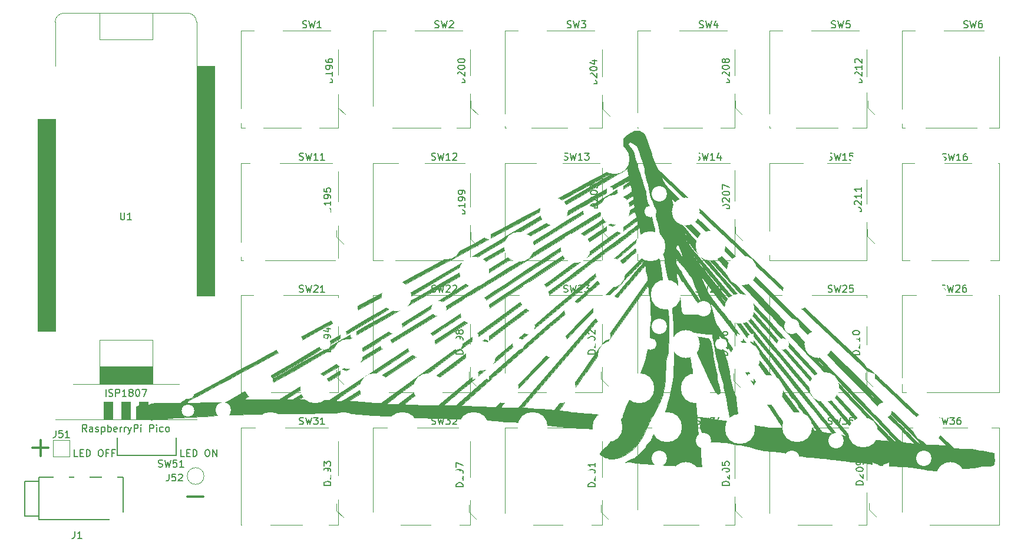
<source format=gto>
G04 #@! TF.GenerationSoftware,KiCad,Pcbnew,(6.0.2)*
G04 #@! TF.CreationDate,2022-03-10T07:57:25+09:00*
G04 #@! TF.ProjectId,kidoairaku,6b69646f-6169-4726-916b-752e6b696361,rev?*
G04 #@! TF.SameCoordinates,Original*
G04 #@! TF.FileFunction,Legend,Top*
G04 #@! TF.FilePolarity,Positive*
%FSLAX46Y46*%
G04 Gerber Fmt 4.6, Leading zero omitted, Abs format (unit mm)*
G04 Created by KiCad (PCBNEW (6.0.2)) date 2022-03-10 07:57:25*
%MOMM*%
%LPD*%
G01*
G04 APERTURE LIST*
G04 Aperture macros list*
%AMOutline4P*
0 Free polygon, 4 corners , with rotation*
0 The origin of the aperture is its center*
0 number of corners: always 4*
0 $1 to $8 corner X, Y*
0 $9 Rotation angle, in degrees counterclockwise*
0 create outline with 4 corners*
4,1,4,$1,$2,$3,$4,$5,$6,$7,$8,$1,$2,$9*%
G04 Aperture macros list end*
%ADD10C,0.150000*%
%ADD11C,0.300000*%
%ADD12C,0.120000*%
%ADD13C,0.100000*%
%ADD14C,0.010000*%
%ADD15C,2.200000*%
%ADD16R,2.000000X2.000000*%
%ADD17C,2.000000*%
%ADD18C,1.700000*%
%ADD19C,4.000000*%
%ADD20C,4.300000*%
%ADD21Outline4P,-0.650000X-0.410000X0.650000X-0.410000X0.350000X0.410000X-0.350000X0.410000X270.000000*%
%ADD22Outline4P,-0.350000X-0.410000X0.350000X-0.410000X0.650000X0.410000X-0.650000X0.410000X270.000000*%
%ADD23C,1.800000*%
%ADD24C,1.500000*%
%ADD25R,2.200000X2.500000*%
%ADD26C,1.524000*%
G04 APERTURE END LIST*
D10*
X64595238Y-144452380D02*
X64119047Y-144452380D01*
X64119047Y-143452380D01*
X64928571Y-143928571D02*
X65261904Y-143928571D01*
X65404761Y-144452380D02*
X64928571Y-144452380D01*
X64928571Y-143452380D01*
X65404761Y-143452380D01*
X65833333Y-144452380D02*
X65833333Y-143452380D01*
X66071428Y-143452380D01*
X66214285Y-143500000D01*
X66309523Y-143595238D01*
X66357142Y-143690476D01*
X66404761Y-143880952D01*
X66404761Y-144023809D01*
X66357142Y-144214285D01*
X66309523Y-144309523D01*
X66214285Y-144404761D01*
X66071428Y-144452380D01*
X65833333Y-144452380D01*
X67785714Y-143452380D02*
X67976190Y-143452380D01*
X68071428Y-143500000D01*
X68166666Y-143595238D01*
X68214285Y-143785714D01*
X68214285Y-144119047D01*
X68166666Y-144309523D01*
X68071428Y-144404761D01*
X67976190Y-144452380D01*
X67785714Y-144452380D01*
X67690476Y-144404761D01*
X67595238Y-144309523D01*
X67547619Y-144119047D01*
X67547619Y-143785714D01*
X67595238Y-143595238D01*
X67690476Y-143500000D01*
X67785714Y-143452380D01*
X68976190Y-143928571D02*
X68642857Y-143928571D01*
X68642857Y-144452380D02*
X68642857Y-143452380D01*
X69119047Y-143452380D01*
X69833333Y-143928571D02*
X69500000Y-143928571D01*
X69500000Y-144452380D02*
X69500000Y-143452380D01*
X69976190Y-143452380D01*
X79928571Y-144452380D02*
X79452380Y-144452380D01*
X79452380Y-143452380D01*
X80261904Y-143928571D02*
X80595238Y-143928571D01*
X80738095Y-144452380D02*
X80261904Y-144452380D01*
X80261904Y-143452380D01*
X80738095Y-143452380D01*
X81166666Y-144452380D02*
X81166666Y-143452380D01*
X81404761Y-143452380D01*
X81547619Y-143500000D01*
X81642857Y-143595238D01*
X81690476Y-143690476D01*
X81738095Y-143880952D01*
X81738095Y-144023809D01*
X81690476Y-144214285D01*
X81642857Y-144309523D01*
X81547619Y-144404761D01*
X81404761Y-144452380D01*
X81166666Y-144452380D01*
X83119047Y-143452380D02*
X83309523Y-143452380D01*
X83404761Y-143500000D01*
X83500000Y-143595238D01*
X83547619Y-143785714D01*
X83547619Y-144119047D01*
X83500000Y-144309523D01*
X83404761Y-144404761D01*
X83309523Y-144452380D01*
X83119047Y-144452380D01*
X83023809Y-144404761D01*
X82928571Y-144309523D01*
X82880952Y-144119047D01*
X82880952Y-143785714D01*
X82928571Y-143595238D01*
X83023809Y-143500000D01*
X83119047Y-143452380D01*
X83976190Y-144452380D02*
X83976190Y-143452380D01*
X84547619Y-144452380D01*
X84547619Y-143452380D01*
D11*
X58107142Y-143214285D02*
X60392857Y-143214285D01*
X59250000Y-144357142D02*
X59250000Y-142071428D01*
X80357142Y-150214285D02*
X82642857Y-150214285D01*
D10*
G04 #@! TO.C,J51*
X61440476Y-140704380D02*
X61440476Y-141418666D01*
X61392857Y-141561523D01*
X61297619Y-141656761D01*
X61154761Y-141704380D01*
X61059523Y-141704380D01*
X62392857Y-140704380D02*
X61916666Y-140704380D01*
X61869047Y-141180571D01*
X61916666Y-141132952D01*
X62011904Y-141085333D01*
X62250000Y-141085333D01*
X62345238Y-141132952D01*
X62392857Y-141180571D01*
X62440476Y-141275809D01*
X62440476Y-141513904D01*
X62392857Y-141609142D01*
X62345238Y-141656761D01*
X62250000Y-141704380D01*
X62011904Y-141704380D01*
X61916666Y-141656761D01*
X61869047Y-141609142D01*
X63392857Y-141704380D02*
X62821428Y-141704380D01*
X63107142Y-141704380D02*
X63107142Y-140704380D01*
X63011904Y-140847238D01*
X62916666Y-140942476D01*
X62821428Y-140990095D01*
G04 #@! TO.C,J52*
X77690476Y-146952380D02*
X77690476Y-147666666D01*
X77642857Y-147809523D01*
X77547619Y-147904761D01*
X77404761Y-147952380D01*
X77309523Y-147952380D01*
X78642857Y-146952380D02*
X78166666Y-146952380D01*
X78119047Y-147428571D01*
X78166666Y-147380952D01*
X78261904Y-147333333D01*
X78500000Y-147333333D01*
X78595238Y-147380952D01*
X78642857Y-147428571D01*
X78690476Y-147523809D01*
X78690476Y-147761904D01*
X78642857Y-147857142D01*
X78595238Y-147904761D01*
X78500000Y-147952380D01*
X78261904Y-147952380D01*
X78166666Y-147904761D01*
X78119047Y-147857142D01*
X79071428Y-147047619D02*
X79119047Y-147000000D01*
X79214285Y-146952380D01*
X79452380Y-146952380D01*
X79547619Y-147000000D01*
X79595238Y-147047619D01*
X79642857Y-147142857D01*
X79642857Y-147238095D01*
X79595238Y-147380952D01*
X79023809Y-147952380D01*
X79642857Y-147952380D01*
G04 #@! TO.C,SW1*
X96916666Y-82780761D02*
X97059523Y-82828380D01*
X97297619Y-82828380D01*
X97392857Y-82780761D01*
X97440476Y-82733142D01*
X97488095Y-82637904D01*
X97488095Y-82542666D01*
X97440476Y-82447428D01*
X97392857Y-82399809D01*
X97297619Y-82352190D01*
X97107142Y-82304571D01*
X97011904Y-82256952D01*
X96964285Y-82209333D01*
X96916666Y-82114095D01*
X96916666Y-82018857D01*
X96964285Y-81923619D01*
X97011904Y-81876000D01*
X97107142Y-81828380D01*
X97345238Y-81828380D01*
X97488095Y-81876000D01*
X97821428Y-81828380D02*
X98059523Y-82828380D01*
X98250000Y-82114095D01*
X98440476Y-82828380D01*
X98678571Y-81828380D01*
X99583333Y-82828380D02*
X99011904Y-82828380D01*
X99297619Y-82828380D02*
X99297619Y-81828380D01*
X99202380Y-81971238D01*
X99107142Y-82066476D01*
X99011904Y-82114095D01*
G04 #@! TO.C,SW2*
X115916666Y-82780761D02*
X116059523Y-82828380D01*
X116297619Y-82828380D01*
X116392857Y-82780761D01*
X116440476Y-82733142D01*
X116488095Y-82637904D01*
X116488095Y-82542666D01*
X116440476Y-82447428D01*
X116392857Y-82399809D01*
X116297619Y-82352190D01*
X116107142Y-82304571D01*
X116011904Y-82256952D01*
X115964285Y-82209333D01*
X115916666Y-82114095D01*
X115916666Y-82018857D01*
X115964285Y-81923619D01*
X116011904Y-81876000D01*
X116107142Y-81828380D01*
X116345238Y-81828380D01*
X116488095Y-81876000D01*
X116821428Y-81828380D02*
X117059523Y-82828380D01*
X117250000Y-82114095D01*
X117440476Y-82828380D01*
X117678571Y-81828380D01*
X118011904Y-81923619D02*
X118059523Y-81876000D01*
X118154761Y-81828380D01*
X118392857Y-81828380D01*
X118488095Y-81876000D01*
X118535714Y-81923619D01*
X118583333Y-82018857D01*
X118583333Y-82114095D01*
X118535714Y-82256952D01*
X117964285Y-82828380D01*
X118583333Y-82828380D01*
G04 #@! TO.C,SW3*
X134916666Y-82780761D02*
X135059523Y-82828380D01*
X135297619Y-82828380D01*
X135392857Y-82780761D01*
X135440476Y-82733142D01*
X135488095Y-82637904D01*
X135488095Y-82542666D01*
X135440476Y-82447428D01*
X135392857Y-82399809D01*
X135297619Y-82352190D01*
X135107142Y-82304571D01*
X135011904Y-82256952D01*
X134964285Y-82209333D01*
X134916666Y-82114095D01*
X134916666Y-82018857D01*
X134964285Y-81923619D01*
X135011904Y-81876000D01*
X135107142Y-81828380D01*
X135345238Y-81828380D01*
X135488095Y-81876000D01*
X135821428Y-81828380D02*
X136059523Y-82828380D01*
X136250000Y-82114095D01*
X136440476Y-82828380D01*
X136678571Y-81828380D01*
X136964285Y-81828380D02*
X137583333Y-81828380D01*
X137250000Y-82209333D01*
X137392857Y-82209333D01*
X137488095Y-82256952D01*
X137535714Y-82304571D01*
X137583333Y-82399809D01*
X137583333Y-82637904D01*
X137535714Y-82733142D01*
X137488095Y-82780761D01*
X137392857Y-82828380D01*
X137107142Y-82828380D01*
X137011904Y-82780761D01*
X136964285Y-82733142D01*
G04 #@! TO.C,SW4*
X153916666Y-82780761D02*
X154059523Y-82828380D01*
X154297619Y-82828380D01*
X154392857Y-82780761D01*
X154440476Y-82733142D01*
X154488095Y-82637904D01*
X154488095Y-82542666D01*
X154440476Y-82447428D01*
X154392857Y-82399809D01*
X154297619Y-82352190D01*
X154107142Y-82304571D01*
X154011904Y-82256952D01*
X153964285Y-82209333D01*
X153916666Y-82114095D01*
X153916666Y-82018857D01*
X153964285Y-81923619D01*
X154011904Y-81876000D01*
X154107142Y-81828380D01*
X154345238Y-81828380D01*
X154488095Y-81876000D01*
X154821428Y-81828380D02*
X155059523Y-82828380D01*
X155250000Y-82114095D01*
X155440476Y-82828380D01*
X155678571Y-81828380D01*
X156488095Y-82161714D02*
X156488095Y-82828380D01*
X156250000Y-81780761D02*
X156011904Y-82495047D01*
X156630952Y-82495047D01*
G04 #@! TO.C,SW5*
X172916666Y-82780761D02*
X173059523Y-82828380D01*
X173297619Y-82828380D01*
X173392857Y-82780761D01*
X173440476Y-82733142D01*
X173488095Y-82637904D01*
X173488095Y-82542666D01*
X173440476Y-82447428D01*
X173392857Y-82399809D01*
X173297619Y-82352190D01*
X173107142Y-82304571D01*
X173011904Y-82256952D01*
X172964285Y-82209333D01*
X172916666Y-82114095D01*
X172916666Y-82018857D01*
X172964285Y-81923619D01*
X173011904Y-81876000D01*
X173107142Y-81828380D01*
X173345238Y-81828380D01*
X173488095Y-81876000D01*
X173821428Y-81828380D02*
X174059523Y-82828380D01*
X174250000Y-82114095D01*
X174440476Y-82828380D01*
X174678571Y-81828380D01*
X175535714Y-81828380D02*
X175059523Y-81828380D01*
X175011904Y-82304571D01*
X175059523Y-82256952D01*
X175154761Y-82209333D01*
X175392857Y-82209333D01*
X175488095Y-82256952D01*
X175535714Y-82304571D01*
X175583333Y-82399809D01*
X175583333Y-82637904D01*
X175535714Y-82733142D01*
X175488095Y-82780761D01*
X175392857Y-82828380D01*
X175154761Y-82828380D01*
X175059523Y-82780761D01*
X175011904Y-82733142D01*
G04 #@! TO.C,SW6*
X191916666Y-82780761D02*
X192059523Y-82828380D01*
X192297619Y-82828380D01*
X192392857Y-82780761D01*
X192440476Y-82733142D01*
X192488095Y-82637904D01*
X192488095Y-82542666D01*
X192440476Y-82447428D01*
X192392857Y-82399809D01*
X192297619Y-82352190D01*
X192107142Y-82304571D01*
X192011904Y-82256952D01*
X191964285Y-82209333D01*
X191916666Y-82114095D01*
X191916666Y-82018857D01*
X191964285Y-81923619D01*
X192011904Y-81876000D01*
X192107142Y-81828380D01*
X192345238Y-81828380D01*
X192488095Y-81876000D01*
X192821428Y-81828380D02*
X193059523Y-82828380D01*
X193250000Y-82114095D01*
X193440476Y-82828380D01*
X193678571Y-81828380D01*
X194488095Y-81828380D02*
X194297619Y-81828380D01*
X194202380Y-81876000D01*
X194154761Y-81923619D01*
X194059523Y-82066476D01*
X194011904Y-82256952D01*
X194011904Y-82637904D01*
X194059523Y-82733142D01*
X194107142Y-82780761D01*
X194202380Y-82828380D01*
X194392857Y-82828380D01*
X194488095Y-82780761D01*
X194535714Y-82733142D01*
X194583333Y-82637904D01*
X194583333Y-82399809D01*
X194535714Y-82304571D01*
X194488095Y-82256952D01*
X194392857Y-82209333D01*
X194202380Y-82209333D01*
X194107142Y-82256952D01*
X194059523Y-82304571D01*
X194011904Y-82399809D01*
G04 #@! TO.C,SW11*
X96440476Y-101780761D02*
X96583333Y-101828380D01*
X96821428Y-101828380D01*
X96916666Y-101780761D01*
X96964285Y-101733142D01*
X97011904Y-101637904D01*
X97011904Y-101542666D01*
X96964285Y-101447428D01*
X96916666Y-101399809D01*
X96821428Y-101352190D01*
X96630952Y-101304571D01*
X96535714Y-101256952D01*
X96488095Y-101209333D01*
X96440476Y-101114095D01*
X96440476Y-101018857D01*
X96488095Y-100923619D01*
X96535714Y-100876000D01*
X96630952Y-100828380D01*
X96869047Y-100828380D01*
X97011904Y-100876000D01*
X97345238Y-100828380D02*
X97583333Y-101828380D01*
X97773809Y-101114095D01*
X97964285Y-101828380D01*
X98202380Y-100828380D01*
X99107142Y-101828380D02*
X98535714Y-101828380D01*
X98821428Y-101828380D02*
X98821428Y-100828380D01*
X98726190Y-100971238D01*
X98630952Y-101066476D01*
X98535714Y-101114095D01*
X100059523Y-101828380D02*
X99488095Y-101828380D01*
X99773809Y-101828380D02*
X99773809Y-100828380D01*
X99678571Y-100971238D01*
X99583333Y-101066476D01*
X99488095Y-101114095D01*
G04 #@! TO.C,SW12*
X115440476Y-101780761D02*
X115583333Y-101828380D01*
X115821428Y-101828380D01*
X115916666Y-101780761D01*
X115964285Y-101733142D01*
X116011904Y-101637904D01*
X116011904Y-101542666D01*
X115964285Y-101447428D01*
X115916666Y-101399809D01*
X115821428Y-101352190D01*
X115630952Y-101304571D01*
X115535714Y-101256952D01*
X115488095Y-101209333D01*
X115440476Y-101114095D01*
X115440476Y-101018857D01*
X115488095Y-100923619D01*
X115535714Y-100876000D01*
X115630952Y-100828380D01*
X115869047Y-100828380D01*
X116011904Y-100876000D01*
X116345238Y-100828380D02*
X116583333Y-101828380D01*
X116773809Y-101114095D01*
X116964285Y-101828380D01*
X117202380Y-100828380D01*
X118107142Y-101828380D02*
X117535714Y-101828380D01*
X117821428Y-101828380D02*
X117821428Y-100828380D01*
X117726190Y-100971238D01*
X117630952Y-101066476D01*
X117535714Y-101114095D01*
X118488095Y-100923619D02*
X118535714Y-100876000D01*
X118630952Y-100828380D01*
X118869047Y-100828380D01*
X118964285Y-100876000D01*
X119011904Y-100923619D01*
X119059523Y-101018857D01*
X119059523Y-101114095D01*
X119011904Y-101256952D01*
X118440476Y-101828380D01*
X119059523Y-101828380D01*
G04 #@! TO.C,SW13*
X134440476Y-101780761D02*
X134583333Y-101828380D01*
X134821428Y-101828380D01*
X134916666Y-101780761D01*
X134964285Y-101733142D01*
X135011904Y-101637904D01*
X135011904Y-101542666D01*
X134964285Y-101447428D01*
X134916666Y-101399809D01*
X134821428Y-101352190D01*
X134630952Y-101304571D01*
X134535714Y-101256952D01*
X134488095Y-101209333D01*
X134440476Y-101114095D01*
X134440476Y-101018857D01*
X134488095Y-100923619D01*
X134535714Y-100876000D01*
X134630952Y-100828380D01*
X134869047Y-100828380D01*
X135011904Y-100876000D01*
X135345238Y-100828380D02*
X135583333Y-101828380D01*
X135773809Y-101114095D01*
X135964285Y-101828380D01*
X136202380Y-100828380D01*
X137107142Y-101828380D02*
X136535714Y-101828380D01*
X136821428Y-101828380D02*
X136821428Y-100828380D01*
X136726190Y-100971238D01*
X136630952Y-101066476D01*
X136535714Y-101114095D01*
X137440476Y-100828380D02*
X138059523Y-100828380D01*
X137726190Y-101209333D01*
X137869047Y-101209333D01*
X137964285Y-101256952D01*
X138011904Y-101304571D01*
X138059523Y-101399809D01*
X138059523Y-101637904D01*
X138011904Y-101733142D01*
X137964285Y-101780761D01*
X137869047Y-101828380D01*
X137583333Y-101828380D01*
X137488095Y-101780761D01*
X137440476Y-101733142D01*
G04 #@! TO.C,SW14*
X153440476Y-101780761D02*
X153583333Y-101828380D01*
X153821428Y-101828380D01*
X153916666Y-101780761D01*
X153964285Y-101733142D01*
X154011904Y-101637904D01*
X154011904Y-101542666D01*
X153964285Y-101447428D01*
X153916666Y-101399809D01*
X153821428Y-101352190D01*
X153630952Y-101304571D01*
X153535714Y-101256952D01*
X153488095Y-101209333D01*
X153440476Y-101114095D01*
X153440476Y-101018857D01*
X153488095Y-100923619D01*
X153535714Y-100876000D01*
X153630952Y-100828380D01*
X153869047Y-100828380D01*
X154011904Y-100876000D01*
X154345238Y-100828380D02*
X154583333Y-101828380D01*
X154773809Y-101114095D01*
X154964285Y-101828380D01*
X155202380Y-100828380D01*
X156107142Y-101828380D02*
X155535714Y-101828380D01*
X155821428Y-101828380D02*
X155821428Y-100828380D01*
X155726190Y-100971238D01*
X155630952Y-101066476D01*
X155535714Y-101114095D01*
X156964285Y-101161714D02*
X156964285Y-101828380D01*
X156726190Y-100780761D02*
X156488095Y-101495047D01*
X157107142Y-101495047D01*
G04 #@! TO.C,SW15*
X172440476Y-101780761D02*
X172583333Y-101828380D01*
X172821428Y-101828380D01*
X172916666Y-101780761D01*
X172964285Y-101733142D01*
X173011904Y-101637904D01*
X173011904Y-101542666D01*
X172964285Y-101447428D01*
X172916666Y-101399809D01*
X172821428Y-101352190D01*
X172630952Y-101304571D01*
X172535714Y-101256952D01*
X172488095Y-101209333D01*
X172440476Y-101114095D01*
X172440476Y-101018857D01*
X172488095Y-100923619D01*
X172535714Y-100876000D01*
X172630952Y-100828380D01*
X172869047Y-100828380D01*
X173011904Y-100876000D01*
X173345238Y-100828380D02*
X173583333Y-101828380D01*
X173773809Y-101114095D01*
X173964285Y-101828380D01*
X174202380Y-100828380D01*
X175107142Y-101828380D02*
X174535714Y-101828380D01*
X174821428Y-101828380D02*
X174821428Y-100828380D01*
X174726190Y-100971238D01*
X174630952Y-101066476D01*
X174535714Y-101114095D01*
X176011904Y-100828380D02*
X175535714Y-100828380D01*
X175488095Y-101304571D01*
X175535714Y-101256952D01*
X175630952Y-101209333D01*
X175869047Y-101209333D01*
X175964285Y-101256952D01*
X176011904Y-101304571D01*
X176059523Y-101399809D01*
X176059523Y-101637904D01*
X176011904Y-101733142D01*
X175964285Y-101780761D01*
X175869047Y-101828380D01*
X175630952Y-101828380D01*
X175535714Y-101780761D01*
X175488095Y-101733142D01*
G04 #@! TO.C,SW16*
X188790476Y-101854761D02*
X188933333Y-101902380D01*
X189171428Y-101902380D01*
X189266666Y-101854761D01*
X189314285Y-101807142D01*
X189361904Y-101711904D01*
X189361904Y-101616666D01*
X189314285Y-101521428D01*
X189266666Y-101473809D01*
X189171428Y-101426190D01*
X188980952Y-101378571D01*
X188885714Y-101330952D01*
X188838095Y-101283333D01*
X188790476Y-101188095D01*
X188790476Y-101092857D01*
X188838095Y-100997619D01*
X188885714Y-100950000D01*
X188980952Y-100902380D01*
X189219047Y-100902380D01*
X189361904Y-100950000D01*
X189695238Y-100902380D02*
X189933333Y-101902380D01*
X190123809Y-101188095D01*
X190314285Y-101902380D01*
X190552380Y-100902380D01*
X191457142Y-101902380D02*
X190885714Y-101902380D01*
X191171428Y-101902380D02*
X191171428Y-100902380D01*
X191076190Y-101045238D01*
X190980952Y-101140476D01*
X190885714Y-101188095D01*
X192314285Y-100902380D02*
X192123809Y-100902380D01*
X192028571Y-100950000D01*
X191980952Y-100997619D01*
X191885714Y-101140476D01*
X191838095Y-101330952D01*
X191838095Y-101711904D01*
X191885714Y-101807142D01*
X191933333Y-101854761D01*
X192028571Y-101902380D01*
X192219047Y-101902380D01*
X192314285Y-101854761D01*
X192361904Y-101807142D01*
X192409523Y-101711904D01*
X192409523Y-101473809D01*
X192361904Y-101378571D01*
X192314285Y-101330952D01*
X192219047Y-101283333D01*
X192028571Y-101283333D01*
X191933333Y-101330952D01*
X191885714Y-101378571D01*
X191838095Y-101473809D01*
G04 #@! TO.C,SW21*
X96440476Y-120780761D02*
X96583333Y-120828380D01*
X96821428Y-120828380D01*
X96916666Y-120780761D01*
X96964285Y-120733142D01*
X97011904Y-120637904D01*
X97011904Y-120542666D01*
X96964285Y-120447428D01*
X96916666Y-120399809D01*
X96821428Y-120352190D01*
X96630952Y-120304571D01*
X96535714Y-120256952D01*
X96488095Y-120209333D01*
X96440476Y-120114095D01*
X96440476Y-120018857D01*
X96488095Y-119923619D01*
X96535714Y-119876000D01*
X96630952Y-119828380D01*
X96869047Y-119828380D01*
X97011904Y-119876000D01*
X97345238Y-119828380D02*
X97583333Y-120828380D01*
X97773809Y-120114095D01*
X97964285Y-120828380D01*
X98202380Y-119828380D01*
X98535714Y-119923619D02*
X98583333Y-119876000D01*
X98678571Y-119828380D01*
X98916666Y-119828380D01*
X99011904Y-119876000D01*
X99059523Y-119923619D01*
X99107142Y-120018857D01*
X99107142Y-120114095D01*
X99059523Y-120256952D01*
X98488095Y-120828380D01*
X99107142Y-120828380D01*
X100059523Y-120828380D02*
X99488095Y-120828380D01*
X99773809Y-120828380D02*
X99773809Y-119828380D01*
X99678571Y-119971238D01*
X99583333Y-120066476D01*
X99488095Y-120114095D01*
G04 #@! TO.C,SW22*
X115440476Y-120780761D02*
X115583333Y-120828380D01*
X115821428Y-120828380D01*
X115916666Y-120780761D01*
X115964285Y-120733142D01*
X116011904Y-120637904D01*
X116011904Y-120542666D01*
X115964285Y-120447428D01*
X115916666Y-120399809D01*
X115821428Y-120352190D01*
X115630952Y-120304571D01*
X115535714Y-120256952D01*
X115488095Y-120209333D01*
X115440476Y-120114095D01*
X115440476Y-120018857D01*
X115488095Y-119923619D01*
X115535714Y-119876000D01*
X115630952Y-119828380D01*
X115869047Y-119828380D01*
X116011904Y-119876000D01*
X116345238Y-119828380D02*
X116583333Y-120828380D01*
X116773809Y-120114095D01*
X116964285Y-120828380D01*
X117202380Y-119828380D01*
X117535714Y-119923619D02*
X117583333Y-119876000D01*
X117678571Y-119828380D01*
X117916666Y-119828380D01*
X118011904Y-119876000D01*
X118059523Y-119923619D01*
X118107142Y-120018857D01*
X118107142Y-120114095D01*
X118059523Y-120256952D01*
X117488095Y-120828380D01*
X118107142Y-120828380D01*
X118488095Y-119923619D02*
X118535714Y-119876000D01*
X118630952Y-119828380D01*
X118869047Y-119828380D01*
X118964285Y-119876000D01*
X119011904Y-119923619D01*
X119059523Y-120018857D01*
X119059523Y-120114095D01*
X119011904Y-120256952D01*
X118440476Y-120828380D01*
X119059523Y-120828380D01*
G04 #@! TO.C,SW23*
X134440476Y-120780761D02*
X134583333Y-120828380D01*
X134821428Y-120828380D01*
X134916666Y-120780761D01*
X134964285Y-120733142D01*
X135011904Y-120637904D01*
X135011904Y-120542666D01*
X134964285Y-120447428D01*
X134916666Y-120399809D01*
X134821428Y-120352190D01*
X134630952Y-120304571D01*
X134535714Y-120256952D01*
X134488095Y-120209333D01*
X134440476Y-120114095D01*
X134440476Y-120018857D01*
X134488095Y-119923619D01*
X134535714Y-119876000D01*
X134630952Y-119828380D01*
X134869047Y-119828380D01*
X135011904Y-119876000D01*
X135345238Y-119828380D02*
X135583333Y-120828380D01*
X135773809Y-120114095D01*
X135964285Y-120828380D01*
X136202380Y-119828380D01*
X136535714Y-119923619D02*
X136583333Y-119876000D01*
X136678571Y-119828380D01*
X136916666Y-119828380D01*
X137011904Y-119876000D01*
X137059523Y-119923619D01*
X137107142Y-120018857D01*
X137107142Y-120114095D01*
X137059523Y-120256952D01*
X136488095Y-120828380D01*
X137107142Y-120828380D01*
X137440476Y-119828380D02*
X138059523Y-119828380D01*
X137726190Y-120209333D01*
X137869047Y-120209333D01*
X137964285Y-120256952D01*
X138011904Y-120304571D01*
X138059523Y-120399809D01*
X138059523Y-120637904D01*
X138011904Y-120733142D01*
X137964285Y-120780761D01*
X137869047Y-120828380D01*
X137583333Y-120828380D01*
X137488095Y-120780761D01*
X137440476Y-120733142D01*
G04 #@! TO.C,SW24*
X153440476Y-120780761D02*
X153583333Y-120828380D01*
X153821428Y-120828380D01*
X153916666Y-120780761D01*
X153964285Y-120733142D01*
X154011904Y-120637904D01*
X154011904Y-120542666D01*
X153964285Y-120447428D01*
X153916666Y-120399809D01*
X153821428Y-120352190D01*
X153630952Y-120304571D01*
X153535714Y-120256952D01*
X153488095Y-120209333D01*
X153440476Y-120114095D01*
X153440476Y-120018857D01*
X153488095Y-119923619D01*
X153535714Y-119876000D01*
X153630952Y-119828380D01*
X153869047Y-119828380D01*
X154011904Y-119876000D01*
X154345238Y-119828380D02*
X154583333Y-120828380D01*
X154773809Y-120114095D01*
X154964285Y-120828380D01*
X155202380Y-119828380D01*
X155535714Y-119923619D02*
X155583333Y-119876000D01*
X155678571Y-119828380D01*
X155916666Y-119828380D01*
X156011904Y-119876000D01*
X156059523Y-119923619D01*
X156107142Y-120018857D01*
X156107142Y-120114095D01*
X156059523Y-120256952D01*
X155488095Y-120828380D01*
X156107142Y-120828380D01*
X156964285Y-120161714D02*
X156964285Y-120828380D01*
X156726190Y-119780761D02*
X156488095Y-120495047D01*
X157107142Y-120495047D01*
G04 #@! TO.C,SW25*
X172440476Y-120780761D02*
X172583333Y-120828380D01*
X172821428Y-120828380D01*
X172916666Y-120780761D01*
X172964285Y-120733142D01*
X173011904Y-120637904D01*
X173011904Y-120542666D01*
X172964285Y-120447428D01*
X172916666Y-120399809D01*
X172821428Y-120352190D01*
X172630952Y-120304571D01*
X172535714Y-120256952D01*
X172488095Y-120209333D01*
X172440476Y-120114095D01*
X172440476Y-120018857D01*
X172488095Y-119923619D01*
X172535714Y-119876000D01*
X172630952Y-119828380D01*
X172869047Y-119828380D01*
X173011904Y-119876000D01*
X173345238Y-119828380D02*
X173583333Y-120828380D01*
X173773809Y-120114095D01*
X173964285Y-120828380D01*
X174202380Y-119828380D01*
X174535714Y-119923619D02*
X174583333Y-119876000D01*
X174678571Y-119828380D01*
X174916666Y-119828380D01*
X175011904Y-119876000D01*
X175059523Y-119923619D01*
X175107142Y-120018857D01*
X175107142Y-120114095D01*
X175059523Y-120256952D01*
X174488095Y-120828380D01*
X175107142Y-120828380D01*
X176011904Y-119828380D02*
X175535714Y-119828380D01*
X175488095Y-120304571D01*
X175535714Y-120256952D01*
X175630952Y-120209333D01*
X175869047Y-120209333D01*
X175964285Y-120256952D01*
X176011904Y-120304571D01*
X176059523Y-120399809D01*
X176059523Y-120637904D01*
X176011904Y-120733142D01*
X175964285Y-120780761D01*
X175869047Y-120828380D01*
X175630952Y-120828380D01*
X175535714Y-120780761D01*
X175488095Y-120733142D01*
G04 #@! TO.C,SW26*
X188690476Y-120754761D02*
X188833333Y-120802380D01*
X189071428Y-120802380D01*
X189166666Y-120754761D01*
X189214285Y-120707142D01*
X189261904Y-120611904D01*
X189261904Y-120516666D01*
X189214285Y-120421428D01*
X189166666Y-120373809D01*
X189071428Y-120326190D01*
X188880952Y-120278571D01*
X188785714Y-120230952D01*
X188738095Y-120183333D01*
X188690476Y-120088095D01*
X188690476Y-119992857D01*
X188738095Y-119897619D01*
X188785714Y-119850000D01*
X188880952Y-119802380D01*
X189119047Y-119802380D01*
X189261904Y-119850000D01*
X189595238Y-119802380D02*
X189833333Y-120802380D01*
X190023809Y-120088095D01*
X190214285Y-120802380D01*
X190452380Y-119802380D01*
X190785714Y-119897619D02*
X190833333Y-119850000D01*
X190928571Y-119802380D01*
X191166666Y-119802380D01*
X191261904Y-119850000D01*
X191309523Y-119897619D01*
X191357142Y-119992857D01*
X191357142Y-120088095D01*
X191309523Y-120230952D01*
X190738095Y-120802380D01*
X191357142Y-120802380D01*
X192214285Y-119802380D02*
X192023809Y-119802380D01*
X191928571Y-119850000D01*
X191880952Y-119897619D01*
X191785714Y-120040476D01*
X191738095Y-120230952D01*
X191738095Y-120611904D01*
X191785714Y-120707142D01*
X191833333Y-120754761D01*
X191928571Y-120802380D01*
X192119047Y-120802380D01*
X192214285Y-120754761D01*
X192261904Y-120707142D01*
X192309523Y-120611904D01*
X192309523Y-120373809D01*
X192261904Y-120278571D01*
X192214285Y-120230952D01*
X192119047Y-120183333D01*
X191928571Y-120183333D01*
X191833333Y-120230952D01*
X191785714Y-120278571D01*
X191738095Y-120373809D01*
G04 #@! TO.C,SW31*
X96440476Y-139780761D02*
X96583333Y-139828380D01*
X96821428Y-139828380D01*
X96916666Y-139780761D01*
X96964285Y-139733142D01*
X97011904Y-139637904D01*
X97011904Y-139542666D01*
X96964285Y-139447428D01*
X96916666Y-139399809D01*
X96821428Y-139352190D01*
X96630952Y-139304571D01*
X96535714Y-139256952D01*
X96488095Y-139209333D01*
X96440476Y-139114095D01*
X96440476Y-139018857D01*
X96488095Y-138923619D01*
X96535714Y-138876000D01*
X96630952Y-138828380D01*
X96869047Y-138828380D01*
X97011904Y-138876000D01*
X97345238Y-138828380D02*
X97583333Y-139828380D01*
X97773809Y-139114095D01*
X97964285Y-139828380D01*
X98202380Y-138828380D01*
X98488095Y-138828380D02*
X99107142Y-138828380D01*
X98773809Y-139209333D01*
X98916666Y-139209333D01*
X99011904Y-139256952D01*
X99059523Y-139304571D01*
X99107142Y-139399809D01*
X99107142Y-139637904D01*
X99059523Y-139733142D01*
X99011904Y-139780761D01*
X98916666Y-139828380D01*
X98630952Y-139828380D01*
X98535714Y-139780761D01*
X98488095Y-139733142D01*
X100059523Y-139828380D02*
X99488095Y-139828380D01*
X99773809Y-139828380D02*
X99773809Y-138828380D01*
X99678571Y-138971238D01*
X99583333Y-139066476D01*
X99488095Y-139114095D01*
G04 #@! TO.C,SW32*
X115440476Y-139780761D02*
X115583333Y-139828380D01*
X115821428Y-139828380D01*
X115916666Y-139780761D01*
X115964285Y-139733142D01*
X116011904Y-139637904D01*
X116011904Y-139542666D01*
X115964285Y-139447428D01*
X115916666Y-139399809D01*
X115821428Y-139352190D01*
X115630952Y-139304571D01*
X115535714Y-139256952D01*
X115488095Y-139209333D01*
X115440476Y-139114095D01*
X115440476Y-139018857D01*
X115488095Y-138923619D01*
X115535714Y-138876000D01*
X115630952Y-138828380D01*
X115869047Y-138828380D01*
X116011904Y-138876000D01*
X116345238Y-138828380D02*
X116583333Y-139828380D01*
X116773809Y-139114095D01*
X116964285Y-139828380D01*
X117202380Y-138828380D01*
X117488095Y-138828380D02*
X118107142Y-138828380D01*
X117773809Y-139209333D01*
X117916666Y-139209333D01*
X118011904Y-139256952D01*
X118059523Y-139304571D01*
X118107142Y-139399809D01*
X118107142Y-139637904D01*
X118059523Y-139733142D01*
X118011904Y-139780761D01*
X117916666Y-139828380D01*
X117630952Y-139828380D01*
X117535714Y-139780761D01*
X117488095Y-139733142D01*
X118488095Y-138923619D02*
X118535714Y-138876000D01*
X118630952Y-138828380D01*
X118869047Y-138828380D01*
X118964285Y-138876000D01*
X119011904Y-138923619D01*
X119059523Y-139018857D01*
X119059523Y-139114095D01*
X119011904Y-139256952D01*
X118440476Y-139828380D01*
X119059523Y-139828380D01*
G04 #@! TO.C,SW33*
X134440476Y-139780761D02*
X134583333Y-139828380D01*
X134821428Y-139828380D01*
X134916666Y-139780761D01*
X134964285Y-139733142D01*
X135011904Y-139637904D01*
X135011904Y-139542666D01*
X134964285Y-139447428D01*
X134916666Y-139399809D01*
X134821428Y-139352190D01*
X134630952Y-139304571D01*
X134535714Y-139256952D01*
X134488095Y-139209333D01*
X134440476Y-139114095D01*
X134440476Y-139018857D01*
X134488095Y-138923619D01*
X134535714Y-138876000D01*
X134630952Y-138828380D01*
X134869047Y-138828380D01*
X135011904Y-138876000D01*
X135345238Y-138828380D02*
X135583333Y-139828380D01*
X135773809Y-139114095D01*
X135964285Y-139828380D01*
X136202380Y-138828380D01*
X136488095Y-138828380D02*
X137107142Y-138828380D01*
X136773809Y-139209333D01*
X136916666Y-139209333D01*
X137011904Y-139256952D01*
X137059523Y-139304571D01*
X137107142Y-139399809D01*
X137107142Y-139637904D01*
X137059523Y-139733142D01*
X137011904Y-139780761D01*
X136916666Y-139828380D01*
X136630952Y-139828380D01*
X136535714Y-139780761D01*
X136488095Y-139733142D01*
X137440476Y-138828380D02*
X138059523Y-138828380D01*
X137726190Y-139209333D01*
X137869047Y-139209333D01*
X137964285Y-139256952D01*
X138011904Y-139304571D01*
X138059523Y-139399809D01*
X138059523Y-139637904D01*
X138011904Y-139733142D01*
X137964285Y-139780761D01*
X137869047Y-139828380D01*
X137583333Y-139828380D01*
X137488095Y-139780761D01*
X137440476Y-139733142D01*
G04 #@! TO.C,SW34*
X153440476Y-139780761D02*
X153583333Y-139828380D01*
X153821428Y-139828380D01*
X153916666Y-139780761D01*
X153964285Y-139733142D01*
X154011904Y-139637904D01*
X154011904Y-139542666D01*
X153964285Y-139447428D01*
X153916666Y-139399809D01*
X153821428Y-139352190D01*
X153630952Y-139304571D01*
X153535714Y-139256952D01*
X153488095Y-139209333D01*
X153440476Y-139114095D01*
X153440476Y-139018857D01*
X153488095Y-138923619D01*
X153535714Y-138876000D01*
X153630952Y-138828380D01*
X153869047Y-138828380D01*
X154011904Y-138876000D01*
X154345238Y-138828380D02*
X154583333Y-139828380D01*
X154773809Y-139114095D01*
X154964285Y-139828380D01*
X155202380Y-138828380D01*
X155488095Y-138828380D02*
X156107142Y-138828380D01*
X155773809Y-139209333D01*
X155916666Y-139209333D01*
X156011904Y-139256952D01*
X156059523Y-139304571D01*
X156107142Y-139399809D01*
X156107142Y-139637904D01*
X156059523Y-139733142D01*
X156011904Y-139780761D01*
X155916666Y-139828380D01*
X155630952Y-139828380D01*
X155535714Y-139780761D01*
X155488095Y-139733142D01*
X156964285Y-139161714D02*
X156964285Y-139828380D01*
X156726190Y-138780761D02*
X156488095Y-139495047D01*
X157107142Y-139495047D01*
G04 #@! TO.C,SW35*
X172440476Y-139780761D02*
X172583333Y-139828380D01*
X172821428Y-139828380D01*
X172916666Y-139780761D01*
X172964285Y-139733142D01*
X173011904Y-139637904D01*
X173011904Y-139542666D01*
X172964285Y-139447428D01*
X172916666Y-139399809D01*
X172821428Y-139352190D01*
X172630952Y-139304571D01*
X172535714Y-139256952D01*
X172488095Y-139209333D01*
X172440476Y-139114095D01*
X172440476Y-139018857D01*
X172488095Y-138923619D01*
X172535714Y-138876000D01*
X172630952Y-138828380D01*
X172869047Y-138828380D01*
X173011904Y-138876000D01*
X173345238Y-138828380D02*
X173583333Y-139828380D01*
X173773809Y-139114095D01*
X173964285Y-139828380D01*
X174202380Y-138828380D01*
X174488095Y-138828380D02*
X175107142Y-138828380D01*
X174773809Y-139209333D01*
X174916666Y-139209333D01*
X175011904Y-139256952D01*
X175059523Y-139304571D01*
X175107142Y-139399809D01*
X175107142Y-139637904D01*
X175059523Y-139733142D01*
X175011904Y-139780761D01*
X174916666Y-139828380D01*
X174630952Y-139828380D01*
X174535714Y-139780761D01*
X174488095Y-139733142D01*
X176011904Y-138828380D02*
X175535714Y-138828380D01*
X175488095Y-139304571D01*
X175535714Y-139256952D01*
X175630952Y-139209333D01*
X175869047Y-139209333D01*
X175964285Y-139256952D01*
X176011904Y-139304571D01*
X176059523Y-139399809D01*
X176059523Y-139637904D01*
X176011904Y-139733142D01*
X175964285Y-139780761D01*
X175869047Y-139828380D01*
X175630952Y-139828380D01*
X175535714Y-139780761D01*
X175488095Y-139733142D01*
G04 #@! TO.C,SW36*
X187890476Y-139780761D02*
X188033333Y-139828380D01*
X188271428Y-139828380D01*
X188366666Y-139780761D01*
X188414285Y-139733142D01*
X188461904Y-139637904D01*
X188461904Y-139542666D01*
X188414285Y-139447428D01*
X188366666Y-139399809D01*
X188271428Y-139352190D01*
X188080952Y-139304571D01*
X187985714Y-139256952D01*
X187938095Y-139209333D01*
X187890476Y-139114095D01*
X187890476Y-139018857D01*
X187938095Y-138923619D01*
X187985714Y-138876000D01*
X188080952Y-138828380D01*
X188319047Y-138828380D01*
X188461904Y-138876000D01*
X188795238Y-138828380D02*
X189033333Y-139828380D01*
X189223809Y-139114095D01*
X189414285Y-139828380D01*
X189652380Y-138828380D01*
X189938095Y-138828380D02*
X190557142Y-138828380D01*
X190223809Y-139209333D01*
X190366666Y-139209333D01*
X190461904Y-139256952D01*
X190509523Y-139304571D01*
X190557142Y-139399809D01*
X190557142Y-139637904D01*
X190509523Y-139733142D01*
X190461904Y-139780761D01*
X190366666Y-139828380D01*
X190080952Y-139828380D01*
X189985714Y-139780761D01*
X189938095Y-139733142D01*
X191414285Y-138828380D02*
X191223809Y-138828380D01*
X191128571Y-138876000D01*
X191080952Y-138923619D01*
X190985714Y-139066476D01*
X190938095Y-139256952D01*
X190938095Y-139637904D01*
X190985714Y-139733142D01*
X191033333Y-139780761D01*
X191128571Y-139828380D01*
X191319047Y-139828380D01*
X191414285Y-139780761D01*
X191461904Y-139733142D01*
X191509523Y-139637904D01*
X191509523Y-139399809D01*
X191461904Y-139304571D01*
X191414285Y-139256952D01*
X191319047Y-139209333D01*
X191128571Y-139209333D01*
X191033333Y-139256952D01*
X190985714Y-139304571D01*
X190938095Y-139399809D01*
G04 #@! TO.C,D193*
X100952380Y-148590476D02*
X99952380Y-148590476D01*
X99952380Y-148352380D01*
X100000000Y-148209523D01*
X100095238Y-148114285D01*
X100190476Y-148066666D01*
X100380952Y-148019047D01*
X100523809Y-148019047D01*
X100714285Y-148066666D01*
X100809523Y-148114285D01*
X100904761Y-148209523D01*
X100952380Y-148352380D01*
X100952380Y-148590476D01*
X100952380Y-147066666D02*
X100952380Y-147638095D01*
X100952380Y-147352380D02*
X99952380Y-147352380D01*
X100095238Y-147447619D01*
X100190476Y-147542857D01*
X100238095Y-147638095D01*
X100952380Y-146590476D02*
X100952380Y-146400000D01*
X100904761Y-146304761D01*
X100857142Y-146257142D01*
X100714285Y-146161904D01*
X100523809Y-146114285D01*
X100142857Y-146114285D01*
X100047619Y-146161904D01*
X100000000Y-146209523D01*
X99952380Y-146304761D01*
X99952380Y-146495238D01*
X100000000Y-146590476D01*
X100047619Y-146638095D01*
X100142857Y-146685714D01*
X100380952Y-146685714D01*
X100476190Y-146638095D01*
X100523809Y-146590476D01*
X100571428Y-146495238D01*
X100571428Y-146304761D01*
X100523809Y-146209523D01*
X100476190Y-146161904D01*
X100380952Y-146114285D01*
X99952380Y-145780952D02*
X99952380Y-145161904D01*
X100333333Y-145495238D01*
X100333333Y-145352380D01*
X100380952Y-145257142D01*
X100428571Y-145209523D01*
X100523809Y-145161904D01*
X100761904Y-145161904D01*
X100857142Y-145209523D01*
X100904761Y-145257142D01*
X100952380Y-145352380D01*
X100952380Y-145638095D01*
X100904761Y-145733333D01*
X100857142Y-145780952D01*
G04 #@! TO.C,D194*
X100952380Y-129390476D02*
X99952380Y-129390476D01*
X99952380Y-129152380D01*
X100000000Y-129009523D01*
X100095238Y-128914285D01*
X100190476Y-128866666D01*
X100380952Y-128819047D01*
X100523809Y-128819047D01*
X100714285Y-128866666D01*
X100809523Y-128914285D01*
X100904761Y-129009523D01*
X100952380Y-129152380D01*
X100952380Y-129390476D01*
X100952380Y-127866666D02*
X100952380Y-128438095D01*
X100952380Y-128152380D02*
X99952380Y-128152380D01*
X100095238Y-128247619D01*
X100190476Y-128342857D01*
X100238095Y-128438095D01*
X100952380Y-127390476D02*
X100952380Y-127200000D01*
X100904761Y-127104761D01*
X100857142Y-127057142D01*
X100714285Y-126961904D01*
X100523809Y-126914285D01*
X100142857Y-126914285D01*
X100047619Y-126961904D01*
X100000000Y-127009523D01*
X99952380Y-127104761D01*
X99952380Y-127295238D01*
X100000000Y-127390476D01*
X100047619Y-127438095D01*
X100142857Y-127485714D01*
X100380952Y-127485714D01*
X100476190Y-127438095D01*
X100523809Y-127390476D01*
X100571428Y-127295238D01*
X100571428Y-127104761D01*
X100523809Y-127009523D01*
X100476190Y-126961904D01*
X100380952Y-126914285D01*
X100285714Y-126057142D02*
X100952380Y-126057142D01*
X99904761Y-126295238D02*
X100619047Y-126533333D01*
X100619047Y-125914285D01*
G04 #@! TO.C,D195*
X100952380Y-109290476D02*
X99952380Y-109290476D01*
X99952380Y-109052380D01*
X100000000Y-108909523D01*
X100095238Y-108814285D01*
X100190476Y-108766666D01*
X100380952Y-108719047D01*
X100523809Y-108719047D01*
X100714285Y-108766666D01*
X100809523Y-108814285D01*
X100904761Y-108909523D01*
X100952380Y-109052380D01*
X100952380Y-109290476D01*
X100952380Y-107766666D02*
X100952380Y-108338095D01*
X100952380Y-108052380D02*
X99952380Y-108052380D01*
X100095238Y-108147619D01*
X100190476Y-108242857D01*
X100238095Y-108338095D01*
X100952380Y-107290476D02*
X100952380Y-107100000D01*
X100904761Y-107004761D01*
X100857142Y-106957142D01*
X100714285Y-106861904D01*
X100523809Y-106814285D01*
X100142857Y-106814285D01*
X100047619Y-106861904D01*
X100000000Y-106909523D01*
X99952380Y-107004761D01*
X99952380Y-107195238D01*
X100000000Y-107290476D01*
X100047619Y-107338095D01*
X100142857Y-107385714D01*
X100380952Y-107385714D01*
X100476190Y-107338095D01*
X100523809Y-107290476D01*
X100571428Y-107195238D01*
X100571428Y-107004761D01*
X100523809Y-106909523D01*
X100476190Y-106861904D01*
X100380952Y-106814285D01*
X99952380Y-105909523D02*
X99952380Y-106385714D01*
X100428571Y-106433333D01*
X100380952Y-106385714D01*
X100333333Y-106290476D01*
X100333333Y-106052380D01*
X100380952Y-105957142D01*
X100428571Y-105909523D01*
X100523809Y-105861904D01*
X100761904Y-105861904D01*
X100857142Y-105909523D01*
X100904761Y-105957142D01*
X100952380Y-106052380D01*
X100952380Y-106290476D01*
X100904761Y-106385714D01*
X100857142Y-106433333D01*
G04 #@! TO.C,D196*
X101202380Y-90690476D02*
X100202380Y-90690476D01*
X100202380Y-90452380D01*
X100250000Y-90309523D01*
X100345238Y-90214285D01*
X100440476Y-90166666D01*
X100630952Y-90119047D01*
X100773809Y-90119047D01*
X100964285Y-90166666D01*
X101059523Y-90214285D01*
X101154761Y-90309523D01*
X101202380Y-90452380D01*
X101202380Y-90690476D01*
X101202380Y-89166666D02*
X101202380Y-89738095D01*
X101202380Y-89452380D02*
X100202380Y-89452380D01*
X100345238Y-89547619D01*
X100440476Y-89642857D01*
X100488095Y-89738095D01*
X101202380Y-88690476D02*
X101202380Y-88500000D01*
X101154761Y-88404761D01*
X101107142Y-88357142D01*
X100964285Y-88261904D01*
X100773809Y-88214285D01*
X100392857Y-88214285D01*
X100297619Y-88261904D01*
X100250000Y-88309523D01*
X100202380Y-88404761D01*
X100202380Y-88595238D01*
X100250000Y-88690476D01*
X100297619Y-88738095D01*
X100392857Y-88785714D01*
X100630952Y-88785714D01*
X100726190Y-88738095D01*
X100773809Y-88690476D01*
X100821428Y-88595238D01*
X100821428Y-88404761D01*
X100773809Y-88309523D01*
X100726190Y-88261904D01*
X100630952Y-88214285D01*
X100202380Y-87357142D02*
X100202380Y-87547619D01*
X100250000Y-87642857D01*
X100297619Y-87690476D01*
X100440476Y-87785714D01*
X100630952Y-87833333D01*
X101011904Y-87833333D01*
X101107142Y-87785714D01*
X101154761Y-87738095D01*
X101202380Y-87642857D01*
X101202380Y-87452380D01*
X101154761Y-87357142D01*
X101107142Y-87309523D01*
X101011904Y-87261904D01*
X100773809Y-87261904D01*
X100678571Y-87309523D01*
X100630952Y-87357142D01*
X100583333Y-87452380D01*
X100583333Y-87642857D01*
X100630952Y-87738095D01*
X100678571Y-87785714D01*
X100773809Y-87833333D01*
G04 #@! TO.C,D197*
X119952380Y-148790476D02*
X118952380Y-148790476D01*
X118952380Y-148552380D01*
X119000000Y-148409523D01*
X119095238Y-148314285D01*
X119190476Y-148266666D01*
X119380952Y-148219047D01*
X119523809Y-148219047D01*
X119714285Y-148266666D01*
X119809523Y-148314285D01*
X119904761Y-148409523D01*
X119952380Y-148552380D01*
X119952380Y-148790476D01*
X119952380Y-147266666D02*
X119952380Y-147838095D01*
X119952380Y-147552380D02*
X118952380Y-147552380D01*
X119095238Y-147647619D01*
X119190476Y-147742857D01*
X119238095Y-147838095D01*
X119952380Y-146790476D02*
X119952380Y-146600000D01*
X119904761Y-146504761D01*
X119857142Y-146457142D01*
X119714285Y-146361904D01*
X119523809Y-146314285D01*
X119142857Y-146314285D01*
X119047619Y-146361904D01*
X119000000Y-146409523D01*
X118952380Y-146504761D01*
X118952380Y-146695238D01*
X119000000Y-146790476D01*
X119047619Y-146838095D01*
X119142857Y-146885714D01*
X119380952Y-146885714D01*
X119476190Y-146838095D01*
X119523809Y-146790476D01*
X119571428Y-146695238D01*
X119571428Y-146504761D01*
X119523809Y-146409523D01*
X119476190Y-146361904D01*
X119380952Y-146314285D01*
X118952380Y-145980952D02*
X118952380Y-145314285D01*
X119952380Y-145742857D01*
G04 #@! TO.C,D198*
X119952380Y-129690476D02*
X118952380Y-129690476D01*
X118952380Y-129452380D01*
X119000000Y-129309523D01*
X119095238Y-129214285D01*
X119190476Y-129166666D01*
X119380952Y-129119047D01*
X119523809Y-129119047D01*
X119714285Y-129166666D01*
X119809523Y-129214285D01*
X119904761Y-129309523D01*
X119952380Y-129452380D01*
X119952380Y-129690476D01*
X119952380Y-128166666D02*
X119952380Y-128738095D01*
X119952380Y-128452380D02*
X118952380Y-128452380D01*
X119095238Y-128547619D01*
X119190476Y-128642857D01*
X119238095Y-128738095D01*
X119952380Y-127690476D02*
X119952380Y-127500000D01*
X119904761Y-127404761D01*
X119857142Y-127357142D01*
X119714285Y-127261904D01*
X119523809Y-127214285D01*
X119142857Y-127214285D01*
X119047619Y-127261904D01*
X119000000Y-127309523D01*
X118952380Y-127404761D01*
X118952380Y-127595238D01*
X119000000Y-127690476D01*
X119047619Y-127738095D01*
X119142857Y-127785714D01*
X119380952Y-127785714D01*
X119476190Y-127738095D01*
X119523809Y-127690476D01*
X119571428Y-127595238D01*
X119571428Y-127404761D01*
X119523809Y-127309523D01*
X119476190Y-127261904D01*
X119380952Y-127214285D01*
X119380952Y-126642857D02*
X119333333Y-126738095D01*
X119285714Y-126785714D01*
X119190476Y-126833333D01*
X119142857Y-126833333D01*
X119047619Y-126785714D01*
X119000000Y-126738095D01*
X118952380Y-126642857D01*
X118952380Y-126452380D01*
X119000000Y-126357142D01*
X119047619Y-126309523D01*
X119142857Y-126261904D01*
X119190476Y-126261904D01*
X119285714Y-126309523D01*
X119333333Y-126357142D01*
X119380952Y-126452380D01*
X119380952Y-126642857D01*
X119428571Y-126738095D01*
X119476190Y-126785714D01*
X119571428Y-126833333D01*
X119761904Y-126833333D01*
X119857142Y-126785714D01*
X119904761Y-126738095D01*
X119952380Y-126642857D01*
X119952380Y-126452380D01*
X119904761Y-126357142D01*
X119857142Y-126309523D01*
X119761904Y-126261904D01*
X119571428Y-126261904D01*
X119476190Y-126309523D01*
X119428571Y-126357142D01*
X119380952Y-126452380D01*
G04 #@! TO.C,D199*
X120252380Y-109590476D02*
X119252380Y-109590476D01*
X119252380Y-109352380D01*
X119300000Y-109209523D01*
X119395238Y-109114285D01*
X119490476Y-109066666D01*
X119680952Y-109019047D01*
X119823809Y-109019047D01*
X120014285Y-109066666D01*
X120109523Y-109114285D01*
X120204761Y-109209523D01*
X120252380Y-109352380D01*
X120252380Y-109590476D01*
X120252380Y-108066666D02*
X120252380Y-108638095D01*
X120252380Y-108352380D02*
X119252380Y-108352380D01*
X119395238Y-108447619D01*
X119490476Y-108542857D01*
X119538095Y-108638095D01*
X120252380Y-107590476D02*
X120252380Y-107400000D01*
X120204761Y-107304761D01*
X120157142Y-107257142D01*
X120014285Y-107161904D01*
X119823809Y-107114285D01*
X119442857Y-107114285D01*
X119347619Y-107161904D01*
X119300000Y-107209523D01*
X119252380Y-107304761D01*
X119252380Y-107495238D01*
X119300000Y-107590476D01*
X119347619Y-107638095D01*
X119442857Y-107685714D01*
X119680952Y-107685714D01*
X119776190Y-107638095D01*
X119823809Y-107590476D01*
X119871428Y-107495238D01*
X119871428Y-107304761D01*
X119823809Y-107209523D01*
X119776190Y-107161904D01*
X119680952Y-107114285D01*
X120252380Y-106638095D02*
X120252380Y-106447619D01*
X120204761Y-106352380D01*
X120157142Y-106304761D01*
X120014285Y-106209523D01*
X119823809Y-106161904D01*
X119442857Y-106161904D01*
X119347619Y-106209523D01*
X119300000Y-106257142D01*
X119252380Y-106352380D01*
X119252380Y-106542857D01*
X119300000Y-106638095D01*
X119347619Y-106685714D01*
X119442857Y-106733333D01*
X119680952Y-106733333D01*
X119776190Y-106685714D01*
X119823809Y-106638095D01*
X119871428Y-106542857D01*
X119871428Y-106352380D01*
X119823809Y-106257142D01*
X119776190Y-106209523D01*
X119680952Y-106161904D01*
G04 #@! TO.C,D200*
X120202380Y-90690476D02*
X119202380Y-90690476D01*
X119202380Y-90452380D01*
X119250000Y-90309523D01*
X119345238Y-90214285D01*
X119440476Y-90166666D01*
X119630952Y-90119047D01*
X119773809Y-90119047D01*
X119964285Y-90166666D01*
X120059523Y-90214285D01*
X120154761Y-90309523D01*
X120202380Y-90452380D01*
X120202380Y-90690476D01*
X119297619Y-89738095D02*
X119250000Y-89690476D01*
X119202380Y-89595238D01*
X119202380Y-89357142D01*
X119250000Y-89261904D01*
X119297619Y-89214285D01*
X119392857Y-89166666D01*
X119488095Y-89166666D01*
X119630952Y-89214285D01*
X120202380Y-89785714D01*
X120202380Y-89166666D01*
X119202380Y-88547619D02*
X119202380Y-88452380D01*
X119250000Y-88357142D01*
X119297619Y-88309523D01*
X119392857Y-88261904D01*
X119583333Y-88214285D01*
X119821428Y-88214285D01*
X120011904Y-88261904D01*
X120107142Y-88309523D01*
X120154761Y-88357142D01*
X120202380Y-88452380D01*
X120202380Y-88547619D01*
X120154761Y-88642857D01*
X120107142Y-88690476D01*
X120011904Y-88738095D01*
X119821428Y-88785714D01*
X119583333Y-88785714D01*
X119392857Y-88738095D01*
X119297619Y-88690476D01*
X119250000Y-88642857D01*
X119202380Y-88547619D01*
X119202380Y-87595238D02*
X119202380Y-87500000D01*
X119250000Y-87404761D01*
X119297619Y-87357142D01*
X119392857Y-87309523D01*
X119583333Y-87261904D01*
X119821428Y-87261904D01*
X120011904Y-87309523D01*
X120107142Y-87357142D01*
X120154761Y-87404761D01*
X120202380Y-87500000D01*
X120202380Y-87595238D01*
X120154761Y-87690476D01*
X120107142Y-87738095D01*
X120011904Y-87785714D01*
X119821428Y-87833333D01*
X119583333Y-87833333D01*
X119392857Y-87785714D01*
X119297619Y-87738095D01*
X119250000Y-87690476D01*
X119202380Y-87595238D01*
G04 #@! TO.C,D201*
X138952380Y-148790476D02*
X137952380Y-148790476D01*
X137952380Y-148552380D01*
X138000000Y-148409523D01*
X138095238Y-148314285D01*
X138190476Y-148266666D01*
X138380952Y-148219047D01*
X138523809Y-148219047D01*
X138714285Y-148266666D01*
X138809523Y-148314285D01*
X138904761Y-148409523D01*
X138952380Y-148552380D01*
X138952380Y-148790476D01*
X138047619Y-147838095D02*
X138000000Y-147790476D01*
X137952380Y-147695238D01*
X137952380Y-147457142D01*
X138000000Y-147361904D01*
X138047619Y-147314285D01*
X138142857Y-147266666D01*
X138238095Y-147266666D01*
X138380952Y-147314285D01*
X138952380Y-147885714D01*
X138952380Y-147266666D01*
X137952380Y-146647619D02*
X137952380Y-146552380D01*
X138000000Y-146457142D01*
X138047619Y-146409523D01*
X138142857Y-146361904D01*
X138333333Y-146314285D01*
X138571428Y-146314285D01*
X138761904Y-146361904D01*
X138857142Y-146409523D01*
X138904761Y-146457142D01*
X138952380Y-146552380D01*
X138952380Y-146647619D01*
X138904761Y-146742857D01*
X138857142Y-146790476D01*
X138761904Y-146838095D01*
X138571428Y-146885714D01*
X138333333Y-146885714D01*
X138142857Y-146838095D01*
X138047619Y-146790476D01*
X138000000Y-146742857D01*
X137952380Y-146647619D01*
X138952380Y-145361904D02*
X138952380Y-145933333D01*
X138952380Y-145647619D02*
X137952380Y-145647619D01*
X138095238Y-145742857D01*
X138190476Y-145838095D01*
X138238095Y-145933333D01*
G04 #@! TO.C,D202*
X138952380Y-129690476D02*
X137952380Y-129690476D01*
X137952380Y-129452380D01*
X138000000Y-129309523D01*
X138095238Y-129214285D01*
X138190476Y-129166666D01*
X138380952Y-129119047D01*
X138523809Y-129119047D01*
X138714285Y-129166666D01*
X138809523Y-129214285D01*
X138904761Y-129309523D01*
X138952380Y-129452380D01*
X138952380Y-129690476D01*
X138047619Y-128738095D02*
X138000000Y-128690476D01*
X137952380Y-128595238D01*
X137952380Y-128357142D01*
X138000000Y-128261904D01*
X138047619Y-128214285D01*
X138142857Y-128166666D01*
X138238095Y-128166666D01*
X138380952Y-128214285D01*
X138952380Y-128785714D01*
X138952380Y-128166666D01*
X137952380Y-127547619D02*
X137952380Y-127452380D01*
X138000000Y-127357142D01*
X138047619Y-127309523D01*
X138142857Y-127261904D01*
X138333333Y-127214285D01*
X138571428Y-127214285D01*
X138761904Y-127261904D01*
X138857142Y-127309523D01*
X138904761Y-127357142D01*
X138952380Y-127452380D01*
X138952380Y-127547619D01*
X138904761Y-127642857D01*
X138857142Y-127690476D01*
X138761904Y-127738095D01*
X138571428Y-127785714D01*
X138333333Y-127785714D01*
X138142857Y-127738095D01*
X138047619Y-127690476D01*
X138000000Y-127642857D01*
X137952380Y-127547619D01*
X138047619Y-126833333D02*
X138000000Y-126785714D01*
X137952380Y-126690476D01*
X137952380Y-126452380D01*
X138000000Y-126357142D01*
X138047619Y-126309523D01*
X138142857Y-126261904D01*
X138238095Y-126261904D01*
X138380952Y-126309523D01*
X138952380Y-126880952D01*
X138952380Y-126261904D01*
G04 #@! TO.C,D203*
X139252380Y-108690476D02*
X138252380Y-108690476D01*
X138252380Y-108452380D01*
X138300000Y-108309523D01*
X138395238Y-108214285D01*
X138490476Y-108166666D01*
X138680952Y-108119047D01*
X138823809Y-108119047D01*
X139014285Y-108166666D01*
X139109523Y-108214285D01*
X139204761Y-108309523D01*
X139252380Y-108452380D01*
X139252380Y-108690476D01*
X138347619Y-107738095D02*
X138300000Y-107690476D01*
X138252380Y-107595238D01*
X138252380Y-107357142D01*
X138300000Y-107261904D01*
X138347619Y-107214285D01*
X138442857Y-107166666D01*
X138538095Y-107166666D01*
X138680952Y-107214285D01*
X139252380Y-107785714D01*
X139252380Y-107166666D01*
X138252380Y-106547619D02*
X138252380Y-106452380D01*
X138300000Y-106357142D01*
X138347619Y-106309523D01*
X138442857Y-106261904D01*
X138633333Y-106214285D01*
X138871428Y-106214285D01*
X139061904Y-106261904D01*
X139157142Y-106309523D01*
X139204761Y-106357142D01*
X139252380Y-106452380D01*
X139252380Y-106547619D01*
X139204761Y-106642857D01*
X139157142Y-106690476D01*
X139061904Y-106738095D01*
X138871428Y-106785714D01*
X138633333Y-106785714D01*
X138442857Y-106738095D01*
X138347619Y-106690476D01*
X138300000Y-106642857D01*
X138252380Y-106547619D01*
X138252380Y-105880952D02*
X138252380Y-105261904D01*
X138633333Y-105595238D01*
X138633333Y-105452380D01*
X138680952Y-105357142D01*
X138728571Y-105309523D01*
X138823809Y-105261904D01*
X139061904Y-105261904D01*
X139157142Y-105309523D01*
X139204761Y-105357142D01*
X139252380Y-105452380D01*
X139252380Y-105738095D01*
X139204761Y-105833333D01*
X139157142Y-105880952D01*
G04 #@! TO.C,D204*
X139202380Y-90890476D02*
X138202380Y-90890476D01*
X138202380Y-90652380D01*
X138250000Y-90509523D01*
X138345238Y-90414285D01*
X138440476Y-90366666D01*
X138630952Y-90319047D01*
X138773809Y-90319047D01*
X138964285Y-90366666D01*
X139059523Y-90414285D01*
X139154761Y-90509523D01*
X139202380Y-90652380D01*
X139202380Y-90890476D01*
X138297619Y-89938095D02*
X138250000Y-89890476D01*
X138202380Y-89795238D01*
X138202380Y-89557142D01*
X138250000Y-89461904D01*
X138297619Y-89414285D01*
X138392857Y-89366666D01*
X138488095Y-89366666D01*
X138630952Y-89414285D01*
X139202380Y-89985714D01*
X139202380Y-89366666D01*
X138202380Y-88747619D02*
X138202380Y-88652380D01*
X138250000Y-88557142D01*
X138297619Y-88509523D01*
X138392857Y-88461904D01*
X138583333Y-88414285D01*
X138821428Y-88414285D01*
X139011904Y-88461904D01*
X139107142Y-88509523D01*
X139154761Y-88557142D01*
X139202380Y-88652380D01*
X139202380Y-88747619D01*
X139154761Y-88842857D01*
X139107142Y-88890476D01*
X139011904Y-88938095D01*
X138821428Y-88985714D01*
X138583333Y-88985714D01*
X138392857Y-88938095D01*
X138297619Y-88890476D01*
X138250000Y-88842857D01*
X138202380Y-88747619D01*
X138535714Y-87557142D02*
X139202380Y-87557142D01*
X138154761Y-87795238D02*
X138869047Y-88033333D01*
X138869047Y-87414285D01*
G04 #@! TO.C,D205*
X158202380Y-148590476D02*
X157202380Y-148590476D01*
X157202380Y-148352380D01*
X157250000Y-148209523D01*
X157345238Y-148114285D01*
X157440476Y-148066666D01*
X157630952Y-148019047D01*
X157773809Y-148019047D01*
X157964285Y-148066666D01*
X158059523Y-148114285D01*
X158154761Y-148209523D01*
X158202380Y-148352380D01*
X158202380Y-148590476D01*
X157297619Y-147638095D02*
X157250000Y-147590476D01*
X157202380Y-147495238D01*
X157202380Y-147257142D01*
X157250000Y-147161904D01*
X157297619Y-147114285D01*
X157392857Y-147066666D01*
X157488095Y-147066666D01*
X157630952Y-147114285D01*
X158202380Y-147685714D01*
X158202380Y-147066666D01*
X157202380Y-146447619D02*
X157202380Y-146352380D01*
X157250000Y-146257142D01*
X157297619Y-146209523D01*
X157392857Y-146161904D01*
X157583333Y-146114285D01*
X157821428Y-146114285D01*
X158011904Y-146161904D01*
X158107142Y-146209523D01*
X158154761Y-146257142D01*
X158202380Y-146352380D01*
X158202380Y-146447619D01*
X158154761Y-146542857D01*
X158107142Y-146590476D01*
X158011904Y-146638095D01*
X157821428Y-146685714D01*
X157583333Y-146685714D01*
X157392857Y-146638095D01*
X157297619Y-146590476D01*
X157250000Y-146542857D01*
X157202380Y-146447619D01*
X157202380Y-145209523D02*
X157202380Y-145685714D01*
X157678571Y-145733333D01*
X157630952Y-145685714D01*
X157583333Y-145590476D01*
X157583333Y-145352380D01*
X157630952Y-145257142D01*
X157678571Y-145209523D01*
X157773809Y-145161904D01*
X158011904Y-145161904D01*
X158107142Y-145209523D01*
X158154761Y-145257142D01*
X158202380Y-145352380D01*
X158202380Y-145590476D01*
X158154761Y-145685714D01*
X158107142Y-145733333D01*
G04 #@! TO.C,D206*
X157952380Y-129890476D02*
X156952380Y-129890476D01*
X156952380Y-129652380D01*
X157000000Y-129509523D01*
X157095238Y-129414285D01*
X157190476Y-129366666D01*
X157380952Y-129319047D01*
X157523809Y-129319047D01*
X157714285Y-129366666D01*
X157809523Y-129414285D01*
X157904761Y-129509523D01*
X157952380Y-129652380D01*
X157952380Y-129890476D01*
X157047619Y-128938095D02*
X157000000Y-128890476D01*
X156952380Y-128795238D01*
X156952380Y-128557142D01*
X157000000Y-128461904D01*
X157047619Y-128414285D01*
X157142857Y-128366666D01*
X157238095Y-128366666D01*
X157380952Y-128414285D01*
X157952380Y-128985714D01*
X157952380Y-128366666D01*
X156952380Y-127747619D02*
X156952380Y-127652380D01*
X157000000Y-127557142D01*
X157047619Y-127509523D01*
X157142857Y-127461904D01*
X157333333Y-127414285D01*
X157571428Y-127414285D01*
X157761904Y-127461904D01*
X157857142Y-127509523D01*
X157904761Y-127557142D01*
X157952380Y-127652380D01*
X157952380Y-127747619D01*
X157904761Y-127842857D01*
X157857142Y-127890476D01*
X157761904Y-127938095D01*
X157571428Y-127985714D01*
X157333333Y-127985714D01*
X157142857Y-127938095D01*
X157047619Y-127890476D01*
X157000000Y-127842857D01*
X156952380Y-127747619D01*
X156952380Y-126557142D02*
X156952380Y-126747619D01*
X157000000Y-126842857D01*
X157047619Y-126890476D01*
X157190476Y-126985714D01*
X157380952Y-127033333D01*
X157761904Y-127033333D01*
X157857142Y-126985714D01*
X157904761Y-126938095D01*
X157952380Y-126842857D01*
X157952380Y-126652380D01*
X157904761Y-126557142D01*
X157857142Y-126509523D01*
X157761904Y-126461904D01*
X157523809Y-126461904D01*
X157428571Y-126509523D01*
X157380952Y-126557142D01*
X157333333Y-126652380D01*
X157333333Y-126842857D01*
X157380952Y-126938095D01*
X157428571Y-126985714D01*
X157523809Y-127033333D01*
G04 #@! TO.C,D207*
X158252380Y-108790476D02*
X157252380Y-108790476D01*
X157252380Y-108552380D01*
X157300000Y-108409523D01*
X157395238Y-108314285D01*
X157490476Y-108266666D01*
X157680952Y-108219047D01*
X157823809Y-108219047D01*
X158014285Y-108266666D01*
X158109523Y-108314285D01*
X158204761Y-108409523D01*
X158252380Y-108552380D01*
X158252380Y-108790476D01*
X157347619Y-107838095D02*
X157300000Y-107790476D01*
X157252380Y-107695238D01*
X157252380Y-107457142D01*
X157300000Y-107361904D01*
X157347619Y-107314285D01*
X157442857Y-107266666D01*
X157538095Y-107266666D01*
X157680952Y-107314285D01*
X158252380Y-107885714D01*
X158252380Y-107266666D01*
X157252380Y-106647619D02*
X157252380Y-106552380D01*
X157300000Y-106457142D01*
X157347619Y-106409523D01*
X157442857Y-106361904D01*
X157633333Y-106314285D01*
X157871428Y-106314285D01*
X158061904Y-106361904D01*
X158157142Y-106409523D01*
X158204761Y-106457142D01*
X158252380Y-106552380D01*
X158252380Y-106647619D01*
X158204761Y-106742857D01*
X158157142Y-106790476D01*
X158061904Y-106838095D01*
X157871428Y-106885714D01*
X157633333Y-106885714D01*
X157442857Y-106838095D01*
X157347619Y-106790476D01*
X157300000Y-106742857D01*
X157252380Y-106647619D01*
X157252380Y-105980952D02*
X157252380Y-105314285D01*
X158252380Y-105742857D01*
G04 #@! TO.C,D208*
X158202380Y-90690476D02*
X157202380Y-90690476D01*
X157202380Y-90452380D01*
X157250000Y-90309523D01*
X157345238Y-90214285D01*
X157440476Y-90166666D01*
X157630952Y-90119047D01*
X157773809Y-90119047D01*
X157964285Y-90166666D01*
X158059523Y-90214285D01*
X158154761Y-90309523D01*
X158202380Y-90452380D01*
X158202380Y-90690476D01*
X157297619Y-89738095D02*
X157250000Y-89690476D01*
X157202380Y-89595238D01*
X157202380Y-89357142D01*
X157250000Y-89261904D01*
X157297619Y-89214285D01*
X157392857Y-89166666D01*
X157488095Y-89166666D01*
X157630952Y-89214285D01*
X158202380Y-89785714D01*
X158202380Y-89166666D01*
X157202380Y-88547619D02*
X157202380Y-88452380D01*
X157250000Y-88357142D01*
X157297619Y-88309523D01*
X157392857Y-88261904D01*
X157583333Y-88214285D01*
X157821428Y-88214285D01*
X158011904Y-88261904D01*
X158107142Y-88309523D01*
X158154761Y-88357142D01*
X158202380Y-88452380D01*
X158202380Y-88547619D01*
X158154761Y-88642857D01*
X158107142Y-88690476D01*
X158011904Y-88738095D01*
X157821428Y-88785714D01*
X157583333Y-88785714D01*
X157392857Y-88738095D01*
X157297619Y-88690476D01*
X157250000Y-88642857D01*
X157202380Y-88547619D01*
X157630952Y-87642857D02*
X157583333Y-87738095D01*
X157535714Y-87785714D01*
X157440476Y-87833333D01*
X157392857Y-87833333D01*
X157297619Y-87785714D01*
X157250000Y-87738095D01*
X157202380Y-87642857D01*
X157202380Y-87452380D01*
X157250000Y-87357142D01*
X157297619Y-87309523D01*
X157392857Y-87261904D01*
X157440476Y-87261904D01*
X157535714Y-87309523D01*
X157583333Y-87357142D01*
X157630952Y-87452380D01*
X157630952Y-87642857D01*
X157678571Y-87738095D01*
X157726190Y-87785714D01*
X157821428Y-87833333D01*
X158011904Y-87833333D01*
X158107142Y-87785714D01*
X158154761Y-87738095D01*
X158202380Y-87642857D01*
X158202380Y-87452380D01*
X158154761Y-87357142D01*
X158107142Y-87309523D01*
X158011904Y-87261904D01*
X157821428Y-87261904D01*
X157726190Y-87309523D01*
X157678571Y-87357142D01*
X157630952Y-87452380D01*
G04 #@! TO.C,D209*
X177452380Y-148490476D02*
X176452380Y-148490476D01*
X176452380Y-148252380D01*
X176500000Y-148109523D01*
X176595238Y-148014285D01*
X176690476Y-147966666D01*
X176880952Y-147919047D01*
X177023809Y-147919047D01*
X177214285Y-147966666D01*
X177309523Y-148014285D01*
X177404761Y-148109523D01*
X177452380Y-148252380D01*
X177452380Y-148490476D01*
X176547619Y-147538095D02*
X176500000Y-147490476D01*
X176452380Y-147395238D01*
X176452380Y-147157142D01*
X176500000Y-147061904D01*
X176547619Y-147014285D01*
X176642857Y-146966666D01*
X176738095Y-146966666D01*
X176880952Y-147014285D01*
X177452380Y-147585714D01*
X177452380Y-146966666D01*
X176452380Y-146347619D02*
X176452380Y-146252380D01*
X176500000Y-146157142D01*
X176547619Y-146109523D01*
X176642857Y-146061904D01*
X176833333Y-146014285D01*
X177071428Y-146014285D01*
X177261904Y-146061904D01*
X177357142Y-146109523D01*
X177404761Y-146157142D01*
X177452380Y-146252380D01*
X177452380Y-146347619D01*
X177404761Y-146442857D01*
X177357142Y-146490476D01*
X177261904Y-146538095D01*
X177071428Y-146585714D01*
X176833333Y-146585714D01*
X176642857Y-146538095D01*
X176547619Y-146490476D01*
X176500000Y-146442857D01*
X176452380Y-146347619D01*
X177452380Y-145538095D02*
X177452380Y-145347619D01*
X177404761Y-145252380D01*
X177357142Y-145204761D01*
X177214285Y-145109523D01*
X177023809Y-145061904D01*
X176642857Y-145061904D01*
X176547619Y-145109523D01*
X176500000Y-145157142D01*
X176452380Y-145252380D01*
X176452380Y-145442857D01*
X176500000Y-145538095D01*
X176547619Y-145585714D01*
X176642857Y-145633333D01*
X176880952Y-145633333D01*
X176976190Y-145585714D01*
X177023809Y-145538095D01*
X177071428Y-145442857D01*
X177071428Y-145252380D01*
X177023809Y-145157142D01*
X176976190Y-145109523D01*
X176880952Y-145061904D01*
G04 #@! TO.C,D210*
X176952380Y-129790476D02*
X175952380Y-129790476D01*
X175952380Y-129552380D01*
X176000000Y-129409523D01*
X176095238Y-129314285D01*
X176190476Y-129266666D01*
X176380952Y-129219047D01*
X176523809Y-129219047D01*
X176714285Y-129266666D01*
X176809523Y-129314285D01*
X176904761Y-129409523D01*
X176952380Y-129552380D01*
X176952380Y-129790476D01*
X176047619Y-128838095D02*
X176000000Y-128790476D01*
X175952380Y-128695238D01*
X175952380Y-128457142D01*
X176000000Y-128361904D01*
X176047619Y-128314285D01*
X176142857Y-128266666D01*
X176238095Y-128266666D01*
X176380952Y-128314285D01*
X176952380Y-128885714D01*
X176952380Y-128266666D01*
X176952380Y-127314285D02*
X176952380Y-127885714D01*
X176952380Y-127600000D02*
X175952380Y-127600000D01*
X176095238Y-127695238D01*
X176190476Y-127790476D01*
X176238095Y-127885714D01*
X175952380Y-126695238D02*
X175952380Y-126600000D01*
X176000000Y-126504761D01*
X176047619Y-126457142D01*
X176142857Y-126409523D01*
X176333333Y-126361904D01*
X176571428Y-126361904D01*
X176761904Y-126409523D01*
X176857142Y-126457142D01*
X176904761Y-126504761D01*
X176952380Y-126600000D01*
X176952380Y-126695238D01*
X176904761Y-126790476D01*
X176857142Y-126838095D01*
X176761904Y-126885714D01*
X176571428Y-126933333D01*
X176333333Y-126933333D01*
X176142857Y-126885714D01*
X176047619Y-126838095D01*
X176000000Y-126790476D01*
X175952380Y-126695238D01*
G04 #@! TO.C,D211*
X177202380Y-109190476D02*
X176202380Y-109190476D01*
X176202380Y-108952380D01*
X176250000Y-108809523D01*
X176345238Y-108714285D01*
X176440476Y-108666666D01*
X176630952Y-108619047D01*
X176773809Y-108619047D01*
X176964285Y-108666666D01*
X177059523Y-108714285D01*
X177154761Y-108809523D01*
X177202380Y-108952380D01*
X177202380Y-109190476D01*
X176297619Y-108238095D02*
X176250000Y-108190476D01*
X176202380Y-108095238D01*
X176202380Y-107857142D01*
X176250000Y-107761904D01*
X176297619Y-107714285D01*
X176392857Y-107666666D01*
X176488095Y-107666666D01*
X176630952Y-107714285D01*
X177202380Y-108285714D01*
X177202380Y-107666666D01*
X177202380Y-106714285D02*
X177202380Y-107285714D01*
X177202380Y-107000000D02*
X176202380Y-107000000D01*
X176345238Y-107095238D01*
X176440476Y-107190476D01*
X176488095Y-107285714D01*
X177202380Y-105761904D02*
X177202380Y-106333333D01*
X177202380Y-106047619D02*
X176202380Y-106047619D01*
X176345238Y-106142857D01*
X176440476Y-106238095D01*
X176488095Y-106333333D01*
G04 #@! TO.C,D212*
X177252380Y-90690476D02*
X176252380Y-90690476D01*
X176252380Y-90452380D01*
X176300000Y-90309523D01*
X176395238Y-90214285D01*
X176490476Y-90166666D01*
X176680952Y-90119047D01*
X176823809Y-90119047D01*
X177014285Y-90166666D01*
X177109523Y-90214285D01*
X177204761Y-90309523D01*
X177252380Y-90452380D01*
X177252380Y-90690476D01*
X176347619Y-89738095D02*
X176300000Y-89690476D01*
X176252380Y-89595238D01*
X176252380Y-89357142D01*
X176300000Y-89261904D01*
X176347619Y-89214285D01*
X176442857Y-89166666D01*
X176538095Y-89166666D01*
X176680952Y-89214285D01*
X177252380Y-89785714D01*
X177252380Y-89166666D01*
X177252380Y-88214285D02*
X177252380Y-88785714D01*
X177252380Y-88500000D02*
X176252380Y-88500000D01*
X176395238Y-88595238D01*
X176490476Y-88690476D01*
X176538095Y-88785714D01*
X176347619Y-87833333D02*
X176300000Y-87785714D01*
X176252380Y-87690476D01*
X176252380Y-87452380D01*
X176300000Y-87357142D01*
X176347619Y-87309523D01*
X176442857Y-87261904D01*
X176538095Y-87261904D01*
X176680952Y-87309523D01*
X177252380Y-87880952D01*
X177252380Y-87261904D01*
G04 #@! TO.C,U1*
X70738095Y-109392380D02*
X70738095Y-110201904D01*
X70785714Y-110297142D01*
X70833333Y-110344761D01*
X70928571Y-110392380D01*
X71119047Y-110392380D01*
X71214285Y-110344761D01*
X71261904Y-110297142D01*
X71309523Y-110201904D01*
X71309523Y-109392380D01*
X72309523Y-110392380D02*
X71738095Y-110392380D01*
X72023809Y-110392380D02*
X72023809Y-109392380D01*
X71928571Y-109535238D01*
X71833333Y-109630476D01*
X71738095Y-109678095D01*
X68619047Y-135792380D02*
X68619047Y-134792380D01*
X69047619Y-135744761D02*
X69190476Y-135792380D01*
X69428571Y-135792380D01*
X69523809Y-135744761D01*
X69571428Y-135697142D01*
X69619047Y-135601904D01*
X69619047Y-135506666D01*
X69571428Y-135411428D01*
X69523809Y-135363809D01*
X69428571Y-135316190D01*
X69238095Y-135268571D01*
X69142857Y-135220952D01*
X69095238Y-135173333D01*
X69047619Y-135078095D01*
X69047619Y-134982857D01*
X69095238Y-134887619D01*
X69142857Y-134840000D01*
X69238095Y-134792380D01*
X69476190Y-134792380D01*
X69619047Y-134840000D01*
X70047619Y-135792380D02*
X70047619Y-134792380D01*
X70428571Y-134792380D01*
X70523809Y-134840000D01*
X70571428Y-134887619D01*
X70619047Y-134982857D01*
X70619047Y-135125714D01*
X70571428Y-135220952D01*
X70523809Y-135268571D01*
X70428571Y-135316190D01*
X70047619Y-135316190D01*
X71571428Y-135792380D02*
X71000000Y-135792380D01*
X71285714Y-135792380D02*
X71285714Y-134792380D01*
X71190476Y-134935238D01*
X71095238Y-135030476D01*
X71000000Y-135078095D01*
X72142857Y-135220952D02*
X72047619Y-135173333D01*
X72000000Y-135125714D01*
X71952380Y-135030476D01*
X71952380Y-134982857D01*
X72000000Y-134887619D01*
X72047619Y-134840000D01*
X72142857Y-134792380D01*
X72333333Y-134792380D01*
X72428571Y-134840000D01*
X72476190Y-134887619D01*
X72523809Y-134982857D01*
X72523809Y-135030476D01*
X72476190Y-135125714D01*
X72428571Y-135173333D01*
X72333333Y-135220952D01*
X72142857Y-135220952D01*
X72047619Y-135268571D01*
X72000000Y-135316190D01*
X71952380Y-135411428D01*
X71952380Y-135601904D01*
X72000000Y-135697142D01*
X72047619Y-135744761D01*
X72142857Y-135792380D01*
X72333333Y-135792380D01*
X72428571Y-135744761D01*
X72476190Y-135697142D01*
X72523809Y-135601904D01*
X72523809Y-135411428D01*
X72476190Y-135316190D01*
X72428571Y-135268571D01*
X72333333Y-135220952D01*
X73142857Y-134792380D02*
X73238095Y-134792380D01*
X73333333Y-134840000D01*
X73380952Y-134887619D01*
X73428571Y-134982857D01*
X73476190Y-135173333D01*
X73476190Y-135411428D01*
X73428571Y-135601904D01*
X73380952Y-135697142D01*
X73333333Y-135744761D01*
X73238095Y-135792380D01*
X73142857Y-135792380D01*
X73047619Y-135744761D01*
X73000000Y-135697142D01*
X72952380Y-135601904D01*
X72904761Y-135411428D01*
X72904761Y-135173333D01*
X72952380Y-134982857D01*
X73000000Y-134887619D01*
X73047619Y-134840000D01*
X73142857Y-134792380D01*
X73809523Y-134792380D02*
X74476190Y-134792380D01*
X74047619Y-135792380D01*
X65880952Y-140872380D02*
X65547619Y-140396190D01*
X65309523Y-140872380D02*
X65309523Y-139872380D01*
X65690476Y-139872380D01*
X65785714Y-139920000D01*
X65833333Y-139967619D01*
X65880952Y-140062857D01*
X65880952Y-140205714D01*
X65833333Y-140300952D01*
X65785714Y-140348571D01*
X65690476Y-140396190D01*
X65309523Y-140396190D01*
X66738095Y-140872380D02*
X66738095Y-140348571D01*
X66690476Y-140253333D01*
X66595238Y-140205714D01*
X66404761Y-140205714D01*
X66309523Y-140253333D01*
X66738095Y-140824761D02*
X66642857Y-140872380D01*
X66404761Y-140872380D01*
X66309523Y-140824761D01*
X66261904Y-140729523D01*
X66261904Y-140634285D01*
X66309523Y-140539047D01*
X66404761Y-140491428D01*
X66642857Y-140491428D01*
X66738095Y-140443809D01*
X67166666Y-140824761D02*
X67261904Y-140872380D01*
X67452380Y-140872380D01*
X67547619Y-140824761D01*
X67595238Y-140729523D01*
X67595238Y-140681904D01*
X67547619Y-140586666D01*
X67452380Y-140539047D01*
X67309523Y-140539047D01*
X67214285Y-140491428D01*
X67166666Y-140396190D01*
X67166666Y-140348571D01*
X67214285Y-140253333D01*
X67309523Y-140205714D01*
X67452380Y-140205714D01*
X67547619Y-140253333D01*
X68023809Y-140205714D02*
X68023809Y-141205714D01*
X68023809Y-140253333D02*
X68119047Y-140205714D01*
X68309523Y-140205714D01*
X68404761Y-140253333D01*
X68452380Y-140300952D01*
X68500000Y-140396190D01*
X68500000Y-140681904D01*
X68452380Y-140777142D01*
X68404761Y-140824761D01*
X68309523Y-140872380D01*
X68119047Y-140872380D01*
X68023809Y-140824761D01*
X68928571Y-140872380D02*
X68928571Y-139872380D01*
X68928571Y-140253333D02*
X69023809Y-140205714D01*
X69214285Y-140205714D01*
X69309523Y-140253333D01*
X69357142Y-140300952D01*
X69404761Y-140396190D01*
X69404761Y-140681904D01*
X69357142Y-140777142D01*
X69309523Y-140824761D01*
X69214285Y-140872380D01*
X69023809Y-140872380D01*
X68928571Y-140824761D01*
X70214285Y-140824761D02*
X70119047Y-140872380D01*
X69928571Y-140872380D01*
X69833333Y-140824761D01*
X69785714Y-140729523D01*
X69785714Y-140348571D01*
X69833333Y-140253333D01*
X69928571Y-140205714D01*
X70119047Y-140205714D01*
X70214285Y-140253333D01*
X70261904Y-140348571D01*
X70261904Y-140443809D01*
X69785714Y-140539047D01*
X70690476Y-140872380D02*
X70690476Y-140205714D01*
X70690476Y-140396190D02*
X70738095Y-140300952D01*
X70785714Y-140253333D01*
X70880952Y-140205714D01*
X70976190Y-140205714D01*
X71309523Y-140872380D02*
X71309523Y-140205714D01*
X71309523Y-140396190D02*
X71357142Y-140300952D01*
X71404761Y-140253333D01*
X71500000Y-140205714D01*
X71595238Y-140205714D01*
X71833333Y-140205714D02*
X72071428Y-140872380D01*
X72309523Y-140205714D02*
X72071428Y-140872380D01*
X71976190Y-141110476D01*
X71928571Y-141158095D01*
X71833333Y-141205714D01*
X72690476Y-140872380D02*
X72690476Y-139872380D01*
X73071428Y-139872380D01*
X73166666Y-139920000D01*
X73214285Y-139967619D01*
X73261904Y-140062857D01*
X73261904Y-140205714D01*
X73214285Y-140300952D01*
X73166666Y-140348571D01*
X73071428Y-140396190D01*
X72690476Y-140396190D01*
X73690476Y-140872380D02*
X73690476Y-140205714D01*
X73690476Y-139872380D02*
X73642857Y-139920000D01*
X73690476Y-139967619D01*
X73738095Y-139920000D01*
X73690476Y-139872380D01*
X73690476Y-139967619D01*
X74928571Y-140872380D02*
X74928571Y-139872380D01*
X75309523Y-139872380D01*
X75404761Y-139920000D01*
X75452380Y-139967619D01*
X75500000Y-140062857D01*
X75500000Y-140205714D01*
X75452380Y-140300952D01*
X75404761Y-140348571D01*
X75309523Y-140396190D01*
X74928571Y-140396190D01*
X75928571Y-140872380D02*
X75928571Y-140205714D01*
X75928571Y-139872380D02*
X75880952Y-139920000D01*
X75928571Y-139967619D01*
X75976190Y-139920000D01*
X75928571Y-139872380D01*
X75928571Y-139967619D01*
X76833333Y-140824761D02*
X76738095Y-140872380D01*
X76547619Y-140872380D01*
X76452380Y-140824761D01*
X76404761Y-140777142D01*
X76357142Y-140681904D01*
X76357142Y-140396190D01*
X76404761Y-140300952D01*
X76452380Y-140253333D01*
X76547619Y-140205714D01*
X76738095Y-140205714D01*
X76833333Y-140253333D01*
X77404761Y-140872380D02*
X77309523Y-140824761D01*
X77261904Y-140777142D01*
X77214285Y-140681904D01*
X77214285Y-140396190D01*
X77261904Y-140300952D01*
X77309523Y-140253333D01*
X77404761Y-140205714D01*
X77547619Y-140205714D01*
X77642857Y-140253333D01*
X77690476Y-140300952D01*
X77738095Y-140396190D01*
X77738095Y-140681904D01*
X77690476Y-140777142D01*
X77642857Y-140824761D01*
X77547619Y-140872380D01*
X77404761Y-140872380D01*
G04 #@! TO.C,J1*
X64166666Y-155202380D02*
X64166666Y-155916666D01*
X64119047Y-156059523D01*
X64023809Y-156154761D01*
X63880952Y-156202380D01*
X63785714Y-156202380D01*
X65166666Y-156202380D02*
X64595238Y-156202380D01*
X64880952Y-156202380D02*
X64880952Y-155202380D01*
X64785714Y-155345238D01*
X64690476Y-155440476D01*
X64595238Y-155488095D01*
G04 #@! TO.C,SW51*
X76190476Y-145904761D02*
X76333333Y-145952380D01*
X76571428Y-145952380D01*
X76666666Y-145904761D01*
X76714285Y-145857142D01*
X76761904Y-145761904D01*
X76761904Y-145666666D01*
X76714285Y-145571428D01*
X76666666Y-145523809D01*
X76571428Y-145476190D01*
X76380952Y-145428571D01*
X76285714Y-145380952D01*
X76238095Y-145333333D01*
X76190476Y-145238095D01*
X76190476Y-145142857D01*
X76238095Y-145047619D01*
X76285714Y-145000000D01*
X76380952Y-144952380D01*
X76619047Y-144952380D01*
X76761904Y-145000000D01*
X77095238Y-144952380D02*
X77333333Y-145952380D01*
X77523809Y-145238095D01*
X77714285Y-145952380D01*
X77952380Y-144952380D01*
X78809523Y-144952380D02*
X78333333Y-144952380D01*
X78285714Y-145428571D01*
X78333333Y-145380952D01*
X78428571Y-145333333D01*
X78666666Y-145333333D01*
X78761904Y-145380952D01*
X78809523Y-145428571D01*
X78857142Y-145523809D01*
X78857142Y-145761904D01*
X78809523Y-145857142D01*
X78761904Y-145904761D01*
X78666666Y-145952380D01*
X78428571Y-145952380D01*
X78333333Y-145904761D01*
X78285714Y-145857142D01*
X79809523Y-145952380D02*
X79238095Y-145952380D01*
X79523809Y-145952380D02*
X79523809Y-144952380D01*
X79428571Y-145095238D01*
X79333333Y-145190476D01*
X79238095Y-145238095D01*
D12*
G04 #@! TO.C,J51*
X61050000Y-142050000D02*
X63450000Y-142050000D01*
X63450000Y-142050000D02*
X63450000Y-144450000D01*
X63450000Y-144450000D02*
X61050000Y-144450000D01*
X61050000Y-144450000D02*
X61050000Y-142050000D01*
G04 #@! TO.C,J52*
X82734000Y-147250000D02*
G75*
G03*
X82734000Y-147250000I-1200000J0D01*
G01*
G04 #@! TO.C,SW1*
X88015000Y-83265000D02*
X101985000Y-83265000D01*
X101985000Y-83265000D02*
X101985000Y-97235000D01*
X88015000Y-97235000D02*
X88015000Y-83265000D01*
X101985000Y-97235000D02*
X88015000Y-97235000D01*
G04 #@! TO.C,SW2*
X120985000Y-83265000D02*
X120985000Y-97235000D01*
X107015000Y-83265000D02*
X120985000Y-83265000D01*
X107015000Y-97235000D02*
X107015000Y-83265000D01*
X120985000Y-97235000D02*
X107015000Y-97235000D01*
G04 #@! TO.C,SW3*
X126015000Y-83265000D02*
X139985000Y-83265000D01*
X126015000Y-97235000D02*
X126015000Y-83265000D01*
X139985000Y-97235000D02*
X126015000Y-97235000D01*
X139985000Y-83265000D02*
X139985000Y-97235000D01*
G04 #@! TO.C,SW4*
X158985000Y-97235000D02*
X145015000Y-97235000D01*
X145015000Y-97235000D02*
X145015000Y-83265000D01*
X158985000Y-83265000D02*
X158985000Y-97235000D01*
X145015000Y-83265000D02*
X158985000Y-83265000D01*
G04 #@! TO.C,SW5*
X177985000Y-83265000D02*
X177985000Y-97235000D01*
X164015000Y-97235000D02*
X164015000Y-83265000D01*
X164015000Y-83265000D02*
X177985000Y-83265000D01*
X177985000Y-97235000D02*
X164015000Y-97235000D01*
G04 #@! TO.C,SW6*
X196985000Y-83265000D02*
X196985000Y-97235000D01*
X196985000Y-97235000D02*
X183015000Y-97235000D01*
X183015000Y-97235000D02*
X183015000Y-83265000D01*
X183015000Y-83265000D02*
X196985000Y-83265000D01*
G04 #@! TO.C,SW11*
X88015000Y-116235000D02*
X88015000Y-102265000D01*
X101985000Y-116235000D02*
X88015000Y-116235000D01*
X88015000Y-102265000D02*
X101985000Y-102265000D01*
X101985000Y-102265000D02*
X101985000Y-116235000D01*
G04 #@! TO.C,SW12*
X107015000Y-116235000D02*
X107015000Y-102265000D01*
X107015000Y-102265000D02*
X120985000Y-102265000D01*
X120985000Y-116235000D02*
X107015000Y-116235000D01*
X120985000Y-102265000D02*
X120985000Y-116235000D01*
G04 #@! TO.C,SW13*
X126015000Y-116235000D02*
X126015000Y-102265000D01*
X139985000Y-116235000D02*
X126015000Y-116235000D01*
X139985000Y-102265000D02*
X139985000Y-116235000D01*
X126015000Y-102265000D02*
X139985000Y-102265000D01*
G04 #@! TO.C,SW14*
X158985000Y-116235000D02*
X145015000Y-116235000D01*
X145015000Y-102265000D02*
X158985000Y-102265000D01*
X145015000Y-116235000D02*
X145015000Y-102265000D01*
X158985000Y-102265000D02*
X158985000Y-116235000D01*
G04 #@! TO.C,SW15*
X177985000Y-116235000D02*
X164015000Y-116235000D01*
X164015000Y-116235000D02*
X164015000Y-102265000D01*
X177985000Y-102265000D02*
X177985000Y-116235000D01*
X164015000Y-102265000D02*
X177985000Y-102265000D01*
G04 #@! TO.C,SW16*
X183015000Y-102265000D02*
X196985000Y-102265000D01*
X196985000Y-102265000D02*
X196985000Y-116235000D01*
X196985000Y-116235000D02*
X183015000Y-116235000D01*
X183015000Y-116235000D02*
X183015000Y-102265000D01*
G04 #@! TO.C,SW21*
X101985000Y-135235000D02*
X88015000Y-135235000D01*
X88015000Y-121265000D02*
X101985000Y-121265000D01*
X88015000Y-135235000D02*
X88015000Y-121265000D01*
X101985000Y-121265000D02*
X101985000Y-135235000D01*
G04 #@! TO.C,SW22*
X120985000Y-121265000D02*
X120985000Y-135235000D01*
X107015000Y-121265000D02*
X120985000Y-121265000D01*
X107015000Y-135235000D02*
X107015000Y-121265000D01*
X120985000Y-135235000D02*
X107015000Y-135235000D01*
G04 #@! TO.C,SW23*
X126015000Y-121265000D02*
X139985000Y-121265000D01*
X139985000Y-121265000D02*
X139985000Y-135235000D01*
X126015000Y-135235000D02*
X126015000Y-121265000D01*
X139985000Y-135235000D02*
X126015000Y-135235000D01*
G04 #@! TO.C,SW24*
X158985000Y-121265000D02*
X158985000Y-135235000D01*
X145015000Y-121265000D02*
X158985000Y-121265000D01*
X145015000Y-135235000D02*
X145015000Y-121265000D01*
X158985000Y-135235000D02*
X145015000Y-135235000D01*
G04 #@! TO.C,SW25*
X164015000Y-121265000D02*
X177985000Y-121265000D01*
X164015000Y-135235000D02*
X164015000Y-121265000D01*
X177985000Y-121265000D02*
X177985000Y-135235000D01*
X177985000Y-135235000D02*
X164015000Y-135235000D01*
G04 #@! TO.C,SW26*
X183015000Y-135235000D02*
X183015000Y-121265000D01*
X183015000Y-121265000D02*
X196985000Y-121265000D01*
X196985000Y-135235000D02*
X183015000Y-135235000D01*
X196985000Y-121265000D02*
X196985000Y-135235000D01*
G04 #@! TO.C,SW31*
X88015000Y-154235000D02*
X88015000Y-140265000D01*
X101985000Y-140265000D02*
X101985000Y-154235000D01*
X88015000Y-140265000D02*
X101985000Y-140265000D01*
X101985000Y-154235000D02*
X88015000Y-154235000D01*
G04 #@! TO.C,SW32*
X107015000Y-140265000D02*
X120985000Y-140265000D01*
X120985000Y-140265000D02*
X120985000Y-154235000D01*
X120985000Y-154235000D02*
X107015000Y-154235000D01*
X107015000Y-154235000D02*
X107015000Y-140265000D01*
G04 #@! TO.C,SW33*
X139985000Y-154235000D02*
X126015000Y-154235000D01*
X126015000Y-140265000D02*
X139985000Y-140265000D01*
X126015000Y-154235000D02*
X126015000Y-140265000D01*
X139985000Y-140265000D02*
X139985000Y-154235000D01*
G04 #@! TO.C,SW34*
X145015000Y-154235000D02*
X145015000Y-140265000D01*
X158985000Y-154235000D02*
X145015000Y-154235000D01*
X145015000Y-140265000D02*
X158985000Y-140265000D01*
X158985000Y-140265000D02*
X158985000Y-154235000D01*
G04 #@! TO.C,SW35*
X164015000Y-154235000D02*
X164015000Y-140265000D01*
X164015000Y-140265000D02*
X177985000Y-140265000D01*
X177985000Y-140265000D02*
X177985000Y-154235000D01*
X177985000Y-154235000D02*
X164015000Y-154235000D01*
G04 #@! TO.C,SW36*
X183015000Y-154235000D02*
X183015000Y-140265000D01*
X183015000Y-140265000D02*
X196985000Y-140265000D01*
X196985000Y-140265000D02*
X196985000Y-154235000D01*
X196985000Y-154235000D02*
X183015000Y-154235000D01*
G04 #@! TO.C,D193*
X101800000Y-152200000D02*
X101800000Y-151200000D01*
X102800000Y-153200000D02*
X101800000Y-152200000D01*
G04 #@! TO.C,D194*
X101800000Y-133000000D02*
X101800000Y-132000000D01*
X102800000Y-134000000D02*
X101800000Y-133000000D01*
G04 #@! TO.C,D195*
X101800000Y-112900000D02*
X101800000Y-111900000D01*
X102800000Y-113900000D02*
X101800000Y-112900000D01*
G04 #@! TO.C,D196*
X102050000Y-94300000D02*
X102050000Y-93300000D01*
X103050000Y-95300000D02*
X102050000Y-94300000D01*
G04 #@! TO.C,D197*
X121800000Y-153400000D02*
X120800000Y-152400000D01*
X120800000Y-152400000D02*
X120800000Y-151400000D01*
G04 #@! TO.C,D198*
X120800000Y-133300000D02*
X120800000Y-132300000D01*
X121800000Y-134300000D02*
X120800000Y-133300000D01*
G04 #@! TO.C,D199*
X121100000Y-113200000D02*
X121100000Y-112200000D01*
X122100000Y-114200000D02*
X121100000Y-113200000D01*
G04 #@! TO.C,D200*
X121050000Y-94300000D02*
X121050000Y-93300000D01*
X122050000Y-95300000D02*
X121050000Y-94300000D01*
G04 #@! TO.C,D201*
X139800000Y-152400000D02*
X139800000Y-151400000D01*
X140800000Y-153400000D02*
X139800000Y-152400000D01*
G04 #@! TO.C,D202*
X140800000Y-134300000D02*
X139800000Y-133300000D01*
X139800000Y-133300000D02*
X139800000Y-132300000D01*
G04 #@! TO.C,D203*
X140100000Y-112300000D02*
X140100000Y-111300000D01*
X141100000Y-113300000D02*
X140100000Y-112300000D01*
G04 #@! TO.C,D204*
X140050000Y-94500000D02*
X140050000Y-93500000D01*
X141050000Y-95500000D02*
X140050000Y-94500000D01*
G04 #@! TO.C,D205*
X159050000Y-152200000D02*
X159050000Y-151200000D01*
X160050000Y-153200000D02*
X159050000Y-152200000D01*
G04 #@! TO.C,D206*
X159800000Y-134500000D02*
X158800000Y-133500000D01*
X158800000Y-133500000D02*
X158800000Y-132500000D01*
G04 #@! TO.C,D207*
X160100000Y-113400000D02*
X159100000Y-112400000D01*
X159100000Y-112400000D02*
X159100000Y-111400000D01*
G04 #@! TO.C,D208*
X160050000Y-95300000D02*
X159050000Y-94300000D01*
X159050000Y-94300000D02*
X159050000Y-93300000D01*
G04 #@! TO.C,D209*
X178300000Y-152100000D02*
X178300000Y-151100000D01*
X179300000Y-153100000D02*
X178300000Y-152100000D01*
G04 #@! TO.C,D210*
X178800000Y-134400000D02*
X177800000Y-133400000D01*
X177800000Y-133400000D02*
X177800000Y-132400000D01*
G04 #@! TO.C,D211*
X178050000Y-112800000D02*
X178050000Y-111800000D01*
X179050000Y-113800000D02*
X178050000Y-112800000D01*
G04 #@! TO.C,D212*
X179100000Y-95300000D02*
X178100000Y-94300000D01*
X178100000Y-94300000D02*
X178100000Y-93300000D01*
G04 #@! TO.C,U1*
X67690000Y-80730000D02*
X67690000Y-84540000D01*
X61340000Y-82000000D02*
X61340000Y-88350000D01*
X67690000Y-84540000D02*
X75310000Y-84540000D01*
X61340000Y-139150000D02*
X81660000Y-139150000D01*
X63880000Y-134070000D02*
X79120000Y-134070000D01*
X75310000Y-131530000D02*
X67690000Y-131530000D01*
X67690000Y-134070000D02*
X67690000Y-127720000D01*
X75310000Y-134070000D02*
X75310000Y-131530000D01*
X75310000Y-84540000D02*
X75310000Y-80730000D01*
X67690000Y-127720000D02*
X75310000Y-127720000D01*
X80390000Y-80730000D02*
X62610000Y-80730000D01*
X67690000Y-127720000D02*
X67690000Y-134070000D01*
X75310000Y-127720000D02*
X75310000Y-134070000D01*
X81660000Y-82000000D02*
X81660000Y-88350000D01*
X62610000Y-80730000D02*
G75*
G03*
X61340000Y-82000000I-1J-1269999D01*
G01*
X81660000Y-82000000D02*
G75*
G03*
X80390000Y-80730000I-1269999J1D01*
G01*
D13*
X74675000Y-139150000D02*
X73405000Y-139150000D01*
X73405000Y-139150000D02*
X73405000Y-136610000D01*
X73405000Y-136610000D02*
X74675000Y-136610000D01*
X74675000Y-136610000D02*
X74675000Y-139150000D01*
G36*
X74675000Y-139150000D02*
G01*
X73405000Y-139150000D01*
X73405000Y-136610000D01*
X74675000Y-136610000D01*
X74675000Y-139150000D01*
G37*
X74675000Y-139150000D02*
X73405000Y-139150000D01*
X73405000Y-136610000D01*
X74675000Y-136610000D01*
X74675000Y-139150000D01*
X72135000Y-139150000D02*
X70865000Y-139150000D01*
X70865000Y-139150000D02*
X70865000Y-136610000D01*
X70865000Y-136610000D02*
X72135000Y-136610000D01*
X72135000Y-136610000D02*
X72135000Y-139150000D01*
G36*
X72135000Y-139150000D02*
G01*
X70865000Y-139150000D01*
X70865000Y-136610000D01*
X72135000Y-136610000D01*
X72135000Y-139150000D01*
G37*
X72135000Y-139150000D02*
X70865000Y-139150000D01*
X70865000Y-136610000D01*
X72135000Y-136610000D01*
X72135000Y-139150000D01*
X75310000Y-134070000D02*
X67690000Y-134070000D01*
X67690000Y-134070000D02*
X67690000Y-131530000D01*
X67690000Y-131530000D02*
X75310000Y-131530000D01*
X75310000Y-131530000D02*
X75310000Y-134070000D01*
G36*
X75310000Y-134070000D02*
G01*
X67690000Y-134070000D01*
X67690000Y-131530000D01*
X75310000Y-131530000D01*
X75310000Y-134070000D01*
G37*
X75310000Y-134070000D02*
X67690000Y-134070000D01*
X67690000Y-131530000D01*
X75310000Y-131530000D01*
X75310000Y-134070000D01*
X61340000Y-126450000D02*
X58800000Y-126450000D01*
X58800000Y-126450000D02*
X58800000Y-95970000D01*
X58800000Y-95970000D02*
X61340000Y-95970000D01*
X61340000Y-95970000D02*
X61340000Y-126450000D01*
G36*
X61340000Y-126450000D02*
G01*
X58800000Y-126450000D01*
X58800000Y-95970000D01*
X61340000Y-95970000D01*
X61340000Y-126450000D01*
G37*
X61340000Y-126450000D02*
X58800000Y-126450000D01*
X58800000Y-95970000D01*
X61340000Y-95970000D01*
X61340000Y-126450000D01*
X84200000Y-121370000D02*
X81660000Y-121370000D01*
X81660000Y-121370000D02*
X81660000Y-88350000D01*
X81660000Y-88350000D02*
X84200000Y-88350000D01*
X84200000Y-88350000D02*
X84200000Y-121370000D01*
G36*
X84200000Y-121370000D02*
G01*
X81660000Y-121370000D01*
X81660000Y-88350000D01*
X84200000Y-88350000D01*
X84200000Y-121370000D01*
G37*
X84200000Y-121370000D02*
X81660000Y-121370000D01*
X81660000Y-88350000D01*
X84200000Y-88350000D01*
X84200000Y-121370000D01*
X69595000Y-139150000D02*
X68325000Y-139150000D01*
X68325000Y-139150000D02*
X68325000Y-136610000D01*
X68325000Y-136610000D02*
X69595000Y-136610000D01*
X69595000Y-136610000D02*
X69595000Y-139150000D01*
G36*
X69595000Y-139150000D02*
G01*
X68325000Y-139150000D01*
X68325000Y-136610000D01*
X69595000Y-136610000D01*
X69595000Y-139150000D01*
G37*
X69595000Y-139150000D02*
X68325000Y-139150000D01*
X68325000Y-136610000D01*
X69595000Y-136610000D01*
X69595000Y-139150000D01*
D10*
G04 #@! TO.C,J1*
X57000000Y-148000000D02*
X57000000Y-153000000D01*
X59000000Y-147450000D02*
X71100000Y-147450000D01*
X71100000Y-147450000D02*
X71100000Y-153550000D01*
X59000000Y-148000000D02*
X57000000Y-148000000D01*
X71100000Y-153550000D02*
X59000000Y-153550000D01*
X59000000Y-153550000D02*
X59000000Y-147450000D01*
X57000000Y-153000000D02*
X59000000Y-153000000D01*
G04 #@! TO.C,SW51*
X70250000Y-141750000D02*
X70250000Y-144250000D01*
X78750000Y-144250000D02*
X78750000Y-141750000D01*
X70250000Y-144250000D02*
X78750000Y-144250000D01*
D14*
G04 #@! TO.C,G\u002A\u002A\u002A*
X169050666Y-138401667D02*
X169008333Y-138444000D01*
X169008333Y-138444000D02*
X168966000Y-138401667D01*
X168966000Y-138401667D02*
X169008333Y-138359333D01*
X169008333Y-138359333D02*
X169050666Y-138401667D01*
X169050666Y-138401667D02*
X169050666Y-138401667D01*
G36*
X169050666Y-138401667D02*
G01*
X169008333Y-138444000D01*
X168966000Y-138401667D01*
X169008333Y-138359333D01*
X169050666Y-138401667D01*
G37*
X169050666Y-138401667D02*
X169008333Y-138444000D01*
X168966000Y-138401667D01*
X169008333Y-138359333D01*
X169050666Y-138401667D01*
X145402985Y-97650162D02*
X145665013Y-97691536D01*
X145665013Y-97691536D02*
X145790345Y-97740500D01*
X145790345Y-97740500D02*
X145894499Y-97878280D01*
X145894499Y-97878280D02*
X146036206Y-98148662D01*
X146036206Y-98148662D02*
X146204055Y-98522147D01*
X146204055Y-98522147D02*
X146386635Y-98969240D01*
X146386635Y-98969240D02*
X146572536Y-99460440D01*
X146572536Y-99460440D02*
X146750346Y-99966251D01*
X146750346Y-99966251D02*
X146908654Y-100457176D01*
X146908654Y-100457176D02*
X147036049Y-100903715D01*
X147036049Y-100903715D02*
X147075883Y-101063667D01*
X147075883Y-101063667D02*
X147167584Y-101371270D01*
X147167584Y-101371270D02*
X147311366Y-101763843D01*
X147311366Y-101763843D02*
X147482353Y-102175519D01*
X147482353Y-102175519D02*
X147561034Y-102348368D01*
X147561034Y-102348368D02*
X147926333Y-103125070D01*
X147926333Y-103125070D02*
X190483201Y-143251114D01*
X190483201Y-143251114D02*
X191937767Y-143313273D01*
X191937767Y-143313273D02*
X192493536Y-143343702D01*
X192493536Y-143343702D02*
X193008232Y-143384337D01*
X193008232Y-143384337D02*
X193444480Y-143431486D01*
X193444480Y-143431486D02*
X193764905Y-143481458D01*
X193764905Y-143481458D02*
X193858000Y-143502956D01*
X193858000Y-143502956D02*
X194137849Y-143567969D01*
X194137849Y-143567969D02*
X194527916Y-143643379D01*
X194527916Y-143643379D02*
X194970395Y-143718552D01*
X194970395Y-143718552D02*
X195297333Y-143767740D01*
X195297333Y-143767740D02*
X196271000Y-143905000D01*
X196271000Y-143905000D02*
X196295847Y-144619411D01*
X196295847Y-144619411D02*
X196296929Y-144978667D01*
X196296929Y-144978667D02*
X196277678Y-145296375D01*
X196277678Y-145296375D02*
X196242048Y-145516234D01*
X196242048Y-145516234D02*
X196230456Y-145550744D01*
X196230456Y-145550744D02*
X196176111Y-145657487D01*
X196176111Y-145657487D02*
X196096555Y-145722448D01*
X196096555Y-145722448D02*
X195953153Y-145756609D01*
X195953153Y-145756609D02*
X195707269Y-145770953D01*
X195707269Y-145770953D02*
X195440762Y-145775223D01*
X195440762Y-145775223D02*
X195009413Y-145797469D01*
X195009413Y-145797469D02*
X194547872Y-145848585D01*
X194547872Y-145848585D02*
X194155259Y-145917562D01*
X194155259Y-145917562D02*
X194151486Y-145918426D01*
X194151486Y-145918426D02*
X193806130Y-145981905D01*
X193806130Y-145981905D02*
X193361545Y-146041300D01*
X193361545Y-146041300D02*
X192887779Y-146087990D01*
X192887779Y-146087990D02*
X192630333Y-146105680D01*
X192630333Y-146105680D02*
X192154181Y-146138194D01*
X192154181Y-146138194D02*
X191588469Y-146186128D01*
X191588469Y-146186128D02*
X191011476Y-146242447D01*
X191011476Y-146242447D02*
X190598333Y-146288338D01*
X190598333Y-146288338D02*
X189818233Y-146368162D01*
X189818233Y-146368162D02*
X189056629Y-146421645D01*
X189056629Y-146421645D02*
X188343181Y-146448222D01*
X188343181Y-146448222D02*
X187707551Y-146447328D01*
X187707551Y-146447328D02*
X187179398Y-146418399D01*
X187179398Y-146418399D02*
X186788383Y-146360871D01*
X186788383Y-146360871D02*
X186788333Y-146360859D01*
X186788333Y-146360859D02*
X186123965Y-146231468D01*
X186123965Y-146231468D02*
X185315556Y-146114422D01*
X185315556Y-146114422D02*
X184388140Y-146012674D01*
X184388140Y-146012674D02*
X183366747Y-145929176D01*
X183366747Y-145929176D02*
X182851333Y-145896497D01*
X182851333Y-145896497D02*
X181813744Y-145832969D01*
X181813744Y-145832969D02*
X180918770Y-145769708D01*
X180918770Y-145769708D02*
X180139714Y-145704253D01*
X180139714Y-145704253D02*
X179449879Y-145634140D01*
X179449879Y-145634140D02*
X178822569Y-145556910D01*
X178822569Y-145556910D02*
X178237000Y-145471038D01*
X178237000Y-145471038D02*
X177788254Y-145406311D01*
X177788254Y-145406311D02*
X177228957Y-145335245D01*
X177228957Y-145335245D02*
X176617372Y-145264723D01*
X176617372Y-145264723D02*
X176011764Y-145201631D01*
X176011764Y-145201631D02*
X175739333Y-145175919D01*
X175739333Y-145175919D02*
X175229362Y-145127032D01*
X175229362Y-145127032D02*
X174754076Y-145076484D01*
X174754076Y-145076484D02*
X174349286Y-145028460D01*
X174349286Y-145028460D02*
X174050805Y-144987143D01*
X174050805Y-144987143D02*
X173919000Y-144963247D01*
X173919000Y-144963247D02*
X173738436Y-144933564D01*
X173738436Y-144933564D02*
X173417936Y-144893403D01*
X173417936Y-144893403D02*
X172986352Y-144845861D01*
X172986352Y-144845861D02*
X172472537Y-144794036D01*
X172472537Y-144794036D02*
X171905343Y-144741025D01*
X171905343Y-144741025D02*
X171590666Y-144713311D01*
X171590666Y-144713311D02*
X170736272Y-144638086D01*
X170736272Y-144638086D02*
X170027093Y-144571494D01*
X170027093Y-144571494D02*
X169439410Y-144510528D01*
X169439410Y-144510528D02*
X168949506Y-144452176D01*
X168949506Y-144452176D02*
X168533664Y-144393430D01*
X168533664Y-144393430D02*
X168168165Y-144331280D01*
X168168165Y-144331280D02*
X167829291Y-144262718D01*
X167829291Y-144262718D02*
X167569000Y-144203044D01*
X167569000Y-144203044D02*
X166436864Y-143960575D01*
X166436864Y-143960575D02*
X165352390Y-143791740D01*
X165352390Y-143791740D02*
X164394000Y-143694427D01*
X164394000Y-143694427D02*
X163960147Y-143657734D01*
X163960147Y-143657734D02*
X163598528Y-143619805D01*
X163598528Y-143619805D02*
X163269652Y-143573341D01*
X163269652Y-143573341D02*
X162934030Y-143511042D01*
X162934030Y-143511042D02*
X162552173Y-143425609D01*
X162552173Y-143425609D02*
X162084592Y-143309741D01*
X162084592Y-143309741D02*
X161515333Y-143162294D01*
X161515333Y-143162294D02*
X161039422Y-143045192D01*
X161039422Y-143045192D02*
X160534550Y-142932982D01*
X160534550Y-142932982D02*
X160072528Y-142841094D01*
X160072528Y-142841094D02*
X159822000Y-142798474D01*
X159822000Y-142798474D02*
X159389946Y-142726981D01*
X159389946Y-142726981D02*
X158929101Y-142641440D01*
X158929101Y-142641440D02*
X158534187Y-142559501D01*
X158534187Y-142559501D02*
X158509666Y-142553947D01*
X158509666Y-142553947D02*
X158196442Y-142500524D01*
X158196442Y-142500524D02*
X157755112Y-142450273D01*
X157755112Y-142450273D02*
X157226902Y-142406955D01*
X157226902Y-142406955D02*
X156653037Y-142374329D01*
X156653037Y-142374329D02*
X156451819Y-142366232D01*
X156451819Y-142366232D02*
X155922471Y-142347869D01*
X155922471Y-142347869D02*
X155538083Y-142337817D01*
X155538083Y-142337817D02*
X155274396Y-142338204D01*
X155274396Y-142338204D02*
X155107151Y-142351158D01*
X155107151Y-142351158D02*
X155012087Y-142378805D01*
X155012087Y-142378805D02*
X154964946Y-142423274D01*
X154964946Y-142423274D02*
X154941468Y-142486692D01*
X154941468Y-142486692D02*
X154938226Y-142498971D01*
X154938226Y-142498971D02*
X154891588Y-142625658D01*
X154891588Y-142625658D02*
X154818016Y-142614306D01*
X154818016Y-142614306D02*
X154731240Y-142540596D01*
X154731240Y-142540596D02*
X154608360Y-142335721D01*
X154608360Y-142335721D02*
X154572666Y-142118874D01*
X154572666Y-142118874D02*
X154550613Y-141913689D01*
X154550613Y-141913689D02*
X154497106Y-141794348D01*
X154497106Y-141794348D02*
X154492891Y-141791356D01*
X154492891Y-141791356D02*
X154434511Y-141684674D01*
X154434511Y-141684674D02*
X154377162Y-141470129D01*
X154377162Y-141470129D02*
X154354766Y-141341860D01*
X154354766Y-141341860D02*
X154281986Y-141017552D01*
X154281986Y-141017552D02*
X154172423Y-140701716D01*
X154172423Y-140701716D02*
X154138207Y-140627539D01*
X154138207Y-140627539D02*
X154030788Y-140343189D01*
X154030788Y-140343189D02*
X153984174Y-140066476D01*
X153984174Y-140066476D02*
X154002772Y-139849708D01*
X154002772Y-139849708D02*
X154064808Y-139756245D01*
X154064808Y-139756245D02*
X154106767Y-139641919D01*
X154106767Y-139641919D02*
X154109211Y-139398278D01*
X154109211Y-139398278D02*
X154094030Y-139230872D01*
X154094030Y-139230872D02*
X154038443Y-138757913D01*
X154038443Y-138757913D02*
X154284388Y-138812672D01*
X154284388Y-138812672D02*
X154476905Y-138845872D01*
X154476905Y-138845872D02*
X154784956Y-138888594D01*
X154784956Y-138888594D02*
X155155560Y-138933731D01*
X155155560Y-138933731D02*
X155334666Y-138953584D01*
X155334666Y-138953584D02*
X155772349Y-139008158D01*
X155772349Y-139008158D02*
X156313042Y-139086930D01*
X156313042Y-139086930D02*
X156897391Y-139180214D01*
X156897391Y-139180214D02*
X157466042Y-139278320D01*
X157466042Y-139278320D02*
X157959642Y-139371560D01*
X157959642Y-139371560D02*
X158184100Y-139418691D01*
X158184100Y-139418691D02*
X158282499Y-139430704D01*
X158282499Y-139430704D02*
X158332285Y-139387088D01*
X158332285Y-139387088D02*
X158343407Y-139252266D01*
X158343407Y-139252266D02*
X158325815Y-138990657D01*
X158325815Y-138990657D02*
X158320633Y-138930422D01*
X158320633Y-138930422D02*
X158269948Y-138588834D01*
X158269948Y-138588834D02*
X158187734Y-138266168D01*
X158187734Y-138266168D02*
X158121587Y-138096468D01*
X158121587Y-138096468D02*
X158030717Y-137825779D01*
X158030717Y-137825779D02*
X157951560Y-137408856D01*
X157951560Y-137408856D02*
X157888392Y-136868635D01*
X157888392Y-136868635D02*
X157884490Y-136824613D01*
X157884490Y-136824613D02*
X157822413Y-136279855D01*
X157822413Y-136279855D02*
X157741137Y-135826711D01*
X157741137Y-135826711D02*
X157647417Y-135501910D01*
X157647417Y-135501910D02*
X157636237Y-135474658D01*
X157636237Y-135474658D02*
X157544256Y-135189527D01*
X157544256Y-135189527D02*
X157464104Y-134818078D01*
X157464104Y-134818078D02*
X157415341Y-134460513D01*
X157415341Y-134460513D02*
X157354507Y-134033939D01*
X157354507Y-134033939D02*
X157254169Y-133568293D01*
X157254169Y-133568293D02*
X157159041Y-133237000D01*
X157159041Y-133237000D02*
X156967213Y-132653427D01*
X156967213Y-132653427D02*
X156827585Y-132191793D01*
X156827585Y-132191793D02*
X156730374Y-131816454D01*
X156730374Y-131816454D02*
X156665796Y-131491770D01*
X156665796Y-131491770D02*
X156647789Y-131374333D01*
X156647789Y-131374333D02*
X156598722Y-131099687D01*
X156598722Y-131099687D02*
X156541839Y-130881354D01*
X156541839Y-130881354D02*
X156515395Y-130815409D01*
X156515395Y-130815409D02*
X156449107Y-130635503D01*
X156449107Y-130635503D02*
X156367543Y-130332545D01*
X156367543Y-130332545D02*
X156280385Y-129950969D01*
X156280385Y-129950969D02*
X156197313Y-129535207D01*
X156197313Y-129535207D02*
X156128009Y-129129693D01*
X156128009Y-129129693D02*
X156092985Y-128876667D01*
X156092985Y-128876667D02*
X156041124Y-128513374D01*
X156041124Y-128513374D02*
X155976641Y-128152441D01*
X155976641Y-128152441D02*
X155931117Y-127945333D01*
X155931117Y-127945333D02*
X155857390Y-127603549D01*
X155857390Y-127603549D02*
X155796071Y-127240169D01*
X155796071Y-127240169D02*
X155786617Y-127169129D01*
X155786617Y-127169129D02*
X155774401Y-127087482D01*
X155774401Y-127087482D02*
X156705129Y-127087482D01*
X156705129Y-127087482D02*
X156732997Y-127357993D01*
X156732997Y-127357993D02*
X156843559Y-127653072D01*
X156843559Y-127653072D02*
X156852780Y-127670250D01*
X156852780Y-127670250D02*
X156946839Y-127879559D01*
X156946839Y-127879559D02*
X157069087Y-128205152D01*
X157069087Y-128205152D02*
X157202726Y-128600063D01*
X157202726Y-128600063D02*
X157314555Y-128961333D01*
X157314555Y-128961333D02*
X157459222Y-129437228D01*
X157459222Y-129437228D02*
X157619408Y-129942085D01*
X157619408Y-129942085D02*
X157772031Y-130404099D01*
X157772031Y-130404099D02*
X157858830Y-130654667D01*
X157858830Y-130654667D02*
X158023033Y-131206336D01*
X158023033Y-131206336D02*
X158154696Y-131824247D01*
X158154696Y-131824247D02*
X158212779Y-132221000D01*
X158212779Y-132221000D02*
X158335715Y-133144409D01*
X158335715Y-133144409D02*
X158473235Y-133901779D01*
X158473235Y-133901779D02*
X158625140Y-134492143D01*
X158625140Y-134492143D02*
X158757860Y-134845667D01*
X158757860Y-134845667D02*
X158924140Y-135231093D01*
X158924140Y-135231093D02*
X159042471Y-135576328D01*
X159042471Y-135576328D02*
X159128326Y-135940844D01*
X159128326Y-135940844D02*
X159197180Y-136384115D01*
X159197180Y-136384115D02*
X159231460Y-136666000D01*
X159231460Y-136666000D02*
X159282201Y-137108293D01*
X159282201Y-137108293D02*
X159335393Y-137571774D01*
X159335393Y-137571774D02*
X159381522Y-137973527D01*
X159381522Y-137973527D02*
X159392031Y-138065017D01*
X159392031Y-138065017D02*
X159454761Y-138429253D01*
X159454761Y-138429253D02*
X159549651Y-138782051D01*
X159549651Y-138782051D02*
X159641176Y-139014144D01*
X159641176Y-139014144D02*
X159751907Y-139274298D01*
X159751907Y-139274298D02*
X159815793Y-139507850D01*
X159815793Y-139507850D02*
X159822000Y-139573044D01*
X159822000Y-139573044D02*
X159856193Y-139704219D01*
X159856193Y-139704219D02*
X159973899Y-139794599D01*
X159973899Y-139794599D02*
X160197806Y-139850694D01*
X160197806Y-139850694D02*
X160550603Y-139879018D01*
X160550603Y-139879018D02*
X160912083Y-139885947D01*
X160912083Y-139885947D02*
X161322187Y-139900031D01*
X161322187Y-139900031D02*
X161782889Y-139941213D01*
X161782889Y-139941213D02*
X162325041Y-140013415D01*
X162325041Y-140013415D02*
X162979498Y-140120559D01*
X162979498Y-140120559D02*
X163505000Y-140215483D01*
X163505000Y-140215483D02*
X163949122Y-140286444D01*
X163949122Y-140286444D02*
X164402567Y-140339064D01*
X164402567Y-140339064D02*
X164837925Y-140372666D01*
X164837925Y-140372666D02*
X165227784Y-140386575D01*
X165227784Y-140386575D02*
X165544736Y-140380114D01*
X165544736Y-140380114D02*
X165761370Y-140352608D01*
X165761370Y-140352608D02*
X165850277Y-140303379D01*
X165850277Y-140303379D02*
X165840613Y-140273105D01*
X165840613Y-140273105D02*
X165738954Y-140120400D01*
X165738954Y-140120400D02*
X165616594Y-139898731D01*
X165616594Y-139898731D02*
X165597413Y-139860457D01*
X165597413Y-139860457D02*
X165528999Y-139748392D01*
X165528999Y-139748392D02*
X165371792Y-139507105D01*
X165371792Y-139507105D02*
X165132818Y-139146988D01*
X165132818Y-139146988D02*
X164819100Y-138678437D01*
X164819100Y-138678437D02*
X164437664Y-138111846D01*
X164437664Y-138111846D02*
X163995535Y-137457608D01*
X163995535Y-137457608D02*
X163499736Y-136726117D01*
X163499736Y-136726117D02*
X162957293Y-135927768D01*
X162957293Y-135927768D02*
X162375231Y-135072955D01*
X162375231Y-135072955D02*
X161760574Y-134172071D01*
X161760574Y-134172071D02*
X161120347Y-133235510D01*
X161120347Y-133235510D02*
X161092000Y-133194083D01*
X161092000Y-133194083D02*
X160342796Y-132099790D01*
X160342796Y-132099790D02*
X159683154Y-131137739D01*
X159683154Y-131137739D02*
X159107461Y-130300119D01*
X159107461Y-130300119D02*
X158610105Y-129579116D01*
X158610105Y-129579116D02*
X158185473Y-128966918D01*
X158185473Y-128966918D02*
X157827952Y-128455712D01*
X157827952Y-128455712D02*
X157531930Y-128037686D01*
X157531930Y-128037686D02*
X157291794Y-127705025D01*
X157291794Y-127705025D02*
X157101933Y-127449919D01*
X157101933Y-127449919D02*
X156956732Y-127264553D01*
X156956732Y-127264553D02*
X156850580Y-127141115D01*
X156850580Y-127141115D02*
X156777864Y-127071792D01*
X156777864Y-127071792D02*
X156732971Y-127048772D01*
X156732971Y-127048772D02*
X156710290Y-127064242D01*
X156710290Y-127064242D02*
X156705129Y-127087482D01*
X156705129Y-127087482D02*
X155774401Y-127087482D01*
X155774401Y-127087482D02*
X155750993Y-126931043D01*
X155750993Y-126931043D02*
X155698444Y-126821423D01*
X155698444Y-126821423D02*
X155593486Y-126800420D01*
X155593486Y-126800420D02*
X155472730Y-126816640D01*
X155472730Y-126816640D02*
X155271877Y-126824717D01*
X155271877Y-126824717D02*
X154957495Y-126810362D01*
X154957495Y-126810362D02*
X154583449Y-126776670D01*
X154583449Y-126776670D02*
X154403333Y-126755162D01*
X154403333Y-126755162D02*
X153737719Y-126675631D01*
X153737719Y-126675631D02*
X153199763Y-126625519D01*
X153199763Y-126625519D02*
X152989349Y-126614936D01*
X152989349Y-126614936D02*
X156533647Y-126614936D01*
X156533647Y-126614936D02*
X156554248Y-126662251D01*
X156554248Y-126662251D02*
X156639498Y-126753145D01*
X156639498Y-126753145D02*
X156688509Y-126734499D01*
X156688509Y-126734499D02*
X156689333Y-126722663D01*
X156689333Y-126722663D02*
X156629196Y-126651051D01*
X156629196Y-126651051D02*
X156591584Y-126624915D01*
X156591584Y-126624915D02*
X156533647Y-126614936D01*
X156533647Y-126614936D02*
X152989349Y-126614936D01*
X152989349Y-126614936D02*
X152799651Y-126605395D01*
X152799651Y-126605395D02*
X152547571Y-126615829D01*
X152547571Y-126615829D02*
X152459361Y-126646531D01*
X152459361Y-126646531D02*
X152428856Y-126768516D01*
X152428856Y-126768516D02*
X152427776Y-126988657D01*
X152427776Y-126988657D02*
X152435219Y-127077500D01*
X152435219Y-127077500D02*
X152500327Y-127333776D01*
X152500327Y-127333776D02*
X152613232Y-127441480D01*
X152613232Y-127441480D02*
X152755770Y-127392960D01*
X152755770Y-127392960D02*
X152865480Y-127258719D01*
X152865480Y-127258719D02*
X152979003Y-127137785D01*
X152979003Y-127137785D02*
X153142370Y-127120978D01*
X153142370Y-127120978D02*
X153245679Y-127140069D01*
X153245679Y-127140069D02*
X153474652Y-127183525D01*
X153474652Y-127183525D02*
X153793971Y-127234959D01*
X153793971Y-127234959D02*
X154064666Y-127273655D01*
X154064666Y-127273655D02*
X154536614Y-127339148D01*
X154536614Y-127339148D02*
X154869779Y-127393903D01*
X154869779Y-127393903D02*
X155093605Y-127446529D01*
X155093605Y-127446529D02*
X155237533Y-127505637D01*
X155237533Y-127505637D02*
X155331006Y-127579836D01*
X155331006Y-127579836D02*
X155393458Y-127662236D01*
X155393458Y-127662236D02*
X155500250Y-127895507D01*
X155500250Y-127895507D02*
X155607832Y-128248561D01*
X155607832Y-128248561D02*
X155705603Y-128672232D01*
X155705603Y-128672232D02*
X155782965Y-129117352D01*
X155782965Y-129117352D02*
X155829316Y-129534757D01*
X155829316Y-129534757D02*
X155837619Y-129722465D01*
X155837619Y-129722465D02*
X155861432Y-130008714D01*
X155861432Y-130008714D02*
X155920104Y-130402067D01*
X155920104Y-130402067D02*
X156003071Y-130850706D01*
X156003071Y-130850706D02*
X156099764Y-131302817D01*
X156099764Y-131302817D02*
X156199618Y-131706583D01*
X156199618Y-131706583D02*
X156292066Y-132010187D01*
X156292066Y-132010187D02*
X156317501Y-132075706D01*
X156317501Y-132075706D02*
X156384332Y-132320511D01*
X156384332Y-132320511D02*
X156427032Y-132644282D01*
X156427032Y-132644282D02*
X156435333Y-132844240D01*
X156435333Y-132844240D02*
X156485707Y-133327889D01*
X156485707Y-133327889D02*
X156633656Y-133923128D01*
X156633656Y-133923128D02*
X156694627Y-134114778D01*
X156694627Y-134114778D02*
X156841554Y-134602776D01*
X156841554Y-134602776D02*
X156910991Y-134961549D01*
X156910991Y-134961549D02*
X156903927Y-135211921D01*
X156903927Y-135211921D02*
X156821349Y-135374717D01*
X156821349Y-135374717D02*
X156756894Y-135426799D01*
X156756894Y-135426799D02*
X156614259Y-135451780D01*
X156614259Y-135451780D02*
X156445457Y-135358900D01*
X156445457Y-135358900D02*
X156246805Y-135142033D01*
X156246805Y-135142033D02*
X156014622Y-134795054D01*
X156014622Y-134795054D02*
X155745225Y-134311834D01*
X155745225Y-134311834D02*
X155434932Y-133686249D01*
X155434932Y-133686249D02*
X155080061Y-132912171D01*
X155080061Y-132912171D02*
X154676930Y-131983474D01*
X154676930Y-131983474D02*
X154651960Y-131924667D01*
X154651960Y-131924667D02*
X154497577Y-131575285D01*
X154497577Y-131575285D02*
X154296162Y-131139809D01*
X154296162Y-131139809D02*
X154077930Y-130682831D01*
X154077930Y-130682831D02*
X153935574Y-130393224D01*
X153935574Y-130393224D02*
X153735502Y-129986615D01*
X153735502Y-129986615D02*
X153542749Y-129585435D01*
X153542749Y-129585435D02*
X153382284Y-129242151D01*
X153382284Y-129242151D02*
X153296027Y-129049332D01*
X153296027Y-129049332D02*
X153126516Y-128732539D01*
X153126516Y-128732539D02*
X152911623Y-128429489D01*
X152911623Y-128429489D02*
X152800936Y-128307001D01*
X152800936Y-128307001D02*
X152498333Y-128012119D01*
X152498333Y-128012119D02*
X152470516Y-128292306D01*
X152470516Y-128292306D02*
X152465730Y-128516417D01*
X152465730Y-128516417D02*
X152480195Y-128853963D01*
X152480195Y-128853963D02*
X152510410Y-129273488D01*
X152510410Y-129273488D02*
X152552873Y-129743536D01*
X152552873Y-129743536D02*
X152604083Y-130232651D01*
X152604083Y-130232651D02*
X152660539Y-130709378D01*
X152660539Y-130709378D02*
X152718740Y-131142261D01*
X152718740Y-131142261D02*
X152775185Y-131499844D01*
X152775185Y-131499844D02*
X152826371Y-131750670D01*
X152826371Y-131750670D02*
X152867889Y-131862423D01*
X152867889Y-131862423D02*
X152900412Y-131980375D01*
X152900412Y-131980375D02*
X152911102Y-132214158D01*
X152911102Y-132214158D02*
X152899197Y-132489045D01*
X152899197Y-132489045D02*
X152899046Y-133048707D01*
X152899046Y-133048707D02*
X152974021Y-133714756D01*
X152974021Y-133714756D02*
X153118721Y-134444617D01*
X153118721Y-134444617D02*
X153176671Y-134676333D01*
X153176671Y-134676333D02*
X153235227Y-134977570D01*
X153235227Y-134977570D02*
X153295299Y-135441394D01*
X153295299Y-135441394D02*
X153357003Y-136069123D01*
X153357003Y-136069123D02*
X153420454Y-136862076D01*
X153420454Y-136862076D02*
X153485767Y-137821572D01*
X153485767Y-137821572D02*
X153553057Y-138948930D01*
X153553057Y-138948930D02*
X153560348Y-139079000D01*
X153560348Y-139079000D02*
X153592873Y-139602468D01*
X153592873Y-139602468D02*
X153629712Y-140096892D01*
X153629712Y-140096892D02*
X153667648Y-140525243D01*
X153667648Y-140525243D02*
X153703467Y-140850494D01*
X153703467Y-140850494D02*
X153727977Y-141009334D01*
X153727977Y-141009334D02*
X153780006Y-141347175D01*
X153780006Y-141347175D02*
X153808704Y-141693197D01*
X153808704Y-141693197D02*
X153810666Y-141782134D01*
X153810666Y-141782134D02*
X153836688Y-142038819D01*
X153836688Y-142038819D02*
X153902936Y-142217923D01*
X153902936Y-142217923D02*
X153926781Y-142244966D01*
X153926781Y-142244966D02*
X154000928Y-142396464D01*
X154000928Y-142396464D02*
X154047783Y-142692032D01*
X154047783Y-142692032D02*
X154060323Y-142911500D01*
X154060323Y-142911500D02*
X154086943Y-143681302D01*
X154086943Y-143681302D02*
X154116008Y-144312516D01*
X154116008Y-144312516D02*
X154149211Y-144835883D01*
X154149211Y-144835883D02*
X154188243Y-145282146D01*
X154188243Y-145282146D02*
X154193714Y-145334969D01*
X154193714Y-145334969D02*
X154255229Y-145918271D01*
X154255229Y-145918271D02*
X152191448Y-145856721D01*
X152191448Y-145856721D02*
X151510368Y-145832621D01*
X151510368Y-145832621D02*
X150787830Y-145800489D01*
X150787830Y-145800489D02*
X150072987Y-145762963D01*
X150072987Y-145762963D02*
X149414989Y-145722682D01*
X149414989Y-145722682D02*
X148862990Y-145682282D01*
X148862990Y-145682282D02*
X148730666Y-145671002D01*
X148730666Y-145671002D02*
X148130711Y-145619983D01*
X148130711Y-145619983D02*
X147465358Y-145567166D01*
X147465358Y-145567166D02*
X146806743Y-145518059D01*
X146806743Y-145518059D02*
X146227003Y-145478176D01*
X146227003Y-145478176D02*
X146106000Y-145470488D01*
X146106000Y-145470488D02*
X145613577Y-145435217D01*
X145613577Y-145435217D02*
X145131603Y-145392520D01*
X145131603Y-145392520D02*
X144709512Y-145347300D01*
X144709512Y-145347300D02*
X144396740Y-145304462D01*
X144396740Y-145304462D02*
X144349603Y-145296234D01*
X144349603Y-145296234D02*
X144009638Y-145251503D01*
X144009638Y-145251503D02*
X143683998Y-145238257D01*
X143683998Y-145238257D02*
X143502936Y-145251429D01*
X143502936Y-145251429D02*
X143303333Y-145282032D01*
X143303333Y-145282032D02*
X143254428Y-145272852D01*
X143254428Y-145272852D02*
X143340049Y-145212890D01*
X143340049Y-145212890D02*
X143396666Y-145179136D01*
X143396666Y-145179136D02*
X143580832Y-145086298D01*
X143580832Y-145086298D02*
X143864057Y-144961253D01*
X143864057Y-144961253D02*
X144186516Y-144830362D01*
X144186516Y-144830362D02*
X144201000Y-144824753D01*
X144201000Y-144824753D02*
X144482795Y-144705504D01*
X144482795Y-144705504D02*
X144718634Y-144573636D01*
X144718634Y-144573636D02*
X144949392Y-144398914D01*
X144949392Y-144398914D02*
X145215942Y-144151102D01*
X145215942Y-144151102D02*
X145492553Y-143869384D01*
X145492553Y-143869384D02*
X145772092Y-143569530D01*
X145772092Y-143569530D02*
X146007935Y-143299082D01*
X146007935Y-143299082D02*
X146174252Y-143088826D01*
X146174252Y-143088826D02*
X146244088Y-142973667D01*
X146244088Y-142973667D02*
X146326786Y-142828686D01*
X146326786Y-142828686D02*
X146493205Y-142610791D01*
X146493205Y-142610791D02*
X146707461Y-142366933D01*
X146707461Y-142366933D02*
X146709367Y-142364901D01*
X146709367Y-142364901D02*
X146960023Y-142065115D01*
X146960023Y-142065115D02*
X147098983Y-141823969D01*
X147098983Y-141823969D02*
X147122000Y-141720153D01*
X147122000Y-141720153D02*
X147173922Y-141505526D01*
X147173922Y-141505526D02*
X147288532Y-141303124D01*
X147288532Y-141303124D02*
X147558092Y-140941768D01*
X147558092Y-140941768D02*
X147819251Y-140558797D01*
X147819251Y-140558797D02*
X148052549Y-140186513D01*
X148052549Y-140186513D02*
X148238526Y-139857213D01*
X148238526Y-139857213D02*
X148357721Y-139603198D01*
X148357721Y-139603198D02*
X148392000Y-139471626D01*
X148392000Y-139471626D02*
X148440147Y-139224438D01*
X148440147Y-139224438D02*
X148518841Y-139062586D01*
X148518841Y-139062586D02*
X148718771Y-138708484D01*
X148718771Y-138708484D02*
X148930688Y-138209577D01*
X148930688Y-138209577D02*
X149148233Y-137589397D01*
X149148233Y-137589397D02*
X149365047Y-136871477D01*
X149365047Y-136871477D02*
X149574770Y-136079347D01*
X149574770Y-136079347D02*
X149771044Y-135236540D01*
X149771044Y-135236540D02*
X149947508Y-134366587D01*
X149947508Y-134366587D02*
X150097804Y-133493021D01*
X150097804Y-133493021D02*
X150181795Y-132909068D01*
X150181795Y-132909068D02*
X150202598Y-132651911D01*
X150202598Y-132651911D02*
X150218754Y-132248572D01*
X150218754Y-132248572D02*
X150230469Y-131721756D01*
X150230469Y-131721756D02*
X150237948Y-131094168D01*
X150237948Y-131094168D02*
X150241396Y-130388514D01*
X150241396Y-130388514D02*
X150241016Y-129627499D01*
X150241016Y-129627499D02*
X150237014Y-128833829D01*
X150237014Y-128833829D02*
X150229594Y-128030209D01*
X150229594Y-128030209D02*
X150218962Y-127239344D01*
X150218962Y-127239344D02*
X150205322Y-126483939D01*
X150205322Y-126483939D02*
X150204844Y-126463667D01*
X150204844Y-126463667D02*
X156435333Y-126463667D01*
X156435333Y-126463667D02*
X156477666Y-126506000D01*
X156477666Y-126506000D02*
X156520000Y-126463667D01*
X156520000Y-126463667D02*
X156477666Y-126421333D01*
X156477666Y-126421333D02*
X156435333Y-126463667D01*
X156435333Y-126463667D02*
X150204844Y-126463667D01*
X150204844Y-126463667D02*
X150188878Y-125786701D01*
X150188878Y-125786701D02*
X150169836Y-125170334D01*
X150169836Y-125170334D02*
X150148400Y-124657544D01*
X150148400Y-124657544D02*
X150124775Y-124271036D01*
X150124775Y-124271036D02*
X150101924Y-124050667D01*
X150101924Y-124050667D02*
X150052627Y-123690793D01*
X150052627Y-123690793D02*
X149997433Y-123231651D01*
X149997433Y-123231651D02*
X149944420Y-122742728D01*
X149944420Y-122742728D02*
X149914968Y-122442000D01*
X149914968Y-122442000D02*
X149870135Y-121996963D01*
X149870135Y-121996963D02*
X149820230Y-121561764D01*
X149820230Y-121561764D02*
X149772230Y-121194587D01*
X149772230Y-121194587D02*
X149742356Y-121002667D01*
X149742356Y-121002667D02*
X149695109Y-120712993D01*
X149695109Y-120712993D02*
X149635971Y-120318743D01*
X149635971Y-120318743D02*
X149574297Y-119883335D01*
X149574297Y-119883335D02*
X149542514Y-119648000D01*
X149542514Y-119648000D02*
X149483678Y-119249442D01*
X149483678Y-119249442D02*
X149419518Y-118888846D01*
X149419518Y-118888846D02*
X149359318Y-118615252D01*
X149359318Y-118615252D02*
X149326432Y-118506588D01*
X149326432Y-118506588D02*
X149290260Y-118383830D01*
X149290260Y-118383830D02*
X150617495Y-118383830D01*
X150617495Y-118383830D02*
X150635874Y-118628107D01*
X150635874Y-118628107D02*
X150675053Y-118877059D01*
X150675053Y-118877059D02*
X150730334Y-119077012D01*
X150730334Y-119077012D02*
X150749042Y-119118817D01*
X150749042Y-119118817D02*
X150785256Y-119318273D01*
X150785256Y-119318273D02*
X150763757Y-119436333D01*
X150763757Y-119436333D02*
X150747073Y-119618914D01*
X150747073Y-119618914D02*
X150778542Y-119878735D01*
X150778542Y-119878735D02*
X150803535Y-119986667D01*
X150803535Y-119986667D02*
X150933161Y-120489530D01*
X150933161Y-120489530D02*
X151026153Y-120909811D01*
X151026153Y-120909811D02*
X151092364Y-121308315D01*
X151092364Y-121308315D02*
X151141643Y-121745850D01*
X151141643Y-121745850D02*
X151183841Y-122283221D01*
X151183841Y-122283221D02*
X151189833Y-122371187D01*
X151189833Y-122371187D02*
X151225759Y-122815453D01*
X151225759Y-122815453D02*
X151269181Y-123214924D01*
X151269181Y-123214924D02*
X151315108Y-123530830D01*
X151315108Y-123530830D02*
X151358549Y-123724404D01*
X151358549Y-123724404D02*
X151366765Y-123745613D01*
X151366765Y-123745613D02*
X151443396Y-123867558D01*
X151443396Y-123867558D02*
X151564527Y-123951823D01*
X151564527Y-123951823D02*
X151764982Y-124010541D01*
X151764982Y-124010541D02*
X152079584Y-124055843D01*
X152079584Y-124055843D02*
X152329000Y-124080836D01*
X152329000Y-124080836D02*
X152495027Y-124086759D01*
X152495027Y-124086759D02*
X152774066Y-124087193D01*
X152774066Y-124087193D02*
X153129192Y-124083068D01*
X153129192Y-124083068D02*
X153523481Y-124075314D01*
X153523481Y-124075314D02*
X153920008Y-124064860D01*
X153920008Y-124064860D02*
X154281849Y-124052638D01*
X154281849Y-124052638D02*
X154572079Y-124039576D01*
X154572079Y-124039576D02*
X154753775Y-124026604D01*
X154753775Y-124026604D02*
X154796137Y-124018704D01*
X154796137Y-124018704D02*
X154756762Y-123946684D01*
X154756762Y-123946684D02*
X154633838Y-123756651D01*
X154633838Y-123756651D02*
X154441470Y-123468930D01*
X154441470Y-123468930D02*
X154193757Y-123103851D01*
X154193757Y-123103851D02*
X153904802Y-122681741D01*
X153904802Y-122681741D02*
X153755988Y-122465736D01*
X153755988Y-122465736D02*
X155520360Y-122465736D01*
X155520360Y-122465736D02*
X155533832Y-122655443D01*
X155533832Y-122655443D02*
X155594742Y-122938083D01*
X155594742Y-122938083D02*
X155678307Y-123216694D01*
X155678307Y-123216694D02*
X155781714Y-123532620D01*
X155781714Y-123532620D02*
X155866554Y-123831193D01*
X155866554Y-123831193D02*
X155946067Y-124165569D01*
X155946067Y-124165569D02*
X156033492Y-124588902D01*
X156033492Y-124588902D02*
X156081103Y-124833833D01*
X156081103Y-124833833D02*
X156113103Y-124924763D01*
X156113103Y-124924763D02*
X156187203Y-125072264D01*
X156187203Y-125072264D02*
X156307975Y-125283254D01*
X156307975Y-125283254D02*
X156479990Y-125564651D01*
X156479990Y-125564651D02*
X156707822Y-125923371D01*
X156707822Y-125923371D02*
X156996041Y-126366333D01*
X156996041Y-126366333D02*
X157349220Y-126900453D01*
X157349220Y-126900453D02*
X157771930Y-127532650D01*
X157771930Y-127532650D02*
X158268743Y-128269842D01*
X158268743Y-128269842D02*
X158844231Y-129118945D01*
X158844231Y-129118945D02*
X159502966Y-130086878D01*
X159502966Y-130086878D02*
X160249519Y-131180557D01*
X160249519Y-131180557D02*
X161022195Y-132310110D01*
X161022195Y-132310110D02*
X161700109Y-133301198D01*
X161700109Y-133301198D02*
X162352732Y-134257006D01*
X162352732Y-134257006D02*
X162973458Y-135167762D01*
X162973458Y-135167762D02*
X163555679Y-136023699D01*
X163555679Y-136023699D02*
X164092789Y-136815047D01*
X164092789Y-136815047D02*
X164578179Y-137532036D01*
X164578179Y-137532036D02*
X165005244Y-138164898D01*
X165005244Y-138164898D02*
X165367377Y-138703863D01*
X165367377Y-138703863D02*
X165657969Y-139139162D01*
X165657969Y-139139162D02*
X165870414Y-139461025D01*
X165870414Y-139461025D02*
X165998106Y-139659683D01*
X165998106Y-139659683D02*
X166033119Y-139719338D01*
X166033119Y-139719338D02*
X166191782Y-139990335D01*
X166191782Y-139990335D02*
X166382233Y-140238754D01*
X166382233Y-140238754D02*
X166387120Y-140244061D01*
X166387120Y-140244061D02*
X166532162Y-140376354D01*
X166532162Y-140376354D02*
X166693355Y-140448173D01*
X166693355Y-140448173D02*
X166929739Y-140478735D01*
X166929739Y-140478735D02*
X167127926Y-140485189D01*
X167127926Y-140485189D02*
X167524811Y-140502108D01*
X167524811Y-140502108D02*
X167953608Y-140535062D01*
X167953608Y-140535062D02*
X168161666Y-140557408D01*
X168161666Y-140557408D02*
X168701729Y-140615279D01*
X168701729Y-140615279D02*
X169077422Y-140634436D01*
X169077422Y-140634436D02*
X169289228Y-140614873D01*
X169289228Y-140614873D02*
X169337628Y-140556583D01*
X169337628Y-140556583D02*
X169327139Y-140539500D01*
X169327139Y-140539500D02*
X169264111Y-140455107D01*
X169264111Y-140455107D02*
X169108977Y-140245694D01*
X169108977Y-140245694D02*
X168870079Y-139922561D01*
X168870079Y-139922561D02*
X168555760Y-139497013D01*
X168555760Y-139497013D02*
X168174361Y-138980351D01*
X168174361Y-138980351D02*
X167734225Y-138383876D01*
X167734225Y-138383876D02*
X167243694Y-137718893D01*
X167243694Y-137718893D02*
X166711109Y-136996702D01*
X166711109Y-136996702D02*
X166144813Y-136228606D01*
X166144813Y-136228606D02*
X165768627Y-135718266D01*
X165768627Y-135718266D02*
X165057449Y-134756967D01*
X165057449Y-134756967D02*
X164273825Y-133704081D01*
X164273825Y-133704081D02*
X163440427Y-132589699D01*
X163440427Y-132589699D02*
X162579925Y-131443913D01*
X162579925Y-131443913D02*
X161714990Y-130296812D01*
X161714990Y-130296812D02*
X160868292Y-129178487D01*
X160868292Y-129178487D02*
X160062503Y-128119031D01*
X160062503Y-128119031D02*
X159320293Y-127148533D01*
X159320293Y-127148533D02*
X158919688Y-126627641D01*
X158919688Y-126627641D02*
X158231518Y-125736214D01*
X158231518Y-125736214D02*
X157639100Y-124971552D01*
X157639100Y-124971552D02*
X157135808Y-124325541D01*
X157135808Y-124325541D02*
X156715015Y-123790067D01*
X156715015Y-123790067D02*
X156370093Y-123357016D01*
X156370093Y-123357016D02*
X156094415Y-123018275D01*
X156094415Y-123018275D02*
X155881355Y-122765729D01*
X155881355Y-122765729D02*
X155724285Y-122591266D01*
X155724285Y-122591266D02*
X155616578Y-122486771D01*
X155616578Y-122486771D02*
X155551607Y-122444131D01*
X155551607Y-122444131D02*
X155522745Y-122455232D01*
X155522745Y-122455232D02*
X155520360Y-122465736D01*
X155520360Y-122465736D02*
X153755988Y-122465736D01*
X153755988Y-122465736D02*
X153588706Y-122222926D01*
X153588706Y-122222926D02*
X153259572Y-121747735D01*
X153259572Y-121747735D02*
X152931500Y-121276496D01*
X152931500Y-121276496D02*
X152618594Y-120829535D01*
X152618594Y-120829535D02*
X152334954Y-120427181D01*
X152334954Y-120427181D02*
X152094682Y-120089760D01*
X152094682Y-120089760D02*
X151911880Y-119837601D01*
X151911880Y-119837601D02*
X151800651Y-119691030D01*
X151800651Y-119691030D02*
X151773852Y-119662111D01*
X151773852Y-119662111D02*
X151700400Y-119564945D01*
X151700400Y-119564945D02*
X151694000Y-119516923D01*
X151694000Y-119516923D02*
X151627143Y-119386034D01*
X151627143Y-119386034D02*
X151534696Y-119314701D01*
X151534696Y-119314701D02*
X151396309Y-119186805D01*
X151396309Y-119186805D02*
X151249534Y-118974381D01*
X151249534Y-118974381D02*
X151214669Y-118909555D01*
X151214669Y-118909555D02*
X151020262Y-118552287D01*
X151020262Y-118552287D02*
X150846520Y-118288816D01*
X150846520Y-118288816D02*
X150710985Y-118144072D01*
X150710985Y-118144072D02*
X150661938Y-118124000D01*
X150661938Y-118124000D02*
X150624616Y-118197903D01*
X150624616Y-118197903D02*
X150617495Y-118383830D01*
X150617495Y-118383830D02*
X149290260Y-118383830D01*
X149290260Y-118383830D02*
X149255563Y-118266084D01*
X149255563Y-118266084D02*
X149175203Y-117898571D01*
X149175203Y-117898571D02*
X149092772Y-117445529D01*
X149092772Y-117445529D02*
X149015687Y-116948436D01*
X149015687Y-116948436D02*
X148951366Y-116448770D01*
X148951366Y-116448770D02*
X148940026Y-116346000D01*
X148940026Y-116346000D02*
X148929380Y-116274375D01*
X148929380Y-116274375D02*
X150533943Y-116274375D01*
X150533943Y-116274375D02*
X150552352Y-116605143D01*
X150552352Y-116605143D02*
X150639507Y-116869934D01*
X150639507Y-116869934D02*
X150771651Y-117091078D01*
X150771651Y-117091078D02*
X150910294Y-117303822D01*
X150910294Y-117303822D02*
X150999111Y-117453037D01*
X150999111Y-117453037D02*
X151016666Y-117493244D01*
X151016666Y-117493244D02*
X151069803Y-117574024D01*
X151069803Y-117574024D02*
X151186000Y-117700667D01*
X151186000Y-117700667D02*
X151312506Y-117876603D01*
X151312506Y-117876603D02*
X151356101Y-118018167D01*
X151356101Y-118018167D02*
X151402359Y-118130493D01*
X151402359Y-118130493D02*
X151531037Y-118358405D01*
X151531037Y-118358405D02*
X151727714Y-118678577D01*
X151727714Y-118678577D02*
X151977971Y-119067684D01*
X151977971Y-119067684D02*
X152267389Y-119502402D01*
X152267389Y-119502402D02*
X152337488Y-119605667D01*
X152337488Y-119605667D02*
X152672137Y-120097255D01*
X152672137Y-120097255D02*
X153009619Y-120593708D01*
X153009619Y-120593708D02*
X153325238Y-121058644D01*
X153325238Y-121058644D02*
X153594294Y-121455681D01*
X153594294Y-121455681D02*
X153788762Y-121743500D01*
X153788762Y-121743500D02*
X153990169Y-122038043D01*
X153990169Y-122038043D02*
X154155214Y-122271225D01*
X154155214Y-122271225D02*
X154262329Y-122413035D01*
X154262329Y-122413035D02*
X154290763Y-122442000D01*
X154290763Y-122442000D02*
X154275364Y-122375100D01*
X154275364Y-122375100D02*
X154200260Y-122205920D01*
X154200260Y-122205920D02*
X154151054Y-122106706D01*
X154151054Y-122106706D02*
X154045723Y-121875074D01*
X154045723Y-121875074D02*
X153985481Y-121693836D01*
X153985481Y-121693836D02*
X153980000Y-121653528D01*
X153980000Y-121653528D02*
X153945666Y-121533191D01*
X153945666Y-121533191D02*
X153852475Y-121295990D01*
X153852475Y-121295990D02*
X153715144Y-120977579D01*
X153715144Y-120977579D02*
X153567973Y-120655321D01*
X153567973Y-120655321D02*
X153395115Y-120262305D01*
X153395115Y-120262305D02*
X153248658Y-119885293D01*
X153248658Y-119885293D02*
X153146507Y-119573028D01*
X153146507Y-119573028D02*
X153109208Y-119406560D01*
X153109208Y-119406560D02*
X153020304Y-119085526D01*
X153020304Y-119085526D02*
X152820625Y-118734948D01*
X152820625Y-118734948D02*
X152691987Y-118559893D01*
X152691987Y-118559893D02*
X152516188Y-118333641D01*
X152516188Y-118333641D02*
X153996136Y-118333641D01*
X153996136Y-118333641D02*
X154009194Y-118421947D01*
X154009194Y-118421947D02*
X154085234Y-118591908D01*
X154085234Y-118591908D02*
X154092204Y-118604971D01*
X154092204Y-118604971D02*
X154165452Y-118745486D01*
X154165452Y-118745486D02*
X154251016Y-118920632D01*
X154251016Y-118920632D02*
X154360331Y-119155302D01*
X154360331Y-119155302D02*
X154504832Y-119474390D01*
X154504832Y-119474390D02*
X154695954Y-119902788D01*
X154695954Y-119902788D02*
X154901925Y-120367667D01*
X154901925Y-120367667D02*
X155063406Y-120701787D01*
X155063406Y-120701787D02*
X155263705Y-121053170D01*
X155263705Y-121053170D02*
X155520110Y-121448186D01*
X155520110Y-121448186D02*
X155849910Y-121913204D01*
X155849910Y-121913204D02*
X156270394Y-122474594D01*
X156270394Y-122474594D02*
X156360797Y-122592808D01*
X156360797Y-122592808D02*
X156712753Y-123044081D01*
X156712753Y-123044081D02*
X157053163Y-123466411D01*
X157053163Y-123466411D02*
X157361051Y-123834840D01*
X157361051Y-123834840D02*
X157615440Y-124124409D01*
X157615440Y-124124409D02*
X157795354Y-124310162D01*
X157795354Y-124310162D02*
X157829283Y-124339970D01*
X157829283Y-124339970D02*
X158070284Y-124583551D01*
X158070284Y-124583551D02*
X158306648Y-124895113D01*
X158306648Y-124895113D02*
X158417121Y-125078162D01*
X158417121Y-125078162D02*
X158531296Y-125267388D01*
X158531296Y-125267388D02*
X158716610Y-125545346D01*
X158716610Y-125545346D02*
X158955375Y-125888149D01*
X158955375Y-125888149D02*
X159229905Y-126271904D01*
X159229905Y-126271904D02*
X159522514Y-126672722D01*
X159522514Y-126672722D02*
X159815514Y-127066714D01*
X159815514Y-127066714D02*
X160091218Y-127429989D01*
X160091218Y-127429989D02*
X160331941Y-127738657D01*
X160331941Y-127738657D02*
X160519995Y-127968828D01*
X160519995Y-127968828D02*
X160637693Y-128096613D01*
X160637693Y-128096613D02*
X160665166Y-128114667D01*
X160665166Y-128114667D02*
X160734192Y-128179452D01*
X160734192Y-128179452D02*
X160880320Y-128356391D01*
X160880320Y-128356391D02*
X161082918Y-128619356D01*
X161082918Y-128619356D02*
X161321353Y-128942220D01*
X161321353Y-128942220D02*
X161350493Y-128982500D01*
X161350493Y-128982500D02*
X161528879Y-129228648D01*
X161528879Y-129228648D02*
X161712802Y-129480146D01*
X161712802Y-129480146D02*
X161909917Y-129747035D01*
X161909917Y-129747035D02*
X162127882Y-130039354D01*
X162127882Y-130039354D02*
X162374351Y-130367141D01*
X162374351Y-130367141D02*
X162656981Y-130740435D01*
X162656981Y-130740435D02*
X162983427Y-131169276D01*
X162983427Y-131169276D02*
X163361345Y-131663704D01*
X163361345Y-131663704D02*
X163798392Y-132233756D01*
X163798392Y-132233756D02*
X164302222Y-132889472D01*
X164302222Y-132889472D02*
X164880493Y-133640892D01*
X164880493Y-133640892D02*
X165540859Y-134498054D01*
X165540859Y-134498054D02*
X166290977Y-135470998D01*
X166290977Y-135470998D02*
X166968743Y-136349712D01*
X166968743Y-136349712D02*
X167660397Y-137245170D01*
X167660397Y-137245170D02*
X168256863Y-138014620D01*
X168256863Y-138014620D02*
X168765372Y-138666899D01*
X168765372Y-138666899D02*
X169193156Y-139210849D01*
X169193156Y-139210849D02*
X169547444Y-139655306D01*
X169547444Y-139655306D02*
X169835468Y-140009112D01*
X169835468Y-140009112D02*
X170064460Y-140281106D01*
X170064460Y-140281106D02*
X170241650Y-140480126D01*
X170241650Y-140480126D02*
X170374269Y-140615012D01*
X170374269Y-140615012D02*
X170469548Y-140694604D01*
X170469548Y-140694604D02*
X170534719Y-140727741D01*
X170534719Y-140727741D02*
X170552055Y-140730000D01*
X170552055Y-140730000D02*
X170756290Y-140730000D01*
X170756290Y-140730000D02*
X170580811Y-140506915D01*
X170580811Y-140506915D02*
X170460463Y-140332735D01*
X170460463Y-140332735D02*
X170405655Y-140211598D01*
X170405655Y-140211598D02*
X170405333Y-140206496D01*
X170405333Y-140206496D02*
X170356369Y-140108843D01*
X170356369Y-140108843D02*
X170224730Y-139909365D01*
X170224730Y-139909365D02*
X170033294Y-139638647D01*
X170033294Y-139638647D02*
X169804939Y-139327273D01*
X169804939Y-139327273D02*
X169562543Y-139005830D01*
X169562543Y-139005830D02*
X169328983Y-138704901D01*
X169328983Y-138704901D02*
X169127139Y-138455071D01*
X169127139Y-138455071D02*
X168979887Y-138286926D01*
X168979887Y-138286926D02*
X168941349Y-138249349D01*
X168941349Y-138249349D02*
X168797988Y-138101006D01*
X168797988Y-138101006D02*
X168615451Y-137882589D01*
X168615451Y-137882589D02*
X168425214Y-137636000D01*
X168425214Y-137636000D02*
X168258754Y-137403139D01*
X168258754Y-137403139D02*
X168147547Y-137225909D01*
X168147547Y-137225909D02*
X168119333Y-137155076D01*
X168119333Y-137155076D02*
X168071561Y-137052446D01*
X168071561Y-137052446D02*
X167949868Y-136867532D01*
X167949868Y-136867532D02*
X167786690Y-136643122D01*
X167786690Y-136643122D02*
X167614464Y-136422005D01*
X167614464Y-136422005D02*
X167465626Y-136246970D01*
X167465626Y-136246970D02*
X167372612Y-136160804D01*
X167372612Y-136160804D02*
X167363490Y-136158000D01*
X167363490Y-136158000D02*
X167287958Y-136094043D01*
X167287958Y-136094043D02*
X167234044Y-136031000D01*
X167234044Y-136031000D02*
X167272666Y-136031000D01*
X167272666Y-136031000D02*
X167315000Y-136073333D01*
X167315000Y-136073333D02*
X167357333Y-136031000D01*
X167357333Y-136031000D02*
X167315000Y-135988667D01*
X167315000Y-135988667D02*
X167272666Y-136031000D01*
X167272666Y-136031000D02*
X167234044Y-136031000D01*
X167234044Y-136031000D02*
X167144784Y-135926628D01*
X167144784Y-135926628D02*
X166961376Y-135692433D01*
X166961376Y-135692433D02*
X166765144Y-135428139D01*
X166765144Y-135428139D02*
X166583496Y-135170425D01*
X166583496Y-135170425D02*
X166443840Y-134955973D01*
X166443840Y-134955973D02*
X166383666Y-134846740D01*
X166383666Y-134846740D02*
X166322004Y-134754051D01*
X166322004Y-134754051D02*
X166167217Y-134538031D01*
X166167217Y-134538031D02*
X165926813Y-134208692D01*
X165926813Y-134208692D02*
X165608301Y-133776044D01*
X165608301Y-133776044D02*
X165219192Y-133250096D01*
X165219192Y-133250096D02*
X164766995Y-132640860D01*
X164766995Y-132640860D02*
X164259218Y-131958344D01*
X164259218Y-131958344D02*
X163703371Y-131212560D01*
X163703371Y-131212560D02*
X163106963Y-130413518D01*
X163106963Y-130413518D02*
X162477504Y-129571227D01*
X162477504Y-129571227D02*
X161822502Y-128695698D01*
X161822502Y-128695698D02*
X161149467Y-127796942D01*
X161149467Y-127796942D02*
X160465909Y-126884967D01*
X160465909Y-126884967D02*
X159779336Y-125969785D01*
X159779336Y-125969785D02*
X159097259Y-125061405D01*
X159097259Y-125061405D02*
X158427185Y-124169838D01*
X158427185Y-124169838D02*
X157776625Y-123305094D01*
X157776625Y-123305094D02*
X157153087Y-122477183D01*
X157153087Y-122477183D02*
X156564081Y-121696116D01*
X156564081Y-121696116D02*
X156017116Y-120971901D01*
X156017116Y-120971901D02*
X155519702Y-120314551D01*
X155519702Y-120314551D02*
X155079348Y-119734074D01*
X155079348Y-119734074D02*
X155013818Y-119648000D01*
X155013818Y-119648000D02*
X155625349Y-119648000D01*
X155625349Y-119648000D02*
X155671094Y-119714501D01*
X155671094Y-119714501D02*
X155813103Y-119909178D01*
X155813103Y-119909178D02*
X156045969Y-120224792D01*
X156045969Y-120224792D02*
X156364289Y-120654102D01*
X156364289Y-120654102D02*
X156762658Y-121189868D01*
X156762658Y-121189868D02*
X157235671Y-121824852D01*
X157235671Y-121824852D02*
X157777923Y-122551812D01*
X157777923Y-122551812D02*
X158384010Y-123363509D01*
X158384010Y-123363509D02*
X159048527Y-124252704D01*
X159048527Y-124252704D02*
X159766070Y-125212157D01*
X159766070Y-125212157D02*
X160531232Y-126234627D01*
X160531232Y-126234627D02*
X161338611Y-127312876D01*
X161338611Y-127312876D02*
X162182801Y-128439662D01*
X162182801Y-128439662D02*
X163058397Y-129607748D01*
X163058397Y-129607748D02*
X163549451Y-130262573D01*
X163549451Y-130262573D02*
X171510479Y-140877146D01*
X171510479Y-140877146D02*
X171995073Y-140972007D01*
X171995073Y-140972007D02*
X172301702Y-141030364D01*
X172301702Y-141030364D02*
X172570758Y-141078750D01*
X172570758Y-141078750D02*
X172691333Y-141098571D01*
X172691333Y-141098571D02*
X172881795Y-141127268D01*
X172881795Y-141127268D02*
X172976866Y-141141803D01*
X172976866Y-141141803D02*
X173000115Y-141101019D01*
X173000115Y-141101019D02*
X172967731Y-141047500D01*
X172967731Y-141047500D02*
X172840797Y-140887797D01*
X172840797Y-140887797D02*
X172619074Y-140611339D01*
X172619074Y-140611339D02*
X172309390Y-140226550D01*
X172309390Y-140226550D02*
X171918569Y-139741851D01*
X171918569Y-139741851D02*
X171453437Y-139165665D01*
X171453437Y-139165665D02*
X170920820Y-138506416D01*
X170920820Y-138506416D02*
X170327543Y-137772524D01*
X170327543Y-137772524D02*
X169680433Y-136972413D01*
X169680433Y-136972413D02*
X168986316Y-136114506D01*
X168986316Y-136114506D02*
X168252015Y-135207224D01*
X168252015Y-135207224D02*
X167484359Y-134258991D01*
X167484359Y-134258991D02*
X166690171Y-133278229D01*
X166690171Y-133278229D02*
X165876279Y-132273360D01*
X165876279Y-132273360D02*
X165049507Y-131252808D01*
X165049507Y-131252808D02*
X164216682Y-130224994D01*
X164216682Y-130224994D02*
X163384628Y-129198341D01*
X163384628Y-129198341D02*
X162560173Y-128181271D01*
X162560173Y-128181271D02*
X161750140Y-127182208D01*
X161750140Y-127182208D02*
X160961357Y-126209574D01*
X160961357Y-126209574D02*
X160200649Y-125271790D01*
X160200649Y-125271790D02*
X159474842Y-124377281D01*
X159474842Y-124377281D02*
X158790761Y-123534468D01*
X158790761Y-123534468D02*
X158155232Y-122751773D01*
X158155232Y-122751773D02*
X157575081Y-122037621D01*
X157575081Y-122037621D02*
X157057133Y-121400432D01*
X157057133Y-121400432D02*
X156608214Y-120848629D01*
X156608214Y-120848629D02*
X156235151Y-120390636D01*
X156235151Y-120390636D02*
X155944768Y-120034874D01*
X155944768Y-120034874D02*
X155743891Y-119789766D01*
X155743891Y-119789766D02*
X155639346Y-119663734D01*
X155639346Y-119663734D02*
X155625349Y-119648000D01*
X155625349Y-119648000D02*
X155013818Y-119648000D01*
X155013818Y-119648000D02*
X154756471Y-119309976D01*
X154756471Y-119309976D02*
X155340212Y-119309976D01*
X155340212Y-119309976D02*
X155361237Y-119353821D01*
X155361237Y-119353821D02*
X155408533Y-119415167D01*
X155408533Y-119415167D02*
X155532113Y-119546796D01*
X155532113Y-119546796D02*
X155587276Y-119546224D01*
X155587276Y-119546224D02*
X155588666Y-119531367D01*
X155588666Y-119531367D02*
X155530807Y-119460692D01*
X155530807Y-119460692D02*
X155440500Y-119383200D01*
X155440500Y-119383200D02*
X155340212Y-119309976D01*
X155340212Y-119309976D02*
X154756471Y-119309976D01*
X154756471Y-119309976D02*
X154703562Y-119240481D01*
X154703562Y-119240481D02*
X154515576Y-118994936D01*
X154515576Y-118994936D02*
X155094314Y-118994936D01*
X155094314Y-118994936D02*
X155114915Y-119042251D01*
X155114915Y-119042251D02*
X155200165Y-119133145D01*
X155200165Y-119133145D02*
X155249175Y-119114499D01*
X155249175Y-119114499D02*
X155250000Y-119102663D01*
X155250000Y-119102663D02*
X155189863Y-119031051D01*
X155189863Y-119031051D02*
X155152251Y-119004915D01*
X155152251Y-119004915D02*
X155094314Y-118994936D01*
X155094314Y-118994936D02*
X154515576Y-118994936D01*
X154515576Y-118994936D02*
X154399855Y-118843783D01*
X154399855Y-118843783D02*
X154268808Y-118674333D01*
X154268808Y-118674333D02*
X154826666Y-118674333D01*
X154826666Y-118674333D02*
X154869000Y-118716667D01*
X154869000Y-118716667D02*
X154911333Y-118674333D01*
X154911333Y-118674333D02*
X154869000Y-118632000D01*
X154869000Y-118632000D02*
X154826666Y-118674333D01*
X154826666Y-118674333D02*
X154268808Y-118674333D01*
X154268808Y-118674333D02*
X154175736Y-118553988D01*
X154175736Y-118553988D02*
X154038713Y-118381108D01*
X154038713Y-118381108D02*
X153996136Y-118333641D01*
X153996136Y-118333641D02*
X152516188Y-118333641D01*
X152516188Y-118333641D02*
X152279536Y-118029074D01*
X152279536Y-118029074D02*
X151951344Y-117610958D01*
X151951344Y-117610958D02*
X151689312Y-117283353D01*
X151689312Y-117283353D02*
X151475341Y-117024068D01*
X151475341Y-117024068D02*
X151291332Y-116810911D01*
X151291332Y-116810911D02*
X151119185Y-116621691D01*
X151119185Y-116621691D02*
X151059007Y-116557667D01*
X151059007Y-116557667D02*
X150846422Y-116319814D01*
X150846422Y-116319814D02*
X150766788Y-116219000D01*
X150766788Y-116219000D02*
X152794666Y-116219000D01*
X152794666Y-116219000D02*
X152837000Y-116261333D01*
X152837000Y-116261333D02*
X152879333Y-116219000D01*
X152879333Y-116219000D02*
X152837000Y-116176667D01*
X152837000Y-116176667D02*
X152794666Y-116219000D01*
X152794666Y-116219000D02*
X150766788Y-116219000D01*
X150766788Y-116219000D02*
X150680506Y-116109770D01*
X150680506Y-116109770D02*
X150599745Y-115978041D01*
X150599745Y-115978041D02*
X150565733Y-115958359D01*
X150565733Y-115958359D02*
X150542199Y-116089052D01*
X150542199Y-116089052D02*
X150533943Y-116274375D01*
X150533943Y-116274375D02*
X148929380Y-116274375D01*
X148929380Y-116274375D02*
X148889049Y-116003044D01*
X148889049Y-116003044D02*
X148817559Y-115681936D01*
X148817559Y-115681936D02*
X148758755Y-115499333D01*
X148758755Y-115499333D02*
X148679555Y-115210641D01*
X148679555Y-115210641D02*
X148655973Y-114918433D01*
X148655973Y-114918433D02*
X148656678Y-114906667D01*
X148656678Y-114906667D02*
X148652188Y-114617563D01*
X148652188Y-114617563D02*
X148614048Y-114356333D01*
X148614048Y-114356333D02*
X148611726Y-114346647D01*
X148611726Y-114346647D02*
X150515248Y-114346647D01*
X150515248Y-114346647D02*
X150539817Y-114547441D01*
X150539817Y-114547441D02*
X150655628Y-114697327D01*
X150655628Y-114697327D02*
X150817005Y-114854259D01*
X150817005Y-114854259D02*
X151032434Y-115140342D01*
X151032434Y-115140342D02*
X151309867Y-115566378D01*
X151309867Y-115566378D02*
X151386059Y-115689833D01*
X151386059Y-115689833D02*
X151512882Y-115874639D01*
X151512882Y-115874639D02*
X151568840Y-115908788D01*
X151568840Y-115908788D02*
X151548265Y-115797900D01*
X151548265Y-115797900D02*
X151471407Y-115605167D01*
X151471407Y-115605167D02*
X151339653Y-115273821D01*
X151339653Y-115273821D02*
X151194793Y-114858243D01*
X151194793Y-114858243D02*
X152391534Y-114858243D01*
X152391534Y-114858243D02*
X152435808Y-114928419D01*
X152435808Y-114928419D02*
X152574838Y-115114003D01*
X152574838Y-115114003D02*
X152796245Y-115399268D01*
X152796245Y-115399268D02*
X153087652Y-115768487D01*
X153087652Y-115768487D02*
X153436681Y-116205936D01*
X153436681Y-116205936D02*
X153830953Y-116695886D01*
X153830953Y-116695886D02*
X154081486Y-117005315D01*
X154081486Y-117005315D02*
X154326168Y-117307063D01*
X154326168Y-117307063D02*
X154670323Y-117731820D01*
X154670323Y-117731820D02*
X155106945Y-118270927D01*
X155106945Y-118270927D02*
X155629026Y-118915727D01*
X155629026Y-118915727D02*
X156229562Y-119657561D01*
X156229562Y-119657561D02*
X156901545Y-120487773D01*
X156901545Y-120487773D02*
X157637969Y-121397703D01*
X157637969Y-121397703D02*
X158431828Y-122378695D01*
X158431828Y-122378695D02*
X159276116Y-123422091D01*
X159276116Y-123422091D02*
X160163825Y-124519232D01*
X160163825Y-124519232D02*
X161087951Y-125661461D01*
X161087951Y-125661461D02*
X162041485Y-126840121D01*
X162041485Y-126840121D02*
X163017423Y-128046552D01*
X163017423Y-128046552D02*
X164008758Y-129272099D01*
X164008758Y-129272099D02*
X164732666Y-130167089D01*
X164732666Y-130167089D02*
X173665000Y-141210686D01*
X173665000Y-141210686D02*
X174257666Y-141342019D01*
X174257666Y-141342019D02*
X174560975Y-141408145D01*
X174560975Y-141408145D02*
X174800255Y-141458313D01*
X174800255Y-141458313D02*
X174926521Y-141482268D01*
X174926521Y-141482268D02*
X174929673Y-141482676D01*
X174929673Y-141482676D02*
X174930782Y-141435830D01*
X174930782Y-141435830D02*
X174836039Y-141307644D01*
X174836039Y-141307644D02*
X174792530Y-141259167D01*
X174792530Y-141259167D02*
X174679168Y-141131261D01*
X174679168Y-141131261D02*
X174466971Y-140885666D01*
X174466971Y-140885666D02*
X174163735Y-140531627D01*
X174163735Y-140531627D02*
X173777255Y-140078386D01*
X173777255Y-140078386D02*
X173315328Y-139535189D01*
X173315328Y-139535189D02*
X172785749Y-138911281D01*
X172785749Y-138911281D02*
X172196313Y-138215905D01*
X172196313Y-138215905D02*
X171554817Y-137458306D01*
X171554817Y-137458306D02*
X170869056Y-136647728D01*
X170869056Y-136647728D02*
X170146827Y-135793417D01*
X170146827Y-135793417D02*
X169395924Y-134904615D01*
X169395924Y-134904615D02*
X168624144Y-133990569D01*
X168624144Y-133990569D02*
X167839283Y-133060522D01*
X167839283Y-133060522D02*
X167049136Y-132123718D01*
X167049136Y-132123718D02*
X166261498Y-131189402D01*
X166261498Y-131189402D02*
X165484167Y-130266819D01*
X165484167Y-130266819D02*
X164724937Y-129365213D01*
X164724937Y-129365213D02*
X163991604Y-128493828D01*
X163991604Y-128493828D02*
X163291964Y-127661908D01*
X163291964Y-127661908D02*
X162633813Y-126878699D01*
X162633813Y-126878699D02*
X162024947Y-126153445D01*
X162024947Y-126153445D02*
X161473161Y-125495390D01*
X161473161Y-125495390D02*
X160986251Y-124913778D01*
X160986251Y-124913778D02*
X160572013Y-124417854D01*
X160572013Y-124417854D02*
X160238242Y-124016862D01*
X160238242Y-124016862D02*
X159992735Y-123720047D01*
X159992735Y-123720047D02*
X159843288Y-123536653D01*
X159843288Y-123536653D02*
X159799726Y-123480303D01*
X159799726Y-123480303D02*
X159628165Y-123248811D01*
X159628165Y-123248811D02*
X159467072Y-123067598D01*
X159467072Y-123067598D02*
X159406011Y-123014637D01*
X159406011Y-123014637D02*
X159315465Y-122925085D01*
X159315465Y-122925085D02*
X159130927Y-122722205D01*
X159130927Y-122722205D02*
X158866908Y-122422674D01*
X158866908Y-122422674D02*
X158537920Y-122043168D01*
X158537920Y-122043168D02*
X158158473Y-121600362D01*
X158158473Y-121600362D02*
X157743079Y-121110932D01*
X157743079Y-121110932D02*
X157544711Y-120875667D01*
X157544711Y-120875667D02*
X157085481Y-120330507D01*
X157085481Y-120330507D02*
X156627558Y-119788029D01*
X156627558Y-119788029D02*
X156191523Y-119272530D01*
X156191523Y-119272530D02*
X155797954Y-118808305D01*
X155797954Y-118808305D02*
X155467429Y-118419652D01*
X155467429Y-118419652D02*
X155220529Y-118130866D01*
X155220529Y-118130866D02*
X155178200Y-118081667D01*
X155178200Y-118081667D02*
X154900448Y-117757901D01*
X154900448Y-117757901D02*
X154547512Y-117344256D01*
X154547512Y-117344256D02*
X154153181Y-116880457D01*
X154153181Y-116880457D02*
X153751248Y-116406233D01*
X153751248Y-116406233D02*
X153470946Y-116074508D01*
X153470946Y-116074508D02*
X153144410Y-115690584D01*
X153144410Y-115690584D02*
X152856235Y-115357688D01*
X152856235Y-115357688D02*
X152623530Y-115095097D01*
X152623530Y-115095097D02*
X152463404Y-114922091D01*
X152463404Y-114922091D02*
X152392967Y-114857948D01*
X152392967Y-114857948D02*
X152391534Y-114858243D01*
X152391534Y-114858243D02*
X151194793Y-114858243D01*
X151194793Y-114858243D02*
X151173683Y-114797684D01*
X151173683Y-114797684D02*
X150970117Y-114167052D01*
X150970117Y-114167052D02*
X150967868Y-114159895D01*
X150967868Y-114159895D02*
X150868122Y-114082739D01*
X150868122Y-114082739D02*
X150741878Y-114075228D01*
X150741878Y-114075228D02*
X150585580Y-114167761D01*
X150585580Y-114167761D02*
X150515248Y-114346647D01*
X150515248Y-114346647D02*
X148611726Y-114346647D01*
X148611726Y-114346647D02*
X148440887Y-113634225D01*
X148440887Y-113634225D02*
X148366571Y-113288712D01*
X148366571Y-113288712D02*
X151902442Y-113288712D01*
X151902442Y-113288712D02*
X151953461Y-113446606D01*
X151953461Y-113446606D02*
X152017112Y-113537882D01*
X152017112Y-113537882D02*
X152185614Y-113752592D01*
X152185614Y-113752592D02*
X152454236Y-114085076D01*
X152454236Y-114085076D02*
X152818242Y-114529675D01*
X152818242Y-114529675D02*
X153272899Y-115080729D01*
X153272899Y-115080729D02*
X153813474Y-115732580D01*
X153813474Y-115732580D02*
X154435234Y-116479568D01*
X154435234Y-116479568D02*
X155133444Y-117316033D01*
X155133444Y-117316033D02*
X155903372Y-118236318D01*
X155903372Y-118236318D02*
X156740284Y-119234762D01*
X156740284Y-119234762D02*
X157639446Y-120305706D01*
X157639446Y-120305706D02*
X158596125Y-121443492D01*
X158596125Y-121443492D02*
X159605587Y-122642460D01*
X159605587Y-122642460D02*
X160663099Y-123896950D01*
X160663099Y-123896950D02*
X161763928Y-125201304D01*
X161763928Y-125201304D02*
X162903339Y-126549862D01*
X162903339Y-126549862D02*
X163815322Y-127628196D01*
X163815322Y-127628196D02*
X175581159Y-141534333D01*
X175581159Y-141534333D02*
X176020079Y-141584033D01*
X176020079Y-141584033D02*
X176328422Y-141616195D01*
X176328422Y-141616195D02*
X176607894Y-141640865D01*
X176607894Y-141640865D02*
X176704955Y-141647533D01*
X176704955Y-141647533D02*
X176869307Y-141647459D01*
X176869307Y-141647459D02*
X176890563Y-141600759D01*
X176890563Y-141600759D02*
X176823719Y-141513167D01*
X176823719Y-141513167D02*
X176749476Y-141428305D01*
X176749476Y-141428305D02*
X176570047Y-141224037D01*
X176570047Y-141224037D02*
X176291609Y-140907377D01*
X176291609Y-140907377D02*
X175920336Y-140485337D01*
X175920336Y-140485337D02*
X175462404Y-139964929D01*
X175462404Y-139964929D02*
X174923990Y-139353164D01*
X174923990Y-139353164D02*
X174311267Y-138657057D01*
X174311267Y-138657057D02*
X173630413Y-137883618D01*
X173630413Y-137883618D02*
X172887602Y-137039861D01*
X172887602Y-137039861D02*
X172089011Y-136132798D01*
X172089011Y-136132798D02*
X171240815Y-135169440D01*
X171240815Y-135169440D02*
X170349190Y-134156802D01*
X170349190Y-134156802D02*
X169420311Y-133101894D01*
X169420311Y-133101894D02*
X168460354Y-132011729D01*
X168460354Y-132011729D02*
X167475495Y-130893319D01*
X167475495Y-130893319D02*
X166471909Y-129753678D01*
X166471909Y-129753678D02*
X165455772Y-128599817D01*
X165455772Y-128599817D02*
X164433259Y-127438749D01*
X164433259Y-127438749D02*
X163410546Y-126277485D01*
X163410546Y-126277485D02*
X162393810Y-125123039D01*
X162393810Y-125123039D02*
X161389225Y-123982423D01*
X161389225Y-123982423D02*
X160402967Y-122862648D01*
X160402967Y-122862648D02*
X159441211Y-121770728D01*
X159441211Y-121770728D02*
X158510134Y-120713675D01*
X158510134Y-120713675D02*
X157615911Y-119698501D01*
X157615911Y-119698501D02*
X156764718Y-118732219D01*
X156764718Y-118732219D02*
X155962730Y-117821841D01*
X155962730Y-117821841D02*
X155216123Y-116974378D01*
X155216123Y-116974378D02*
X154531073Y-116196845D01*
X154531073Y-116196845D02*
X153913755Y-115496252D01*
X153913755Y-115496252D02*
X153370345Y-114879613D01*
X153370345Y-114879613D02*
X152907018Y-114353939D01*
X152907018Y-114353939D02*
X152529951Y-113926244D01*
X152529951Y-113926244D02*
X152245318Y-113603539D01*
X152245318Y-113603539D02*
X152059296Y-113392837D01*
X152059296Y-113392837D02*
X151978060Y-113301149D01*
X151978060Y-113301149D02*
X151975276Y-113298076D01*
X151975276Y-113298076D02*
X151904647Y-113235062D01*
X151904647Y-113235062D02*
X151902442Y-113288712D01*
X151902442Y-113288712D02*
X148366571Y-113288712D01*
X148366571Y-113288712D02*
X148310031Y-113025845D01*
X148310031Y-113025845D02*
X148212120Y-112483661D01*
X148212120Y-112483661D02*
X148137796Y-111960141D01*
X148137796Y-111960141D02*
X148130580Y-111901000D01*
X148130580Y-111901000D02*
X148121383Y-111838679D01*
X148121383Y-111838679D02*
X151309090Y-111838679D01*
X151309090Y-111838679D02*
X151318443Y-111859658D01*
X151318443Y-111859658D02*
X151323831Y-111869953D01*
X151323831Y-111869953D02*
X151385881Y-111945334D01*
X151385881Y-111945334D02*
X151555036Y-112142065D01*
X151555036Y-112142065D02*
X151826361Y-112454529D01*
X151826361Y-112454529D02*
X152194920Y-112877107D01*
X152194920Y-112877107D02*
X152655780Y-113404182D01*
X152655780Y-113404182D02*
X153204003Y-114030137D01*
X153204003Y-114030137D02*
X153834656Y-114749354D01*
X153834656Y-114749354D02*
X154542803Y-115556214D01*
X154542803Y-115556214D02*
X155323509Y-116445102D01*
X155323509Y-116445102D02*
X156171839Y-117410398D01*
X156171839Y-117410398D02*
X157082857Y-118446485D01*
X157082857Y-118446485D02*
X158051629Y-119547746D01*
X158051629Y-119547746D02*
X159073218Y-120708563D01*
X159073218Y-120708563D02*
X160142691Y-121923318D01*
X160142691Y-121923318D02*
X161255112Y-123186394D01*
X161255112Y-123186394D02*
X162405546Y-124492173D01*
X162405546Y-124492173D02*
X163589057Y-125835038D01*
X163589057Y-125835038D02*
X164530671Y-126903115D01*
X164530671Y-126903115D02*
X177663676Y-141797991D01*
X177663676Y-141797991D02*
X178077338Y-141887337D01*
X178077338Y-141887337D02*
X178366355Y-141943167D01*
X178366355Y-141943167D02*
X178618614Y-141980984D01*
X178618614Y-141980984D02*
X178697340Y-141988341D01*
X178697340Y-141988341D02*
X178903680Y-142000000D01*
X178903680Y-142000000D02*
X178688096Y-141767167D01*
X178688096Y-141767167D02*
X178611851Y-141683893D01*
X178611851Y-141683893D02*
X178426603Y-141481092D01*
X178426603Y-141481092D02*
X178137451Y-141164354D01*
X178137451Y-141164354D02*
X177749495Y-140739270D01*
X177749495Y-140739270D02*
X177267834Y-140211429D01*
X177267834Y-140211429D02*
X176697569Y-139586421D01*
X176697569Y-139586421D02*
X176043797Y-138869837D01*
X176043797Y-138869837D02*
X175311620Y-138067268D01*
X175311620Y-138067268D02*
X174506136Y-137184302D01*
X174506136Y-137184302D02*
X173632445Y-136226530D01*
X173632445Y-136226530D02*
X172695646Y-135199543D01*
X172695646Y-135199543D02*
X171700840Y-134108931D01*
X171700840Y-134108931D02*
X170653125Y-132960283D01*
X170653125Y-132960283D02*
X169557602Y-131759190D01*
X169557602Y-131759190D02*
X168419369Y-130511242D01*
X168419369Y-130511242D02*
X167243526Y-129222030D01*
X167243526Y-129222030D02*
X166035173Y-127897143D01*
X166035173Y-127897143D02*
X165113898Y-126887000D01*
X165113898Y-126887000D02*
X163626300Y-125255908D01*
X163626300Y-125255908D02*
X162248627Y-123745398D01*
X162248627Y-123745398D02*
X160976708Y-122350929D01*
X160976708Y-122350929D02*
X159806373Y-121067960D01*
X159806373Y-121067960D02*
X158733451Y-119891948D01*
X158733451Y-119891948D02*
X157753771Y-118818352D01*
X157753771Y-118818352D02*
X156863163Y-117842630D01*
X156863163Y-117842630D02*
X156057456Y-116960241D01*
X156057456Y-116960241D02*
X155332481Y-116166643D01*
X155332481Y-116166643D02*
X154684065Y-115457294D01*
X154684065Y-115457294D02*
X154108040Y-114827653D01*
X154108040Y-114827653D02*
X153600233Y-114273178D01*
X153600233Y-114273178D02*
X153156475Y-113789328D01*
X153156475Y-113789328D02*
X152772596Y-113371561D01*
X152772596Y-113371561D02*
X152444423Y-113015334D01*
X152444423Y-113015334D02*
X152167788Y-112716108D01*
X152167788Y-112716108D02*
X151938519Y-112469339D01*
X151938519Y-112469339D02*
X151752446Y-112270486D01*
X151752446Y-112270486D02*
X151605398Y-112115009D01*
X151605398Y-112115009D02*
X151493205Y-111998364D01*
X151493205Y-111998364D02*
X151411696Y-111916011D01*
X151411696Y-111916011D02*
X151356700Y-111863407D01*
X151356700Y-111863407D02*
X151324048Y-111836012D01*
X151324048Y-111836012D02*
X151309568Y-111829283D01*
X151309568Y-111829283D02*
X151309090Y-111838679D01*
X151309090Y-111838679D02*
X148121383Y-111838679D01*
X148121383Y-111838679D02*
X148067807Y-111475640D01*
X148067807Y-111475640D02*
X147986029Y-111054465D01*
X147986029Y-111054465D02*
X147899000Y-110704652D01*
X147899000Y-110704652D02*
X147861878Y-110588667D01*
X147861878Y-110588667D02*
X147772849Y-110272535D01*
X147772849Y-110272535D02*
X147734486Y-110080667D01*
X147734486Y-110080667D02*
X150807114Y-110080667D01*
X150807114Y-110080667D02*
X150820420Y-110151001D01*
X150820420Y-110151001D02*
X150885863Y-110332781D01*
X150885863Y-110332781D02*
X150960450Y-110517196D01*
X150960450Y-110517196D02*
X150997058Y-110583068D01*
X150997058Y-110583068D02*
X151067928Y-110684600D01*
X151067928Y-110684600D02*
X151176927Y-110826090D01*
X151176927Y-110826090D02*
X151327920Y-111011833D01*
X151327920Y-111011833D02*
X151524772Y-111246128D01*
X151524772Y-111246128D02*
X151771348Y-111533271D01*
X151771348Y-111533271D02*
X152071514Y-111877558D01*
X152071514Y-111877558D02*
X152429136Y-112283288D01*
X152429136Y-112283288D02*
X152848079Y-112754757D01*
X152848079Y-112754757D02*
X153332208Y-113296261D01*
X153332208Y-113296261D02*
X153885389Y-113912099D01*
X153885389Y-113912099D02*
X154511488Y-114606566D01*
X154511488Y-114606566D02*
X155214369Y-115383960D01*
X155214369Y-115383960D02*
X155997899Y-116248578D01*
X155997899Y-116248578D02*
X156865942Y-117204716D01*
X156865942Y-117204716D02*
X157822364Y-118256673D01*
X157822364Y-118256673D02*
X158871031Y-119408743D01*
X158871031Y-119408743D02*
X160015808Y-120665226D01*
X160015808Y-120665226D02*
X161260561Y-122030416D01*
X161260561Y-122030416D02*
X162609154Y-123508613D01*
X162609154Y-123508613D02*
X164065454Y-125104112D01*
X164065454Y-125104112D02*
X165222220Y-126371029D01*
X165222220Y-126371029D02*
X166945873Y-128259281D01*
X166945873Y-128259281D02*
X168555020Y-130023530D01*
X168555020Y-130023530D02*
X170050025Y-131664181D01*
X170050025Y-131664181D02*
X171431258Y-133181641D01*
X171431258Y-133181641D02*
X172699083Y-134576315D01*
X172699083Y-134576315D02*
X173853867Y-135848611D01*
X173853867Y-135848611D02*
X174895978Y-136998934D01*
X174895978Y-136998934D02*
X175825782Y-138027690D01*
X175825782Y-138027690D02*
X176643645Y-138935286D01*
X176643645Y-138935286D02*
X177349934Y-139722128D01*
X177349934Y-139722128D02*
X177945017Y-140388622D01*
X177945017Y-140388622D02*
X178429258Y-140935174D01*
X178429258Y-140935174D02*
X178803026Y-141362191D01*
X178803026Y-141362191D02*
X179066686Y-141670078D01*
X179066686Y-141670078D02*
X179220606Y-141859242D01*
X179220606Y-141859242D02*
X179265521Y-141929333D01*
X179265521Y-141929333D02*
X179269975Y-141996426D01*
X179269975Y-141996426D02*
X179341888Y-142043713D01*
X179341888Y-142043713D02*
X179509561Y-142078281D01*
X179509561Y-142078281D02*
X179801294Y-142107213D01*
X179801294Y-142107213D02*
X180045967Y-142124701D01*
X180045967Y-142124701D02*
X180506597Y-142157865D01*
X180506597Y-142157865D02*
X180825784Y-142187306D01*
X180825784Y-142187306D02*
X181031281Y-142216048D01*
X181031281Y-142216048D02*
X181142978Y-142244178D01*
X181142978Y-142244178D02*
X181117289Y-142194620D01*
X181117289Y-142194620D02*
X181017274Y-142061572D01*
X181017274Y-142061572D02*
X181015978Y-142059942D01*
X181015978Y-142059942D02*
X180943553Y-141980241D01*
X180943553Y-141980241D02*
X180761467Y-141784612D01*
X180761467Y-141784612D02*
X180475616Y-141479295D01*
X180475616Y-141479295D02*
X180091897Y-141070531D01*
X180091897Y-141070531D02*
X179616204Y-140564562D01*
X179616204Y-140564562D02*
X179054433Y-139967628D01*
X179054433Y-139967628D02*
X178412480Y-139285972D01*
X178412480Y-139285972D02*
X177696241Y-138525834D01*
X177696241Y-138525834D02*
X176911611Y-137693455D01*
X176911611Y-137693455D02*
X176064486Y-136795077D01*
X176064486Y-136795077D02*
X175160761Y-135836940D01*
X175160761Y-135836940D02*
X174206333Y-134825287D01*
X174206333Y-134825287D02*
X173207097Y-133766358D01*
X173207097Y-133766358D02*
X172168948Y-132666394D01*
X172168948Y-132666394D02*
X171097783Y-131531637D01*
X171097783Y-131531637D02*
X169999497Y-130368327D01*
X169999497Y-130368327D02*
X168879985Y-129182707D01*
X168879985Y-129182707D02*
X167745144Y-127981017D01*
X167745144Y-127981017D02*
X166600869Y-126769498D01*
X166600869Y-126769498D02*
X165563980Y-125671819D01*
X165563980Y-125671819D02*
X166201216Y-125671819D01*
X166201216Y-125671819D02*
X166278465Y-125758952D01*
X166278465Y-125758952D02*
X166460406Y-125956904D01*
X166460406Y-125956904D02*
X166741263Y-126259519D01*
X166741263Y-126259519D02*
X167115265Y-126660637D01*
X167115265Y-126660637D02*
X167576639Y-127154100D01*
X167576639Y-127154100D02*
X168119611Y-127733749D01*
X168119611Y-127733749D02*
X168738410Y-128393425D01*
X168738410Y-128393425D02*
X169427261Y-129126970D01*
X169427261Y-129126970D02*
X170180393Y-129928224D01*
X170180393Y-129928224D02*
X170992032Y-130791031D01*
X170992032Y-130791031D02*
X171856405Y-131709230D01*
X171856405Y-131709230D02*
X172767739Y-132676663D01*
X172767739Y-132676663D02*
X173632799Y-133594410D01*
X173632799Y-133594410D02*
X174811933Y-134844444D01*
X174811933Y-134844444D02*
X175880419Y-135975915D01*
X175880419Y-135975915D02*
X176843233Y-136993971D01*
X176843233Y-136993971D02*
X177705353Y-137903761D01*
X177705353Y-137903761D02*
X178471757Y-138710434D01*
X178471757Y-138710434D02*
X179147421Y-139419138D01*
X179147421Y-139419138D02*
X179737322Y-140035021D01*
X179737322Y-140035021D02*
X180246438Y-140563231D01*
X180246438Y-140563231D02*
X180679747Y-141008918D01*
X180679747Y-141008918D02*
X181042224Y-141377230D01*
X181042224Y-141377230D02*
X181338848Y-141673315D01*
X181338848Y-141673315D02*
X181574595Y-141902321D01*
X181574595Y-141902321D02*
X181754444Y-142069397D01*
X181754444Y-142069397D02*
X181883370Y-142179692D01*
X181883370Y-142179692D02*
X181966351Y-142238354D01*
X181966351Y-142238354D02*
X182002016Y-142251577D01*
X182002016Y-142251577D02*
X182095529Y-142242698D01*
X182095529Y-142242698D02*
X182113347Y-142197422D01*
X182113347Y-142197422D02*
X182042733Y-142092209D01*
X182042733Y-142092209D02*
X181870950Y-141903521D01*
X181870950Y-141903521D02*
X181739898Y-141767167D01*
X181739898Y-141767167D02*
X181621309Y-141644345D01*
X181621309Y-141644345D02*
X181393023Y-141407635D01*
X181393023Y-141407635D02*
X181062817Y-141065104D01*
X181062817Y-141065104D02*
X180638465Y-140624823D01*
X180638465Y-140624823D02*
X180127743Y-140094862D01*
X180127743Y-140094862D02*
X179538428Y-139483291D01*
X179538428Y-139483291D02*
X178878294Y-138798178D01*
X178878294Y-138798178D02*
X178155117Y-138047594D01*
X178155117Y-138047594D02*
X177376673Y-137239610D01*
X177376673Y-137239610D02*
X176550737Y-136382293D01*
X176550737Y-136382293D02*
X175685085Y-135483715D01*
X175685085Y-135483715D02*
X174787493Y-134551944D01*
X174787493Y-134551944D02*
X174132511Y-133872000D01*
X174132511Y-133872000D02*
X173210513Y-132915087D01*
X173210513Y-132915087D02*
X172310582Y-131981539D01*
X172310582Y-131981539D02*
X171440899Y-131079820D01*
X171440899Y-131079820D02*
X170609644Y-130218391D01*
X170609644Y-130218391D02*
X169824997Y-129405715D01*
X169824997Y-129405715D02*
X169095138Y-128650252D01*
X169095138Y-128650252D02*
X168428248Y-127960466D01*
X168428248Y-127960466D02*
X167832506Y-127344818D01*
X167832506Y-127344818D02*
X167316092Y-126811770D01*
X167316092Y-126811770D02*
X166887187Y-126369785D01*
X166887187Y-126369785D02*
X166553970Y-126027324D01*
X166553970Y-126027324D02*
X166324622Y-125792850D01*
X166324622Y-125792850D02*
X166234429Y-125701667D01*
X166234429Y-125701667D02*
X166201216Y-125671819D01*
X166201216Y-125671819D02*
X165563980Y-125671819D01*
X165563980Y-125671819D02*
X165453055Y-125554391D01*
X165453055Y-125554391D02*
X164307599Y-124341939D01*
X164307599Y-124341939D02*
X163432395Y-123415667D01*
X163432395Y-123415667D02*
X164013000Y-123415667D01*
X164013000Y-123415667D02*
X164347682Y-123775500D01*
X164347682Y-123775500D02*
X164556857Y-123996085D01*
X164556857Y-123996085D02*
X164675883Y-124108170D01*
X164675883Y-124108170D02*
X164726329Y-124130507D01*
X164726329Y-124130507D02*
X164732666Y-124110183D01*
X164732666Y-124110183D02*
X164675998Y-124043969D01*
X164675998Y-124043969D02*
X164529228Y-123898329D01*
X164529228Y-123898329D02*
X164372833Y-123750349D01*
X164372833Y-123750349D02*
X164013000Y-123415667D01*
X164013000Y-123415667D02*
X163432395Y-123415667D01*
X163432395Y-123415667D02*
X163170396Y-123138381D01*
X163170396Y-123138381D02*
X162047342Y-121949959D01*
X162047342Y-121949959D02*
X160944332Y-120782915D01*
X160944332Y-120782915D02*
X159867262Y-119643490D01*
X159867262Y-119643490D02*
X158822028Y-118537924D01*
X158822028Y-118537924D02*
X157814526Y-117472459D01*
X157814526Y-117472459D02*
X156850650Y-116453336D01*
X156850650Y-116453336D02*
X155936297Y-115486796D01*
X155936297Y-115486796D02*
X155077363Y-114579081D01*
X155077363Y-114579081D02*
X154279743Y-113736432D01*
X154279743Y-113736432D02*
X153549333Y-112965090D01*
X153549333Y-112965090D02*
X152892028Y-112271296D01*
X152892028Y-112271296D02*
X152313724Y-111661291D01*
X152313724Y-111661291D02*
X151820318Y-111141316D01*
X151820318Y-111141316D02*
X151417703Y-110717613D01*
X151417703Y-110717613D02*
X151111777Y-110396424D01*
X151111777Y-110396424D02*
X150908435Y-110183988D01*
X150908435Y-110183988D02*
X150813573Y-110086547D01*
X150813573Y-110086547D02*
X150807114Y-110080667D01*
X150807114Y-110080667D02*
X147734486Y-110080667D01*
X147734486Y-110080667D02*
X147691952Y-109867946D01*
X147691952Y-109867946D02*
X147634979Y-109455606D01*
X147634979Y-109455606D02*
X147629944Y-109403333D01*
X147629944Y-109403333D02*
X147526457Y-108748708D01*
X147526457Y-108748708D02*
X147346444Y-108142230D01*
X147346444Y-108142230D02*
X147106593Y-107638191D01*
X147106593Y-107638191D02*
X147069135Y-107578810D01*
X147069135Y-107578810D02*
X147001864Y-107417999D01*
X147001864Y-107417999D02*
X146993845Y-107390728D01*
X146993845Y-107390728D02*
X149954469Y-107390728D01*
X149954469Y-107390728D02*
X149956081Y-107479389D01*
X149956081Y-107479389D02*
X149982544Y-107684909D01*
X149982544Y-107684909D02*
X150015754Y-107890034D01*
X150015754Y-107890034D02*
X150098557Y-108366401D01*
X150098557Y-108366401D02*
X166142663Y-124992700D01*
X166142663Y-124992700D02*
X167512839Y-126412566D01*
X167512839Y-126412566D02*
X168854581Y-127802908D01*
X168854581Y-127802908D02*
X170162977Y-129158637D01*
X170162977Y-129158637D02*
X171433114Y-130474667D01*
X171433114Y-130474667D02*
X172660079Y-131745906D01*
X172660079Y-131745906D02*
X173838959Y-132967268D01*
X173838959Y-132967268D02*
X174964841Y-134133662D01*
X174964841Y-134133662D02*
X176032813Y-135240001D01*
X176032813Y-135240001D02*
X177037961Y-136281196D01*
X177037961Y-136281196D02*
X177975372Y-137252158D01*
X177975372Y-137252158D02*
X178840134Y-138147798D01*
X178840134Y-138147798D02*
X179627333Y-138963028D01*
X179627333Y-138963028D02*
X180332058Y-139692758D01*
X180332058Y-139692758D02*
X180949394Y-140331901D01*
X180949394Y-140331901D02*
X181474430Y-140875367D01*
X181474430Y-140875367D02*
X181902251Y-141318069D01*
X181902251Y-141318069D02*
X182227946Y-141654916D01*
X182227946Y-141654916D02*
X182446601Y-141880820D01*
X182446601Y-141880820D02*
X182553303Y-141990694D01*
X182553303Y-141990694D02*
X182559189Y-141996690D01*
X182559189Y-141996690D02*
X182931607Y-142374380D01*
X182931607Y-142374380D02*
X183801637Y-142471709D01*
X183801637Y-142471709D02*
X184172602Y-142513434D01*
X184172602Y-142513434D02*
X184482220Y-142548679D01*
X184482220Y-142548679D02*
X184690821Y-142572904D01*
X184690821Y-142572904D02*
X184755340Y-142580852D01*
X184755340Y-142580852D02*
X184723121Y-142527420D01*
X184723121Y-142527420D02*
X184586655Y-142371188D01*
X184586655Y-142371188D02*
X184361628Y-142128899D01*
X184361628Y-142128899D02*
X184063723Y-141817294D01*
X184063723Y-141817294D02*
X183708626Y-141453115D01*
X183708626Y-141453115D02*
X183517133Y-141259167D01*
X183517133Y-141259167D02*
X183319050Y-141058555D01*
X183319050Y-141058555D02*
X183009368Y-140743843D01*
X183009368Y-140743843D02*
X182594896Y-140321979D01*
X182594896Y-140321979D02*
X182082444Y-139799913D01*
X182082444Y-139799913D02*
X181478822Y-139184593D01*
X181478822Y-139184593D02*
X180790838Y-138482970D01*
X180790838Y-138482970D02*
X180025303Y-137701991D01*
X180025303Y-137701991D02*
X179189025Y-136848607D01*
X179189025Y-136848607D02*
X178288815Y-135929768D01*
X178288815Y-135929768D02*
X177524252Y-135149221D01*
X177524252Y-135149221D02*
X178161738Y-135149221D01*
X178161738Y-135149221D02*
X178200834Y-135200332D01*
X178200834Y-135200332D02*
X178347117Y-135359281D01*
X178347117Y-135359281D02*
X178588474Y-135613740D01*
X178588474Y-135613740D02*
X178912786Y-135951380D01*
X178912786Y-135951380D02*
X179307939Y-136359873D01*
X179307939Y-136359873D02*
X179761816Y-136826889D01*
X179761816Y-136826889D02*
X180262303Y-137340100D01*
X180262303Y-137340100D02*
X180797281Y-137887177D01*
X180797281Y-137887177D02*
X181354637Y-138455790D01*
X181354637Y-138455790D02*
X181922254Y-139033611D01*
X181922254Y-139033611D02*
X182488016Y-139608311D01*
X182488016Y-139608311D02*
X183039806Y-140167561D01*
X183039806Y-140167561D02*
X183565510Y-140699033D01*
X183565510Y-140699033D02*
X184053012Y-141190397D01*
X184053012Y-141190397D02*
X184490195Y-141629324D01*
X184490195Y-141629324D02*
X184864943Y-142003486D01*
X184864943Y-142003486D02*
X185165141Y-142300554D01*
X185165141Y-142300554D02*
X185378672Y-142508198D01*
X185378672Y-142508198D02*
X185493421Y-142614091D01*
X185493421Y-142614091D02*
X185508372Y-142624995D01*
X185508372Y-142624995D02*
X185678633Y-142666022D01*
X185678633Y-142666022D02*
X185726423Y-142670649D01*
X185726423Y-142670649D02*
X185689622Y-142614241D01*
X185689622Y-142614241D02*
X185541661Y-142449266D01*
X185541661Y-142449266D02*
X185292316Y-142185678D01*
X185292316Y-142185678D02*
X184951366Y-141833432D01*
X184951366Y-141833432D02*
X184528591Y-141402483D01*
X184528591Y-141402483D02*
X184033767Y-140902785D01*
X184033767Y-140902785D02*
X183476674Y-140344294D01*
X183476674Y-140344294D02*
X182867090Y-139736962D01*
X182867090Y-139736962D02*
X182214792Y-139090746D01*
X182214792Y-139090746D02*
X182052828Y-138930833D01*
X182052828Y-138930833D02*
X181385889Y-138273661D01*
X181385889Y-138273661D02*
X180753317Y-137652082D01*
X180753317Y-137652082D02*
X180165590Y-137076281D01*
X180165590Y-137076281D02*
X179633186Y-136556438D01*
X179633186Y-136556438D02*
X179166581Y-136102737D01*
X179166581Y-136102737D02*
X178776253Y-135725359D01*
X178776253Y-135725359D02*
X178472679Y-135434488D01*
X178472679Y-135434488D02*
X178266335Y-135240306D01*
X178266335Y-135240306D02*
X178167701Y-135152995D01*
X178167701Y-135152995D02*
X178161738Y-135149221D01*
X178161738Y-135149221D02*
X177524252Y-135149221D01*
X177524252Y-135149221D02*
X177331482Y-134952421D01*
X177331482Y-134952421D02*
X176323835Y-133923516D01*
X176323835Y-133923516D02*
X175272683Y-132850003D01*
X175272683Y-132850003D02*
X174184837Y-131738831D01*
X174184837Y-131738831D02*
X173067105Y-130596949D01*
X173067105Y-130596949D02*
X171926298Y-129431307D01*
X171926298Y-129431307D02*
X171259265Y-128749667D01*
X171259265Y-128749667D02*
X170145033Y-127612120D01*
X170145033Y-127612120D02*
X169006337Y-126451777D01*
X169006337Y-126451777D02*
X167849218Y-125274691D01*
X167849218Y-125274691D02*
X166679715Y-124086918D01*
X166679715Y-124086918D02*
X165503869Y-122894514D01*
X165503869Y-122894514D02*
X164327720Y-121703535D01*
X164327720Y-121703535D02*
X163157308Y-120520035D01*
X163157308Y-120520035D02*
X161998673Y-119350069D01*
X161998673Y-119350069D02*
X160857855Y-118199695D01*
X160857855Y-118199695D02*
X159740895Y-117074966D01*
X159740895Y-117074966D02*
X158653831Y-115981939D01*
X158653831Y-115981939D02*
X157602705Y-114926668D01*
X157602705Y-114926668D02*
X156593557Y-113915210D01*
X156593557Y-113915210D02*
X155632426Y-112953619D01*
X155632426Y-112953619D02*
X154725353Y-112047952D01*
X154725353Y-112047952D02*
X153878377Y-111204263D01*
X153878377Y-111204263D02*
X153097540Y-110428608D01*
X153097540Y-110428608D02*
X152388880Y-109727043D01*
X152388880Y-109727043D02*
X151758439Y-109105623D01*
X151758439Y-109105623D02*
X151212255Y-108570403D01*
X151212255Y-108570403D02*
X150756370Y-108127438D01*
X150756370Y-108127438D02*
X150396823Y-107782785D01*
X150396823Y-107782785D02*
X150139655Y-107542499D01*
X150139655Y-107542499D02*
X149990905Y-107412635D01*
X149990905Y-107412635D02*
X149954469Y-107390728D01*
X149954469Y-107390728D02*
X146993845Y-107390728D01*
X146993845Y-107390728D02*
X146917391Y-107130735D01*
X146917391Y-107130735D02*
X146826476Y-106757571D01*
X146826476Y-106757571D02*
X146739884Y-106339062D01*
X146739884Y-106339062D02*
X146739270Y-106335814D01*
X146739270Y-106335814D02*
X146639946Y-105858685D01*
X146639946Y-105858685D02*
X146522612Y-105369960D01*
X146522612Y-105369960D02*
X146403344Y-104933292D01*
X146403344Y-104933292D02*
X146316550Y-104662000D01*
X146316550Y-104662000D02*
X146178735Y-104190694D01*
X146178735Y-104190694D02*
X146177495Y-104184450D01*
X146177495Y-104184450D02*
X148411816Y-104184450D01*
X148411816Y-104184450D02*
X148416433Y-104203000D01*
X148416433Y-104203000D02*
X148525346Y-104366824D01*
X148525346Y-104366824D02*
X148561333Y-104471147D01*
X148561333Y-104471147D02*
X148592674Y-104597757D01*
X148592674Y-104597757D02*
X148672488Y-104817200D01*
X148672488Y-104817200D02*
X148728929Y-104954282D01*
X148728929Y-104954282D02*
X148829897Y-105107065D01*
X148829897Y-105107065D02*
X149050712Y-105375603D01*
X149050712Y-105375603D02*
X149389465Y-105757967D01*
X149389465Y-105757967D02*
X149844246Y-106252232D01*
X149844246Y-106252232D02*
X150413146Y-106856471D01*
X150413146Y-106856471D02*
X151094253Y-107568755D01*
X151094253Y-107568755D02*
X151885659Y-108387160D01*
X151885659Y-108387160D02*
X152785453Y-109309757D01*
X152785453Y-109309757D02*
X153791725Y-110334621D01*
X153791725Y-110334621D02*
X154902565Y-111459823D01*
X154902565Y-111459823D02*
X156116064Y-112683438D01*
X156116064Y-112683438D02*
X157430311Y-114003539D01*
X157430311Y-114003539D02*
X158843396Y-115418198D01*
X158843396Y-115418198D02*
X160353410Y-116925488D01*
X160353410Y-116925488D02*
X161958442Y-118523484D01*
X161958442Y-118523484D02*
X163656582Y-120210258D01*
X163656582Y-120210258D02*
X165445921Y-121983883D01*
X165445921Y-121983883D02*
X167324549Y-123842432D01*
X167324549Y-123842432D02*
X169290555Y-125783979D01*
X169290555Y-125783979D02*
X171342029Y-127806597D01*
X171342029Y-127806597D02*
X172968594Y-129408096D01*
X172968594Y-129408096D02*
X186496188Y-142719667D01*
X186496188Y-142719667D02*
X187658261Y-142765655D01*
X187658261Y-142765655D02*
X188112587Y-142784056D01*
X188112587Y-142784056D02*
X188530841Y-142801759D01*
X188530841Y-142801759D02*
X188871190Y-142816944D01*
X188871190Y-142816944D02*
X189091804Y-142827786D01*
X189091804Y-142827786D02*
X189115882Y-142829155D01*
X189115882Y-142829155D02*
X189411432Y-142846667D01*
X189411432Y-142846667D02*
X188861882Y-142307713D01*
X188861882Y-142307713D02*
X188756867Y-142207087D01*
X188756867Y-142207087D02*
X188533422Y-141994920D01*
X188533422Y-141994920D02*
X188196382Y-141675774D01*
X188196382Y-141675774D02*
X187750583Y-141254209D01*
X187750583Y-141254209D02*
X187200859Y-140734785D01*
X187200859Y-140734785D02*
X186552047Y-140122064D01*
X186552047Y-140122064D02*
X185808981Y-139420606D01*
X185808981Y-139420606D02*
X184976497Y-138634972D01*
X184976497Y-138634972D02*
X184059430Y-137769721D01*
X184059430Y-137769721D02*
X183062615Y-136829416D01*
X183062615Y-136829416D02*
X181990889Y-135818616D01*
X181990889Y-135818616D02*
X180849085Y-134741882D01*
X180849085Y-134741882D02*
X179642040Y-133603775D01*
X179642040Y-133603775D02*
X178374589Y-132408855D01*
X178374589Y-132408855D02*
X177051567Y-131161683D01*
X177051567Y-131161683D02*
X175677810Y-129866819D01*
X175677810Y-129866819D02*
X174258152Y-128528825D01*
X174258152Y-128528825D02*
X172797429Y-127152260D01*
X172797429Y-127152260D02*
X171300477Y-125741686D01*
X171300477Y-125741686D02*
X169772131Y-124301663D01*
X169772131Y-124301663D02*
X168966000Y-123542171D01*
X168966000Y-123542171D02*
X167421786Y-122087306D01*
X167421786Y-122087306D02*
X165905724Y-120658905D01*
X165905724Y-120658905D02*
X164422689Y-119261566D01*
X164422689Y-119261566D02*
X162977557Y-117899883D01*
X162977557Y-117899883D02*
X161575204Y-116578452D01*
X161575204Y-116578452D02*
X160220505Y-115301870D01*
X160220505Y-115301870D02*
X158918336Y-114074731D01*
X158918336Y-114074731D02*
X157673572Y-112901631D01*
X157673572Y-112901631D02*
X156491089Y-111787166D01*
X156491089Y-111787166D02*
X155375763Y-110735932D01*
X155375763Y-110735932D02*
X154332469Y-109752525D01*
X154332469Y-109752525D02*
X153366084Y-108841539D01*
X153366084Y-108841539D02*
X152481481Y-108007571D01*
X152481481Y-108007571D02*
X151683538Y-107255216D01*
X151683538Y-107255216D02*
X150977129Y-106589070D01*
X150977129Y-106589070D02*
X150367131Y-106013728D01*
X150367131Y-106013728D02*
X149858419Y-105533787D01*
X149858419Y-105533787D02*
X149455868Y-105153842D01*
X149455868Y-105153842D02*
X149164355Y-104878489D01*
X149164355Y-104878489D02*
X148988754Y-104712323D01*
X148988754Y-104712323D02*
X148945599Y-104671292D01*
X148945599Y-104671292D02*
X148693010Y-104432879D01*
X148693010Y-104432879D02*
X148509111Y-104265314D01*
X148509111Y-104265314D02*
X148411816Y-104184450D01*
X148411816Y-104184450D02*
X146177495Y-104184450D01*
X146177495Y-104184450D02*
X146077856Y-103682893D01*
X146077856Y-103682893D02*
X146044034Y-103392000D01*
X146044034Y-103392000D02*
X146005984Y-103046753D01*
X146005984Y-103046753D02*
X145949357Y-102739891D01*
X145949357Y-102739891D02*
X145886056Y-102535149D01*
X145886056Y-102535149D02*
X145882746Y-102528371D01*
X145882746Y-102528371D02*
X145797616Y-102305335D01*
X145797616Y-102305335D02*
X145767333Y-102133161D01*
X145767333Y-102133161D02*
X145730497Y-101966204D01*
X145730497Y-101966204D02*
X145635999Y-101717632D01*
X145635999Y-101717632D02*
X145555666Y-101545160D01*
X145555666Y-101545160D02*
X145435524Y-101267079D01*
X145435524Y-101267079D02*
X145358827Y-101014851D01*
X145358827Y-101014851D02*
X145344000Y-100905172D01*
X145344000Y-100905172D02*
X145312248Y-100706472D01*
X145312248Y-100706472D02*
X145230517Y-100426871D01*
X145230517Y-100426871D02*
X145155107Y-100223848D01*
X145155107Y-100223848D02*
X145034218Y-99961072D01*
X145034218Y-99961072D02*
X144900121Y-99778442D01*
X144900121Y-99778442D02*
X144703366Y-99623425D01*
X144703366Y-99623425D02*
X144448766Y-99473490D01*
X144448766Y-99473490D02*
X144176918Y-99325093D01*
X144176918Y-99325093D02*
X144011913Y-99251933D01*
X144011913Y-99251933D02*
X143912663Y-99246847D01*
X143912663Y-99246847D02*
X143838078Y-99302674D01*
X143838078Y-99302674D02*
X143790992Y-99358829D01*
X143790992Y-99358829D02*
X143691521Y-99491478D01*
X143691521Y-99491478D02*
X143669893Y-99591276D01*
X143669893Y-99591276D02*
X143740261Y-99705241D01*
X143740261Y-99705241D02*
X143916780Y-99880391D01*
X143916780Y-99880391D02*
X143960390Y-99921545D01*
X143960390Y-99921545D02*
X144301335Y-100346915D01*
X144301335Y-100346915D02*
X144523943Y-100874858D01*
X144523943Y-100874858D02*
X144619477Y-101360000D01*
X144619477Y-101360000D02*
X144681019Y-101678146D01*
X144681019Y-101678146D02*
X144773963Y-101969464D01*
X144773963Y-101969464D02*
X144829120Y-102085476D01*
X144829120Y-102085476D02*
X144935441Y-102331806D01*
X144935441Y-102331806D02*
X145022255Y-102643351D01*
X145022255Y-102643351D02*
X145043814Y-102760822D01*
X145043814Y-102760822D02*
X145114836Y-103081732D01*
X145114836Y-103081732D02*
X145218277Y-103388672D01*
X145218277Y-103388672D02*
X145257313Y-103474679D01*
X145257313Y-103474679D02*
X145352277Y-103701716D01*
X145352277Y-103701716D02*
X145464923Y-104028797D01*
X145464923Y-104028797D02*
X145573275Y-104391339D01*
X145573275Y-104391339D02*
X145589282Y-104450333D01*
X145589282Y-104450333D02*
X145690212Y-104811605D01*
X145690212Y-104811605D02*
X145791888Y-105147922D01*
X145791888Y-105147922D02*
X145874797Y-105395192D01*
X145874797Y-105395192D02*
X145885714Y-105424000D01*
X145885714Y-105424000D02*
X146053297Y-105904253D01*
X146053297Y-105904253D02*
X146180796Y-106370874D01*
X146180796Y-106370874D02*
X146255974Y-106773572D01*
X146255974Y-106773572D02*
X146270596Y-107005633D01*
X146270596Y-107005633D02*
X146294543Y-107331873D01*
X146294543Y-107331873D02*
X146371171Y-107693999D01*
X146371171Y-107693999D02*
X146481985Y-108023953D01*
X146481985Y-108023953D02*
X146608490Y-108253676D01*
X146608490Y-108253676D02*
X146610405Y-108256002D01*
X146610405Y-108256002D02*
X146749256Y-108492995D01*
X146749256Y-108492995D02*
X146880119Y-108831824D01*
X146880119Y-108831824D02*
X146982133Y-109205479D01*
X146982133Y-109205479D02*
X147034437Y-109546953D01*
X147034437Y-109546953D02*
X147037333Y-109627381D01*
X147037333Y-109627381D02*
X147061552Y-109967008D01*
X147061552Y-109967008D02*
X147125562Y-110380237D01*
X147125562Y-110380237D02*
X147216389Y-110806043D01*
X147216389Y-110806043D02*
X147321063Y-111183401D01*
X147321063Y-111183401D02*
X147423987Y-111446267D01*
X147423987Y-111446267D02*
X147501953Y-111658543D01*
X147501953Y-111658543D02*
X147510842Y-111825224D01*
X147510842Y-111825224D02*
X147507977Y-111833893D01*
X147507977Y-111833893D02*
X147494660Y-111979245D01*
X147494660Y-111979245D02*
X147505844Y-112238690D01*
X147505844Y-112238690D02*
X147535573Y-112562726D01*
X147535573Y-112562726D02*
X147577890Y-112901850D01*
X147577890Y-112901850D02*
X147626838Y-113206559D01*
X147626838Y-113206559D02*
X147676459Y-113427350D01*
X147676459Y-113427350D02*
X147709259Y-113506565D01*
X147709259Y-113506565D02*
X147764771Y-113628224D01*
X147764771Y-113628224D02*
X147817227Y-113859080D01*
X147817227Y-113859080D02*
X147869235Y-114215759D01*
X147869235Y-114215759D02*
X147923401Y-114714887D01*
X147923401Y-114714887D02*
X147958609Y-115096325D01*
X147958609Y-115096325D02*
X147997899Y-115461448D01*
X147997899Y-115461448D02*
X148044072Y-115767711D01*
X148044072Y-115767711D02*
X148090017Y-115972409D01*
X148090017Y-115972409D02*
X148113673Y-116027658D01*
X148113673Y-116027658D02*
X148145424Y-116088948D01*
X148145424Y-116088948D02*
X148178391Y-116202161D01*
X148178391Y-116202161D02*
X148215564Y-116386032D01*
X148215564Y-116386032D02*
X148259938Y-116659292D01*
X148259938Y-116659292D02*
X148314503Y-117040677D01*
X148314503Y-117040677D02*
X148382253Y-117548919D01*
X148382253Y-117548919D02*
X148466179Y-118202751D01*
X148466179Y-118202751D02*
X148485699Y-118356833D01*
X148485699Y-118356833D02*
X148545611Y-118781573D01*
X148545611Y-118781573D02*
X148626168Y-119287635D01*
X148626168Y-119287635D02*
X148713651Y-119790532D01*
X148713651Y-119790532D02*
X148750348Y-119986667D01*
X148750348Y-119986667D02*
X148828565Y-120401980D01*
X148828565Y-120401980D02*
X148900443Y-120798808D01*
X148900443Y-120798808D02*
X148955891Y-121120692D01*
X148955891Y-121120692D02*
X148977469Y-121257042D01*
X148977469Y-121257042D02*
X149026911Y-121514933D01*
X149026911Y-121514933D02*
X149084560Y-121710841D01*
X149084560Y-121710841D02*
X149104989Y-121753862D01*
X149104989Y-121753862D02*
X149216570Y-122035738D01*
X149216570Y-122035738D02*
X149301391Y-122469572D01*
X149301391Y-122469572D02*
X149356636Y-123039689D01*
X149356636Y-123039689D02*
X149365605Y-123204000D01*
X149365605Y-123204000D02*
X149395230Y-123621790D01*
X149395230Y-123621790D02*
X149441762Y-124052747D01*
X149441762Y-124052747D02*
X149495681Y-124410220D01*
X149495681Y-124410220D02*
X149501430Y-124440203D01*
X149501430Y-124440203D02*
X149527017Y-124675281D01*
X149527017Y-124675281D02*
X149542049Y-125045660D01*
X149542049Y-125045660D02*
X149547442Y-125522848D01*
X149547442Y-125522848D02*
X149544114Y-126078356D01*
X149544114Y-126078356D02*
X149532981Y-126683694D01*
X149532981Y-126683694D02*
X149514960Y-127310371D01*
X149514960Y-127310371D02*
X149490968Y-127929898D01*
X149490968Y-127929898D02*
X149461923Y-128513784D01*
X149461923Y-128513784D02*
X149428740Y-129033540D01*
X149428740Y-129033540D02*
X149392336Y-129460675D01*
X149392336Y-129460675D02*
X149353630Y-129766699D01*
X149353630Y-129766699D02*
X149325956Y-129892667D01*
X149325956Y-129892667D02*
X149214759Y-130348977D01*
X149214759Y-130348977D02*
X149126401Y-130939591D01*
X149126401Y-130939591D02*
X149064907Y-131630527D01*
X149064907Y-131630527D02*
X149035056Y-132348000D01*
X149035056Y-132348000D02*
X149012103Y-132937527D01*
X149012103Y-132937527D02*
X148969059Y-133541789D01*
X148969059Y-133541789D02*
X148910464Y-134118441D01*
X148910464Y-134118441D02*
X148840857Y-134625139D01*
X148840857Y-134625139D02*
X148764775Y-135019540D01*
X148764775Y-135019540D02*
X148737694Y-135122399D01*
X148737694Y-135122399D02*
X148685211Y-135313568D01*
X148685211Y-135313568D02*
X148663591Y-135415412D01*
X148663591Y-135415412D02*
X148663884Y-135418733D01*
X148663884Y-135418733D02*
X148646882Y-135520400D01*
X148646882Y-135520400D02*
X148585047Y-135723153D01*
X148585047Y-135723153D02*
X148496720Y-135970971D01*
X148496720Y-135970971D02*
X148421875Y-136158000D01*
X148421875Y-136158000D02*
X148318171Y-136402880D01*
X148318171Y-136402880D02*
X148232354Y-136607091D01*
X148232354Y-136607091D02*
X148225449Y-136623667D01*
X148225449Y-136623667D02*
X148021584Y-137074998D01*
X148021584Y-137074998D02*
X147760855Y-137597373D01*
X147760855Y-137597373D02*
X147479884Y-138120647D01*
X147479884Y-138120647D02*
X147215290Y-138574674D01*
X147215290Y-138574674D02*
X147164591Y-138655667D01*
X147164591Y-138655667D02*
X146989559Y-138943874D01*
X146989559Y-138943874D02*
X146857156Y-139186828D01*
X146857156Y-139186828D02*
X146789668Y-139342774D01*
X146789668Y-139342774D02*
X146785418Y-139365969D01*
X146785418Y-139365969D02*
X146742201Y-139499152D01*
X146742201Y-139499152D02*
X146633064Y-139718018D01*
X146633064Y-139718018D02*
X146530823Y-139893985D01*
X146530823Y-139893985D02*
X146361948Y-140210522D01*
X146361948Y-140210522D02*
X146195452Y-140589408D01*
X146195452Y-140589408D02*
X146105744Y-140834683D01*
X146105744Y-140834683D02*
X145851904Y-141437886D01*
X145851904Y-141437886D02*
X145488061Y-142061782D01*
X145488061Y-142061782D02*
X145043787Y-142670055D01*
X145043787Y-142670055D02*
X144548656Y-143226384D01*
X144548656Y-143226384D02*
X144032242Y-143694454D01*
X144032242Y-143694454D02*
X143524117Y-144037946D01*
X143524117Y-144037946D02*
X143477013Y-144062953D01*
X143477013Y-144062953D02*
X143133088Y-144240970D01*
X143133088Y-144240970D02*
X142767539Y-144430475D01*
X142767539Y-144430475D02*
X142592333Y-144521434D01*
X142592333Y-144521434D02*
X142304428Y-144635190D01*
X142304428Y-144635190D02*
X141952677Y-144722924D01*
X141952677Y-144722924D02*
X141582968Y-144779484D01*
X141582968Y-144779484D02*
X141241192Y-144799721D01*
X141241192Y-144799721D02*
X140973238Y-144778483D01*
X140973238Y-144778483D02*
X140832423Y-144718956D01*
X140832423Y-144718956D02*
X140686607Y-144652734D01*
X140686607Y-144652734D02*
X140466793Y-144624673D01*
X140466793Y-144624673D02*
X140463534Y-144624667D01*
X140463534Y-144624667D02*
X140207923Y-144572171D01*
X140207923Y-144572171D02*
X140078300Y-144470924D01*
X140078300Y-144470924D02*
X139920582Y-144318981D01*
X139920582Y-144318981D02*
X139817579Y-144261178D01*
X139817579Y-144261178D02*
X139643426Y-144149185D01*
X139643426Y-144149185D02*
X139618773Y-143992859D01*
X139618773Y-143992859D02*
X139745508Y-143783754D01*
X139745508Y-143783754D02*
X139974954Y-143557082D01*
X139974954Y-143557082D02*
X140460190Y-143113308D01*
X140460190Y-143113308D02*
X140817822Y-142740545D01*
X140817822Y-142740545D02*
X141062621Y-142418140D01*
X141062621Y-142418140D02*
X141209361Y-142125441D01*
X141209361Y-142125441D02*
X141272815Y-141841794D01*
X141272815Y-141841794D02*
X141278140Y-141735200D01*
X141278140Y-141735200D02*
X141329765Y-141522312D01*
X141329765Y-141522312D02*
X141418128Y-141398097D01*
X141418128Y-141398097D02*
X141509330Y-141278006D01*
X141509330Y-141278006D02*
X141650669Y-141040349D01*
X141650669Y-141040349D02*
X141821603Y-140721440D01*
X141821603Y-140721440D02*
X141973781Y-140415773D01*
X141973781Y-140415773D02*
X142146787Y-140065619D01*
X142146787Y-140065619D02*
X142299233Y-139774274D01*
X142299233Y-139774274D02*
X142413395Y-139574543D01*
X142413395Y-139574543D02*
X142468242Y-139500535D01*
X142468242Y-139500535D02*
X142543409Y-139402503D01*
X142543409Y-139402503D02*
X142655260Y-139204882D01*
X142655260Y-139204882D02*
X142775557Y-138964478D01*
X142775557Y-138964478D02*
X142876063Y-138738096D01*
X142876063Y-138738096D02*
X142928540Y-138582541D01*
X142928540Y-138582541D02*
X142930306Y-138571000D01*
X142930306Y-138571000D02*
X142977226Y-138374996D01*
X142977226Y-138374996D02*
X143077871Y-138073145D01*
X143077871Y-138073145D02*
X143214232Y-137712988D01*
X143214232Y-137712988D02*
X143368300Y-137342065D01*
X143368300Y-137342065D02*
X143522063Y-137007919D01*
X143522063Y-137007919D02*
X143523666Y-137004667D01*
X143523666Y-137004667D02*
X143785466Y-136476149D01*
X143785466Y-136476149D02*
X143986796Y-136076555D01*
X143986796Y-136076555D02*
X144140333Y-135782087D01*
X144140333Y-135782087D02*
X144258751Y-135568949D01*
X144258751Y-135568949D02*
X144354726Y-135413344D01*
X144354726Y-135413344D02*
X144424584Y-135313321D01*
X144424584Y-135313321D02*
X144510643Y-135147782D01*
X144510643Y-135147782D02*
X144626465Y-134856552D01*
X144626465Y-134856552D02*
X144758238Y-134477572D01*
X144758238Y-134477572D02*
X144892153Y-134048783D01*
X144892153Y-134048783D02*
X144921508Y-133948133D01*
X144921508Y-133948133D02*
X145079900Y-133438639D01*
X145079900Y-133438639D02*
X145267366Y-132898802D01*
X145267366Y-132898802D02*
X145460049Y-132394278D01*
X145460049Y-132394278D02*
X145628132Y-132003375D01*
X145628132Y-132003375D02*
X145804106Y-131594681D01*
X145804106Y-131594681D02*
X145960096Y-131171830D01*
X145960096Y-131171830D02*
X146073033Y-130800071D01*
X146073033Y-130800071D02*
X146107071Y-130648708D01*
X146107071Y-130648708D02*
X146185307Y-130279162D01*
X146185307Y-130279162D02*
X146293149Y-129846510D01*
X146293149Y-129846510D02*
X146399899Y-129469333D01*
X146399899Y-129469333D02*
X146563783Y-128917319D01*
X146563783Y-128917319D02*
X146679118Y-128475402D01*
X146679118Y-128475402D02*
X146753494Y-128093922D01*
X146753494Y-128093922D02*
X146794504Y-127723219D01*
X146794504Y-127723219D02*
X146809737Y-127313634D01*
X146809737Y-127313634D02*
X146806786Y-126815508D01*
X146806786Y-126815508D02*
X146806662Y-126808303D01*
X146806662Y-126808303D02*
X146805565Y-126269481D01*
X146805565Y-126269481D02*
X146823046Y-125881794D01*
X146823046Y-125881794D02*
X146858670Y-125652148D01*
X146858670Y-125652148D02*
X146883347Y-125598507D01*
X146883347Y-125598507D02*
X146910195Y-125480496D01*
X146910195Y-125480496D02*
X146927527Y-125222791D01*
X146927527Y-125222791D02*
X146936103Y-124854718D01*
X146936103Y-124854718D02*
X146936681Y-124405603D01*
X146936681Y-124405603D02*
X146930022Y-123904773D01*
X146930022Y-123904773D02*
X146916884Y-123381555D01*
X146916884Y-123381555D02*
X146898026Y-122865275D01*
X146898026Y-122865275D02*
X146874209Y-122385261D01*
X146874209Y-122385261D02*
X146846190Y-121970838D01*
X146846190Y-121970838D02*
X146814731Y-121651333D01*
X146814731Y-121651333D02*
X146780589Y-121456073D01*
X146780589Y-121456073D02*
X146775690Y-121440469D01*
X146775690Y-121440469D02*
X146726998Y-121237107D01*
X146726998Y-121237107D02*
X146677268Y-120926046D01*
X146677268Y-120926046D02*
X146636029Y-120568589D01*
X146636029Y-120568589D02*
X146630378Y-120505623D01*
X146630378Y-120505623D02*
X146571666Y-119819199D01*
X146571666Y-119819199D02*
X140149652Y-128798530D01*
X140149652Y-128798530D02*
X139363087Y-129898810D01*
X139363087Y-129898810D02*
X138604618Y-130960761D01*
X138604618Y-130960761D02*
X137879992Y-131976287D01*
X137879992Y-131976287D02*
X137194959Y-132937289D01*
X137194959Y-132937289D02*
X136555267Y-133835671D01*
X136555267Y-133835671D02*
X135966665Y-134663335D01*
X135966665Y-134663335D02*
X135434900Y-135412185D01*
X135434900Y-135412185D02*
X134965722Y-136074123D01*
X134965722Y-136074123D02*
X134564879Y-136641053D01*
X134564879Y-136641053D02*
X134238120Y-137104877D01*
X134238120Y-137104877D02*
X133991193Y-137457498D01*
X133991193Y-137457498D02*
X133829847Y-137690819D01*
X133829847Y-137690819D02*
X133759830Y-137796742D01*
X133759830Y-137796742D02*
X133757319Y-137802441D01*
X133757319Y-137802441D02*
X133846970Y-137820799D01*
X133846970Y-137820799D02*
X134076288Y-137856021D01*
X134076288Y-137856021D02*
X134416898Y-137904069D01*
X134416898Y-137904069D02*
X134840429Y-137960908D01*
X134840429Y-137960908D02*
X135184000Y-138005420D01*
X135184000Y-138005420D02*
X135649349Y-138063625D01*
X135649349Y-138063625D02*
X136087029Y-138115249D01*
X136087029Y-138115249D02*
X136524608Y-138162905D01*
X136524608Y-138162905D02*
X136989655Y-138209205D01*
X136989655Y-138209205D02*
X137509738Y-138256761D01*
X137509738Y-138256761D02*
X138112427Y-138308185D01*
X138112427Y-138308185D02*
X138825290Y-138366088D01*
X138825290Y-138366088D02*
X139675896Y-138433084D01*
X139675896Y-138433084D02*
X139798333Y-138442621D01*
X139798333Y-138442621D02*
X140317394Y-138491955D01*
X140317394Y-138491955D02*
X140818986Y-138555773D01*
X140818986Y-138555773D02*
X141275755Y-138628880D01*
X141275755Y-138628880D02*
X141660351Y-138706084D01*
X141660351Y-138706084D02*
X141945423Y-138782191D01*
X141945423Y-138782191D02*
X142103617Y-138852009D01*
X142103617Y-138852009D02*
X142126666Y-138884706D01*
X142126666Y-138884706D02*
X142074273Y-138982045D01*
X142074273Y-138982045D02*
X141939048Y-139158883D01*
X141939048Y-139158883D02*
X141806165Y-139313725D01*
X141806165Y-139313725D02*
X141576806Y-139612705D01*
X141576806Y-139612705D02*
X141361730Y-139961448D01*
X141361730Y-139961448D02*
X141283692Y-140116167D01*
X141283692Y-140116167D02*
X141081721Y-140560667D01*
X141081721Y-140560667D02*
X140651693Y-140561015D01*
X140651693Y-140561015D02*
X140077403Y-140551984D01*
X140077403Y-140551984D02*
X139365082Y-140525611D01*
X139365082Y-140525611D02*
X138544893Y-140484181D01*
X138544893Y-140484181D02*
X137646996Y-140429978D01*
X137646996Y-140429978D02*
X136701554Y-140365289D01*
X136701554Y-140365289D02*
X135738729Y-140292397D01*
X135738729Y-140292397D02*
X134788681Y-140213587D01*
X134788681Y-140213587D02*
X133881574Y-140131144D01*
X133881574Y-140131144D02*
X133047567Y-140047354D01*
X133047567Y-140047354D02*
X132316824Y-139964500D01*
X132316824Y-139964500D02*
X131719505Y-139884869D01*
X131719505Y-139884869D02*
X131712666Y-139883852D01*
X131712666Y-139883852D02*
X131479547Y-139853037D01*
X131479547Y-139853037D02*
X131166209Y-139818482D01*
X131166209Y-139818482D02*
X130763951Y-139779511D01*
X130763951Y-139779511D02*
X130264071Y-139735448D01*
X130264071Y-139735448D02*
X129657866Y-139685616D01*
X129657866Y-139685616D02*
X128936634Y-139629341D01*
X128936634Y-139629341D02*
X128091673Y-139565946D01*
X128091673Y-139565946D02*
X127114281Y-139494755D01*
X127114281Y-139494755D02*
X125995755Y-139415091D01*
X125995755Y-139415091D02*
X124727395Y-139326280D01*
X124727395Y-139326280D02*
X123300496Y-139227646D01*
X123300496Y-139227646D02*
X122992000Y-139206452D01*
X122992000Y-139206452D02*
X122565395Y-139177546D01*
X122565395Y-139177546D02*
X122179358Y-139152559D01*
X122179358Y-139152559D02*
X121813522Y-139130679D01*
X121813522Y-139130679D02*
X121447525Y-139111088D01*
X121447525Y-139111088D02*
X121061002Y-139092973D01*
X121061002Y-139092973D02*
X120633588Y-139075518D01*
X120633588Y-139075518D02*
X120144920Y-139057908D01*
X120144920Y-139057908D02*
X119574634Y-139039329D01*
X119574634Y-139039329D02*
X118902364Y-139018965D01*
X118902364Y-139018965D02*
X118107748Y-138996002D01*
X118107748Y-138996002D02*
X117170421Y-138969624D01*
X117170421Y-138969624D02*
X116853666Y-138960792D01*
X116853666Y-138960792D02*
X116057059Y-138937057D01*
X116057059Y-138937057D02*
X115266288Y-138910610D01*
X115266288Y-138910610D02*
X114508288Y-138882558D01*
X114508288Y-138882558D02*
X113809993Y-138854005D01*
X113809993Y-138854005D02*
X113198336Y-138826056D01*
X113198336Y-138826056D02*
X112700253Y-138799817D01*
X112700253Y-138799817D02*
X112342676Y-138776393D01*
X112342676Y-138776393D02*
X112324000Y-138774919D01*
X112324000Y-138774919D02*
X111911208Y-138746298D01*
X111911208Y-138746298D02*
X111368918Y-138715346D01*
X111368918Y-138715346D02*
X110736911Y-138683961D01*
X110736911Y-138683961D02*
X110054970Y-138654044D01*
X110054970Y-138654044D02*
X109362876Y-138627492D01*
X109362876Y-138627492D02*
X108937333Y-138613278D01*
X108937333Y-138613278D02*
X108300781Y-138590828D01*
X108300781Y-138590828D02*
X107687155Y-138564431D01*
X107687155Y-138564431D02*
X107126922Y-138535760D01*
X107126922Y-138535760D02*
X106650548Y-138506488D01*
X106650548Y-138506488D02*
X106288501Y-138478288D01*
X106288501Y-138478288D02*
X106101000Y-138457529D01*
X106101000Y-138457529D02*
X105691062Y-138403525D01*
X105691062Y-138403525D02*
X105251764Y-138356789D01*
X105251764Y-138356789D02*
X104771455Y-138317114D01*
X104771455Y-138317114D02*
X104238484Y-138284295D01*
X104238484Y-138284295D02*
X103641200Y-138258126D01*
X103641200Y-138258126D02*
X102967952Y-138238400D01*
X102967952Y-138238400D02*
X102207088Y-138224912D01*
X102207088Y-138224912D02*
X101346958Y-138217455D01*
X101346958Y-138217455D02*
X100375911Y-138215823D01*
X100375911Y-138215823D02*
X99282296Y-138219811D01*
X99282296Y-138219811D02*
X98054460Y-138229212D01*
X98054460Y-138229212D02*
X96680755Y-138243820D01*
X96680755Y-138243820D02*
X95149527Y-138263429D01*
X95149527Y-138263429D02*
X95136666Y-138263605D01*
X95136666Y-138263605D02*
X94004255Y-138280214D01*
X94004255Y-138280214D02*
X92877217Y-138298890D01*
X92877217Y-138298890D02*
X91773359Y-138319215D01*
X91773359Y-138319215D02*
X90710489Y-138340768D01*
X90710489Y-138340768D02*
X89706415Y-138363128D01*
X89706415Y-138363128D02*
X88778943Y-138385876D01*
X88778943Y-138385876D02*
X87945881Y-138408592D01*
X87945881Y-138408592D02*
X87225036Y-138430855D01*
X87225036Y-138430855D02*
X86634217Y-138452246D01*
X86634217Y-138452246D02*
X86191229Y-138472344D01*
X86191229Y-138472344D02*
X86119666Y-138476303D01*
X86119666Y-138476303D02*
X85388035Y-138517904D01*
X85388035Y-138517904D02*
X84563031Y-138563815D01*
X84563031Y-138563815D02*
X83709379Y-138610497D01*
X83709379Y-138610497D02*
X82891804Y-138654414D01*
X82891804Y-138654414D02*
X82175033Y-138692027D01*
X82175033Y-138692027D02*
X82140333Y-138693816D01*
X82140333Y-138693816D02*
X81262650Y-138740759D01*
X81262650Y-138740759D02*
X80375363Y-138791442D01*
X80375363Y-138791442D02*
X79498736Y-138844466D01*
X79498736Y-138844466D02*
X78653034Y-138898434D01*
X78653034Y-138898434D02*
X77858522Y-138951949D01*
X77858522Y-138951949D02*
X77135464Y-139003615D01*
X77135464Y-139003615D02*
X76504125Y-139052033D01*
X76504125Y-139052033D02*
X75984771Y-139095808D01*
X75984771Y-139095808D02*
X75597666Y-139133541D01*
X75597666Y-139133541D02*
X75393276Y-139158973D01*
X75393276Y-139158973D02*
X75161140Y-139168512D01*
X75161140Y-139168512D02*
X75029388Y-139121687D01*
X75029388Y-139121687D02*
X75024206Y-139114656D01*
X75024206Y-139114656D02*
X74908535Y-139062725D01*
X74908535Y-139062725D02*
X74764798Y-139073827D01*
X74764798Y-139073827D02*
X74592823Y-139090423D01*
X74592823Y-139090423D02*
X74302108Y-139092227D01*
X74302108Y-139092227D02*
X73942571Y-139079517D01*
X73942571Y-139079517D02*
X73758035Y-139068191D01*
X73758035Y-139068191D02*
X72954000Y-139011673D01*
X72954000Y-139011673D02*
X72954000Y-137432452D01*
X72954000Y-137432452D02*
X125354925Y-137432452D01*
X125354925Y-137432452D02*
X126648332Y-137409059D01*
X126648332Y-137409059D02*
X127941739Y-137385667D01*
X127941739Y-137385667D02*
X128510465Y-137385667D01*
X128510465Y-137385667D02*
X128862732Y-137438517D01*
X128862732Y-137438517D02*
X129054881Y-137459758D01*
X129054881Y-137459758D02*
X129383903Y-137487972D01*
X129383903Y-137487972D02*
X129817595Y-137520743D01*
X129817595Y-137520743D02*
X130323759Y-137555654D01*
X130323759Y-137555654D02*
X130870192Y-137590292D01*
X130870192Y-137590292D02*
X130950666Y-137595137D01*
X130950666Y-137595137D02*
X131474763Y-137628125D01*
X131474763Y-137628125D02*
X131939207Y-137660511D01*
X131939207Y-137660511D02*
X132318260Y-137690241D01*
X132318260Y-137690241D02*
X132586184Y-137715260D01*
X132586184Y-137715260D02*
X132717242Y-137733516D01*
X132717242Y-137733516D02*
X132725623Y-137736799D01*
X132725623Y-137736799D02*
X132829692Y-137756537D01*
X132829692Y-137756537D02*
X132993989Y-137749512D01*
X132993989Y-137749512D02*
X133036639Y-137732326D01*
X133036639Y-137732326D02*
X133098582Y-137683985D01*
X133098582Y-137683985D02*
X133184682Y-137597901D01*
X133184682Y-137597901D02*
X133299799Y-137467484D01*
X133299799Y-137467484D02*
X133448798Y-137286144D01*
X133448798Y-137286144D02*
X133636540Y-137047292D01*
X133636540Y-137047292D02*
X133867887Y-136744339D01*
X133867887Y-136744339D02*
X134147704Y-136370696D01*
X134147704Y-136370696D02*
X134480851Y-135919772D01*
X134480851Y-135919772D02*
X134872193Y-135384979D01*
X134872193Y-135384979D02*
X135326590Y-134759727D01*
X135326590Y-134759727D02*
X135848906Y-134037427D01*
X135848906Y-134037427D02*
X136444003Y-133211489D01*
X136444003Y-133211489D02*
X137116744Y-132275324D01*
X137116744Y-132275324D02*
X137871991Y-131222343D01*
X137871991Y-131222343D02*
X138714607Y-130045956D01*
X138714607Y-130045956D02*
X139649455Y-128739573D01*
X139649455Y-128739573D02*
X139862256Y-128442074D01*
X139862256Y-128442074D02*
X146501448Y-119159814D01*
X146501448Y-119159814D02*
X146433586Y-118596119D01*
X146433586Y-118596119D02*
X146389531Y-118292890D01*
X146389531Y-118292890D02*
X146340752Y-118051610D01*
X146340752Y-118051610D02*
X146300252Y-117930045D01*
X146300252Y-117930045D02*
X146254233Y-117790575D01*
X146254233Y-117790575D02*
X146210073Y-117549551D01*
X146210073Y-117549551D02*
X146191557Y-117398045D01*
X146191557Y-117398045D02*
X146148333Y-116968424D01*
X146148333Y-116968424D02*
X137329399Y-127177045D01*
X137329399Y-127177045D02*
X128510465Y-137385667D01*
X128510465Y-137385667D02*
X127941739Y-137385667D01*
X127941739Y-137385667D02*
X136979340Y-126929333D01*
X136979340Y-126929333D02*
X138289994Y-125411995D01*
X138289994Y-125411995D02*
X139490898Y-124019672D01*
X139490898Y-124019672D02*
X140583935Y-122750055D01*
X140583935Y-122750055D02*
X141570989Y-121600831D01*
X141570989Y-121600831D02*
X142453941Y-120569691D01*
X142453941Y-120569691D02*
X143234675Y-119654323D01*
X143234675Y-119654323D02*
X143915073Y-118852417D01*
X143915073Y-118852417D02*
X144497017Y-118161662D01*
X144497017Y-118161662D02*
X144982391Y-117579747D01*
X144982391Y-117579747D02*
X145373077Y-117104361D01*
X145373077Y-117104361D02*
X145670958Y-116733193D01*
X145670958Y-116733193D02*
X145877917Y-116463932D01*
X145877917Y-116463932D02*
X145995835Y-116294269D01*
X145995835Y-116294269D02*
X146026597Y-116221891D01*
X146026597Y-116221891D02*
X145972084Y-116244488D01*
X145972084Y-116244488D02*
X145834179Y-116359750D01*
X145834179Y-116359750D02*
X145614766Y-116565365D01*
X145614766Y-116565365D02*
X145315726Y-116859022D01*
X145315726Y-116859022D02*
X144938942Y-117238412D01*
X144938942Y-117238412D02*
X144556404Y-117629193D01*
X144556404Y-117629193D02*
X144325215Y-117866183D01*
X144325215Y-117866183D02*
X143983560Y-118215893D01*
X143983560Y-118215893D02*
X143539488Y-118670100D01*
X143539488Y-118670100D02*
X143001050Y-119220581D01*
X143001050Y-119220581D02*
X142376295Y-119859112D01*
X142376295Y-119859112D02*
X141673273Y-120577470D01*
X141673273Y-120577470D02*
X140900035Y-121367431D01*
X140900035Y-121367431D02*
X140064631Y-122220771D01*
X140064631Y-122220771D02*
X139175110Y-123129268D01*
X139175110Y-123129268D02*
X138239522Y-124084696D01*
X138239522Y-124084696D02*
X137265919Y-125078833D01*
X137265919Y-125078833D02*
X136262349Y-126103456D01*
X136262349Y-126103456D02*
X135236862Y-127150340D01*
X135236862Y-127150340D02*
X134337706Y-128068163D01*
X134337706Y-128068163D02*
X133325963Y-129101512D01*
X133325963Y-129101512D02*
X132345810Y-130103870D01*
X132345810Y-130103870D02*
X131403893Y-131068380D01*
X131403893Y-131068380D02*
X130506858Y-131988187D01*
X130506858Y-131988187D02*
X129661349Y-132856435D01*
X129661349Y-132856435D02*
X128874012Y-133666267D01*
X128874012Y-133666267D02*
X128151492Y-134410828D01*
X128151492Y-134410828D02*
X127500434Y-135083262D01*
X127500434Y-135083262D02*
X126927483Y-135676712D01*
X126927483Y-135676712D02*
X126439284Y-136184323D01*
X126439284Y-136184323D02*
X126042482Y-136599239D01*
X126042482Y-136599239D02*
X125743723Y-136914604D01*
X125743723Y-136914604D02*
X125549652Y-137123561D01*
X125549652Y-137123561D02*
X125466913Y-137219256D01*
X125466913Y-137219256D02*
X125465003Y-137222362D01*
X125465003Y-137222362D02*
X125354925Y-137432452D01*
X125354925Y-137432452D02*
X72954000Y-137432452D01*
X72954000Y-137432452D02*
X72954000Y-137281912D01*
X72954000Y-137281912D02*
X73259190Y-137131667D01*
X73259190Y-137131667D02*
X119593517Y-137131667D01*
X119593517Y-137131667D02*
X120932925Y-137190523D01*
X120932925Y-137190523D02*
X121439488Y-137213344D01*
X121439488Y-137213344D02*
X121930269Y-137236454D01*
X121930269Y-137236454D02*
X122360470Y-137257676D01*
X122360470Y-137257676D02*
X122685294Y-137274830D01*
X122685294Y-137274830D02*
X122780333Y-137280348D01*
X122780333Y-137280348D02*
X123124780Y-137297833D01*
X123124780Y-137297833D02*
X123549537Y-137314494D01*
X123549537Y-137314494D02*
X123965600Y-137326862D01*
X123965600Y-137326862D02*
X123985396Y-137327324D01*
X123985396Y-137327324D02*
X124682460Y-137343333D01*
X124682460Y-137343333D02*
X126017396Y-135971552D01*
X126017396Y-135971552D02*
X126410060Y-135568413D01*
X126410060Y-135568413D02*
X126895162Y-135070976D01*
X126895162Y-135070976D02*
X127464425Y-134487701D01*
X127464425Y-134487701D02*
X128109568Y-133827046D01*
X128109568Y-133827046D02*
X128822312Y-133097471D01*
X128822312Y-133097471D02*
X129594379Y-132307435D01*
X129594379Y-132307435D02*
X130417490Y-131465397D01*
X130417490Y-131465397D02*
X131283365Y-130579816D01*
X131283365Y-130579816D02*
X132183725Y-129659153D01*
X132183725Y-129659153D02*
X133110291Y-128711864D01*
X133110291Y-128711864D02*
X134054784Y-127746411D01*
X134054784Y-127746411D02*
X135008925Y-126771252D01*
X135008925Y-126771252D02*
X135964435Y-125794846D01*
X135964435Y-125794846D02*
X136913034Y-124825653D01*
X136913034Y-124825653D02*
X137846444Y-123872132D01*
X137846444Y-123872132D02*
X138756386Y-122942741D01*
X138756386Y-122942741D02*
X139634580Y-122045941D01*
X139634580Y-122045941D02*
X140472747Y-121190190D01*
X140472747Y-121190190D02*
X141262608Y-120383948D01*
X141262608Y-120383948D02*
X141995884Y-119635673D01*
X141995884Y-119635673D02*
X142664297Y-118953825D01*
X142664297Y-118953825D02*
X143259566Y-118346864D01*
X143259566Y-118346864D02*
X143773412Y-117823247D01*
X143773412Y-117823247D02*
X144197558Y-117391435D01*
X144197558Y-117391435D02*
X144523723Y-117059887D01*
X144523723Y-117059887D02*
X144743628Y-116837062D01*
X144743628Y-116837062D02*
X144807071Y-116773152D01*
X144807071Y-116773152D02*
X145857895Y-115718638D01*
X145857895Y-115718638D02*
X145833780Y-114973517D01*
X145833780Y-114973517D02*
X145813622Y-114628175D01*
X145813622Y-114628175D02*
X145780957Y-114372674D01*
X145780957Y-114372674D02*
X145740698Y-114240599D01*
X145740698Y-114240599D02*
X145725000Y-114229736D01*
X145725000Y-114229736D02*
X145654048Y-114284946D01*
X145654048Y-114284946D02*
X145461999Y-114446818D01*
X145461999Y-114446818D02*
X145154846Y-114710115D01*
X145154846Y-114710115D02*
X144738585Y-115069601D01*
X144738585Y-115069601D02*
X144219209Y-115520038D01*
X144219209Y-115520038D02*
X143602714Y-116056191D01*
X143602714Y-116056191D02*
X142895092Y-116672820D01*
X142895092Y-116672820D02*
X142102340Y-117364691D01*
X142102340Y-117364691D02*
X141230450Y-118126566D01*
X141230450Y-118126566D02*
X140285418Y-118953208D01*
X140285418Y-118953208D02*
X139273238Y-119839380D01*
X139273238Y-119839380D02*
X138199904Y-120779846D01*
X138199904Y-120779846D02*
X137071411Y-121769368D01*
X137071411Y-121769368D02*
X135893752Y-122802710D01*
X135893752Y-122802710D02*
X134672924Y-123874634D01*
X134672924Y-123874634D02*
X133414919Y-124979905D01*
X1334
... [229852 chars truncated]
</source>
